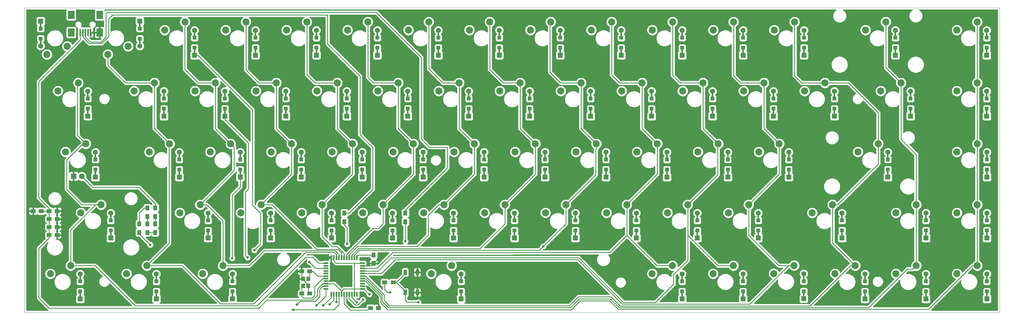
<source format=gbr>
G04 #@! TF.GenerationSoftware,KiCad,Pcbnew,(5.1.4)-1*
G04 #@! TF.CreationDate,2020-02-24T20:41:39-03:00*
G04 #@! TF.ProjectId,TKL2019,544b4c32-3031-4392-9e6b-696361645f70,rev?*
G04 #@! TF.SameCoordinates,Original*
G04 #@! TF.FileFunction,Copper,L2,Bot*
G04 #@! TF.FilePolarity,Positive*
%FSLAX46Y46*%
G04 Gerber Fmt 4.6, Leading zero omitted, Abs format (unit mm)*
G04 Created by KiCad (PCBNEW (5.1.4)-1) date 2020-02-24 20:41:39*
%MOMM*%
%LPD*%
G04 APERTURE LIST*
%ADD10C,0.050000*%
%ADD11R,1.300000X1.500000*%
%ADD12C,1.800000*%
%ADD13R,1.800000X1.800000*%
%ADD14C,2.200000*%
%ADD15R,1.500000X0.550000*%
%ADD16R,0.550000X1.500000*%
%ADD17R,1.500000X1.250000*%
%ADD18R,0.500000X2.300000*%
%ADD19R,2.000000X2.500000*%
%ADD20R,1.500000X1.300000*%
%ADD21R,0.500000X2.500000*%
%ADD22C,1.600000*%
%ADD23R,1.600000X1.600000*%
%ADD24R,1.200000X1.200000*%
%ADD25R,1.000000X1.700000*%
%ADD26R,1.200000X1.400000*%
%ADD27C,0.800000*%
%ADD28C,0.250000*%
%ADD29C,0.254000*%
G04 APERTURE END LIST*
D10*
X17550000Y-122700000D02*
X322300000Y-122700000D01*
X17550000Y-27450000D02*
X17550000Y-122700000D01*
X322300000Y-27450000D02*
X17550000Y-27450000D01*
X322300000Y-122700000D02*
X322300000Y-27450000D01*
D11*
X58430000Y-92750000D03*
X58430000Y-90050000D03*
X58430000Y-97750000D03*
X58430000Y-95050000D03*
X55930000Y-97750000D03*
X55930000Y-95050000D03*
X55930000Y-92750000D03*
X55930000Y-90050000D03*
X53430000Y-95050000D03*
X53430000Y-97750000D03*
D12*
X35460000Y-80160000D03*
D13*
X32920000Y-80160000D03*
D14*
X151029000Y-108100000D03*
X144679000Y-110640000D03*
D15*
X123150000Y-115350000D03*
X123150000Y-114550000D03*
X123150000Y-113750000D03*
X123150000Y-112950000D03*
X123150000Y-112150000D03*
X123150000Y-111350000D03*
X123150000Y-110550000D03*
X123150000Y-109750000D03*
X123150000Y-108950000D03*
X123150000Y-108150000D03*
X123150000Y-107350000D03*
D16*
X121450000Y-105650000D03*
X120650000Y-105650000D03*
X119850000Y-105650000D03*
X119050000Y-105650000D03*
X118250000Y-105650000D03*
X117450000Y-105650000D03*
X116650000Y-105650000D03*
X115850000Y-105650000D03*
X115050000Y-105650000D03*
X114250000Y-105650000D03*
X113450000Y-105650000D03*
D15*
X111750000Y-107350000D03*
X111750000Y-108150000D03*
X111750000Y-108950000D03*
X111750000Y-109750000D03*
X111750000Y-110550000D03*
X111750000Y-111350000D03*
X111750000Y-112150000D03*
X111750000Y-112950000D03*
X111750000Y-113750000D03*
X111750000Y-114550000D03*
X111750000Y-115350000D03*
D16*
X113450000Y-117050000D03*
X114250000Y-117050000D03*
X115050000Y-117050000D03*
X115850000Y-117050000D03*
X116650000Y-117050000D03*
X117450000Y-117050000D03*
X118250000Y-117050000D03*
X119050000Y-117050000D03*
X119850000Y-117050000D03*
X120650000Y-117050000D03*
X121450000Y-117050000D03*
D17*
X22744000Y-91050000D03*
X20244000Y-91050000D03*
D18*
X35000000Y-35200000D03*
X35800000Y-35200000D03*
X36600000Y-35200000D03*
X37400000Y-35200000D03*
X38200000Y-35200000D03*
D19*
X41050000Y-35200000D03*
X41050000Y-29700000D03*
X32150000Y-29700000D03*
X32150000Y-35200000D03*
D14*
X286750000Y-31900000D03*
X280400000Y-34440000D03*
X41494000Y-89050000D03*
X35144000Y-91590000D03*
X284380000Y-70000000D03*
X278030000Y-72540000D03*
D11*
X136594000Y-91700000D03*
X136594000Y-94400000D03*
X117544000Y-94400000D03*
X117544000Y-91700000D03*
X126700000Y-104750000D03*
X126700000Y-107450000D03*
D20*
X130100000Y-113350000D03*
X132800000Y-113350000D03*
D17*
X128200000Y-121350000D03*
X125700000Y-121350000D03*
X25244000Y-93550000D03*
X27744000Y-93550000D03*
X27744000Y-91050000D03*
X25244000Y-91050000D03*
X25244000Y-98550000D03*
X27744000Y-98550000D03*
X25244000Y-96050000D03*
X27744000Y-96050000D03*
X106700000Y-109850000D03*
X104200000Y-109850000D03*
X106700000Y-116850000D03*
X104200000Y-116850000D03*
D14*
X62930000Y-70000000D03*
X56580000Y-72540000D03*
X73239000Y-110640000D03*
X79589000Y-108100000D03*
X220084000Y-108100000D03*
X213734000Y-110640000D03*
X253430000Y-70000000D03*
X247080000Y-72540000D03*
X148644000Y-89050000D03*
X142294000Y-91590000D03*
X285150000Y-53490000D03*
X291500000Y-50950000D03*
X104194000Y-91590000D03*
X110544000Y-89050000D03*
X30380000Y-72540000D03*
X36730000Y-70000000D03*
X205794000Y-89050000D03*
X199444000Y-91590000D03*
X25619000Y-110640000D03*
X31969000Y-108100000D03*
D21*
X22600000Y-38250000D03*
X22600000Y-32850000D03*
D22*
X22600000Y-39450000D03*
D23*
X22600000Y-31650000D03*
D24*
X22600000Y-33975000D03*
X22600000Y-37125000D03*
X53600000Y-37125000D03*
X53600000Y-33975000D03*
D23*
X53600000Y-31650000D03*
D22*
X53600000Y-39450000D03*
D21*
X53600000Y-32850000D03*
X53600000Y-38250000D03*
X70700000Y-35700000D03*
X70700000Y-41100000D03*
D22*
X70700000Y-34500000D03*
D23*
X70700000Y-42300000D03*
D24*
X70700000Y-39975000D03*
X70700000Y-36825000D03*
X89750000Y-36825000D03*
X89750000Y-39975000D03*
D23*
X89750000Y-42300000D03*
D22*
X89750000Y-34500000D03*
D21*
X89750000Y-41100000D03*
X89750000Y-35700000D03*
D24*
X108800000Y-36825000D03*
X108800000Y-39975000D03*
D23*
X108800000Y-42300000D03*
D22*
X108800000Y-34500000D03*
D21*
X108800000Y-41100000D03*
X108800000Y-35700000D03*
X127850000Y-35700000D03*
X127850000Y-41100000D03*
D22*
X127850000Y-34500000D03*
D23*
X127850000Y-42300000D03*
D24*
X127850000Y-39975000D03*
X127850000Y-36825000D03*
D21*
X146900000Y-35700000D03*
X146900000Y-41100000D03*
D22*
X146900000Y-34500000D03*
D23*
X146900000Y-42300000D03*
D24*
X146900000Y-39975000D03*
X146900000Y-36825000D03*
D21*
X165950000Y-35700000D03*
X165950000Y-41100000D03*
D22*
X165950000Y-34500000D03*
D23*
X165950000Y-42300000D03*
D24*
X165950000Y-39975000D03*
X165950000Y-36825000D03*
D21*
X185000000Y-35700000D03*
X185000000Y-41100000D03*
D22*
X185000000Y-34500000D03*
D23*
X185000000Y-42300000D03*
D24*
X185000000Y-39975000D03*
X185000000Y-36825000D03*
D21*
X204050000Y-35700000D03*
X204050000Y-41100000D03*
D22*
X204050000Y-34500000D03*
D23*
X204050000Y-42300000D03*
D24*
X204050000Y-39975000D03*
X204050000Y-36825000D03*
D21*
X223100000Y-35700000D03*
X223100000Y-41100000D03*
D22*
X223100000Y-34500000D03*
D23*
X223100000Y-42300000D03*
D24*
X223100000Y-39975000D03*
X223100000Y-36825000D03*
X242150000Y-36825000D03*
X242150000Y-39975000D03*
D23*
X242150000Y-42300000D03*
D22*
X242150000Y-34500000D03*
D21*
X242150000Y-41100000D03*
X242150000Y-35700000D03*
X261200000Y-35700000D03*
X261200000Y-41100000D03*
D22*
X261200000Y-34500000D03*
D23*
X261200000Y-42300000D03*
D24*
X261200000Y-39975000D03*
X261200000Y-36825000D03*
X289750000Y-36825000D03*
X289750000Y-39975000D03*
D23*
X289750000Y-42300000D03*
D22*
X289750000Y-34500000D03*
D21*
X289750000Y-41100000D03*
X289750000Y-35700000D03*
D24*
X318300000Y-36825000D03*
X318300000Y-39975000D03*
D23*
X318300000Y-42300000D03*
D22*
X318300000Y-34500000D03*
D21*
X318300000Y-41100000D03*
X318300000Y-35700000D03*
D24*
X37350000Y-55875000D03*
X37350000Y-59025000D03*
D23*
X37350000Y-61350000D03*
D22*
X37350000Y-53550000D03*
D21*
X37350000Y-60150000D03*
X37350000Y-54750000D03*
D24*
X61150000Y-55875000D03*
X61150000Y-59025000D03*
D23*
X61150000Y-61350000D03*
D22*
X61150000Y-53550000D03*
D21*
X61150000Y-60150000D03*
X61150000Y-54750000D03*
X80200000Y-54750000D03*
X80200000Y-60150000D03*
D22*
X80200000Y-53550000D03*
D23*
X80200000Y-61350000D03*
D24*
X80200000Y-59025000D03*
X80200000Y-55875000D03*
D21*
X99250000Y-54750000D03*
X99250000Y-60150000D03*
D22*
X99250000Y-53550000D03*
D23*
X99250000Y-61350000D03*
D24*
X99250000Y-59025000D03*
X99250000Y-55875000D03*
D21*
X118300000Y-54750000D03*
X118300000Y-60150000D03*
D22*
X118300000Y-53550000D03*
D23*
X118300000Y-61350000D03*
D24*
X118300000Y-59025000D03*
X118300000Y-55875000D03*
D21*
X137350000Y-54750000D03*
X137350000Y-60150000D03*
D22*
X137350000Y-53550000D03*
D23*
X137350000Y-61350000D03*
D24*
X137350000Y-59025000D03*
X137350000Y-55875000D03*
D21*
X156400000Y-54750000D03*
X156400000Y-60150000D03*
D22*
X156400000Y-53550000D03*
D23*
X156400000Y-61350000D03*
D24*
X156400000Y-59025000D03*
X156400000Y-55875000D03*
X175450000Y-55875000D03*
X175450000Y-59025000D03*
D23*
X175450000Y-61350000D03*
D22*
X175450000Y-53550000D03*
D21*
X175450000Y-60150000D03*
X175450000Y-54750000D03*
D24*
X194500000Y-55875000D03*
X194500000Y-59025000D03*
D23*
X194500000Y-61350000D03*
D22*
X194500000Y-53550000D03*
D21*
X194500000Y-60150000D03*
X194500000Y-54750000D03*
D24*
X213550000Y-55875000D03*
X213550000Y-59025000D03*
D23*
X213550000Y-61350000D03*
D22*
X213550000Y-53550000D03*
D21*
X213550000Y-60150000D03*
X213550000Y-54750000D03*
D24*
X232600000Y-55875000D03*
X232600000Y-59025000D03*
D23*
X232600000Y-61350000D03*
D22*
X232600000Y-53550000D03*
D21*
X232600000Y-60150000D03*
X232600000Y-54750000D03*
X251650000Y-54750000D03*
X251650000Y-60150000D03*
D22*
X251650000Y-53550000D03*
D23*
X251650000Y-61350000D03*
D24*
X251650000Y-59025000D03*
X251650000Y-55875000D03*
X270700000Y-55875000D03*
X270700000Y-59025000D03*
D23*
X270700000Y-61350000D03*
D22*
X270700000Y-53550000D03*
D21*
X270700000Y-60150000D03*
X270700000Y-54750000D03*
D24*
X294500000Y-55875000D03*
X294500000Y-59025000D03*
D23*
X294500000Y-61350000D03*
D22*
X294500000Y-53550000D03*
D21*
X294500000Y-60150000D03*
X294500000Y-54750000D03*
D24*
X318300000Y-55875000D03*
X318300000Y-59025000D03*
D23*
X318300000Y-61350000D03*
D22*
X318300000Y-53550000D03*
D21*
X318300000Y-60150000D03*
X318300000Y-54750000D03*
D14*
X94680000Y-72540000D03*
X101030000Y-70000000D03*
D24*
X39730000Y-74925000D03*
X39730000Y-78075000D03*
D23*
X39730000Y-80400000D03*
D22*
X39730000Y-72600000D03*
D21*
X39730000Y-79200000D03*
X39730000Y-73800000D03*
D24*
X65930000Y-74925000D03*
X65930000Y-78075000D03*
D23*
X65930000Y-80400000D03*
D22*
X65930000Y-72600000D03*
D21*
X65930000Y-79200000D03*
X65930000Y-73800000D03*
X84980000Y-73800000D03*
X84980000Y-79200000D03*
D22*
X84980000Y-72600000D03*
D23*
X84980000Y-80400000D03*
D24*
X84980000Y-78075000D03*
X84980000Y-74925000D03*
D21*
X104030000Y-73800000D03*
X104030000Y-79200000D03*
D22*
X104030000Y-72600000D03*
D23*
X104030000Y-80400000D03*
D24*
X104030000Y-78075000D03*
X104030000Y-74925000D03*
D21*
X123080000Y-73800000D03*
X123080000Y-79200000D03*
D22*
X123080000Y-72600000D03*
D23*
X123080000Y-80400000D03*
D24*
X123080000Y-78075000D03*
X123080000Y-74925000D03*
D21*
X142130000Y-73800000D03*
X142130000Y-79200000D03*
D22*
X142130000Y-72600000D03*
D23*
X142130000Y-80400000D03*
D24*
X142130000Y-78075000D03*
X142130000Y-74925000D03*
D21*
X161180000Y-73800000D03*
X161180000Y-79200000D03*
D22*
X161180000Y-72600000D03*
D23*
X161180000Y-80400000D03*
D24*
X161180000Y-78075000D03*
X161180000Y-74925000D03*
D21*
X180230000Y-73800000D03*
X180230000Y-79200000D03*
D22*
X180230000Y-72600000D03*
D23*
X180230000Y-80400000D03*
D24*
X180230000Y-78075000D03*
X180230000Y-74925000D03*
D21*
X199280000Y-73800000D03*
X199280000Y-79200000D03*
D22*
X199280000Y-72600000D03*
D23*
X199280000Y-80400000D03*
D24*
X199280000Y-78075000D03*
X199280000Y-74925000D03*
D21*
X218330000Y-73800000D03*
X218330000Y-79200000D03*
D22*
X218330000Y-72600000D03*
D23*
X218330000Y-80400000D03*
D24*
X218330000Y-78075000D03*
X218330000Y-74925000D03*
X237380000Y-74925000D03*
X237380000Y-78075000D03*
D23*
X237380000Y-80400000D03*
D22*
X237380000Y-72600000D03*
D21*
X237380000Y-79200000D03*
X237380000Y-73800000D03*
D24*
X256430000Y-74925000D03*
X256430000Y-78075000D03*
D23*
X256430000Y-80400000D03*
D22*
X256430000Y-72600000D03*
D21*
X256430000Y-79200000D03*
X256430000Y-73800000D03*
D24*
X287380000Y-74925000D03*
X287380000Y-78075000D03*
D23*
X287380000Y-80400000D03*
D22*
X287380000Y-72600000D03*
D21*
X287380000Y-79200000D03*
X287380000Y-73800000D03*
D24*
X318330000Y-74925000D03*
X318330000Y-78075000D03*
D23*
X318330000Y-80400000D03*
D22*
X318330000Y-72600000D03*
D21*
X318330000Y-79200000D03*
X318330000Y-73800000D03*
D24*
X44494000Y-93975000D03*
X44494000Y-97125000D03*
D23*
X44494000Y-99450000D03*
D22*
X44494000Y-91650000D03*
D21*
X44494000Y-98250000D03*
X44494000Y-92850000D03*
D24*
X74944000Y-93975000D03*
X74944000Y-97125000D03*
D23*
X74944000Y-99450000D03*
D22*
X74944000Y-91650000D03*
D21*
X74944000Y-98250000D03*
X74944000Y-92850000D03*
X94494000Y-92850000D03*
X94494000Y-98250000D03*
D22*
X94494000Y-91650000D03*
D23*
X94494000Y-99450000D03*
D24*
X94494000Y-97125000D03*
X94494000Y-93975000D03*
D21*
X113544000Y-92850000D03*
X113544000Y-98250000D03*
D22*
X113544000Y-91650000D03*
D23*
X113544000Y-99450000D03*
D24*
X113544000Y-97125000D03*
X113544000Y-93975000D03*
D21*
X132594000Y-92850000D03*
X132594000Y-98250000D03*
D22*
X132594000Y-91650000D03*
D23*
X132594000Y-99450000D03*
D24*
X132594000Y-97125000D03*
X132594000Y-93975000D03*
D21*
X151644000Y-92850000D03*
X151644000Y-98250000D03*
D22*
X151644000Y-91650000D03*
D23*
X151644000Y-99450000D03*
D24*
X151644000Y-97125000D03*
X151644000Y-93975000D03*
D21*
X170694000Y-92850000D03*
X170694000Y-98250000D03*
D22*
X170694000Y-91650000D03*
D23*
X170694000Y-99450000D03*
D24*
X170694000Y-97125000D03*
X170694000Y-93975000D03*
D21*
X189744000Y-92850000D03*
X189744000Y-98250000D03*
D22*
X189744000Y-91650000D03*
D23*
X189744000Y-99450000D03*
D24*
X189744000Y-97125000D03*
X189744000Y-93975000D03*
X208794000Y-93975000D03*
X208794000Y-97125000D03*
D23*
X208794000Y-99450000D03*
D22*
X208794000Y-91650000D03*
D21*
X208794000Y-98250000D03*
X208794000Y-92850000D03*
D24*
X227844000Y-93975000D03*
X227844000Y-97125000D03*
D23*
X227844000Y-99450000D03*
D22*
X227844000Y-91650000D03*
D21*
X227844000Y-98250000D03*
X227844000Y-92850000D03*
D24*
X246894000Y-93975000D03*
X246894000Y-97125000D03*
D23*
X246894000Y-99450000D03*
D22*
X246894000Y-91650000D03*
D21*
X246894000Y-98250000D03*
X246894000Y-92850000D03*
D24*
X273086500Y-93975000D03*
X273086500Y-97125000D03*
D23*
X273086500Y-99450000D03*
D22*
X273086500Y-91650000D03*
D21*
X273086500Y-98250000D03*
X273086500Y-92850000D03*
D24*
X299286500Y-93975000D03*
X299286500Y-97125000D03*
D23*
X299286500Y-99450000D03*
D22*
X299286500Y-91650000D03*
D21*
X299286500Y-98250000D03*
X299286500Y-92850000D03*
D24*
X318336500Y-93975000D03*
X318336500Y-97125000D03*
D23*
X318336500Y-99450000D03*
D22*
X318336500Y-91650000D03*
D21*
X318336500Y-98250000D03*
X318336500Y-92850000D03*
X34969000Y-111900000D03*
X34969000Y-117300000D03*
D22*
X34969000Y-110700000D03*
D23*
X34969000Y-118500000D03*
D24*
X34969000Y-116175000D03*
X34969000Y-113025000D03*
D21*
X58779000Y-111900000D03*
X58779000Y-117300000D03*
D22*
X58779000Y-110700000D03*
D23*
X58779000Y-118500000D03*
D24*
X58779000Y-116175000D03*
X58779000Y-113025000D03*
D21*
X82589000Y-111900000D03*
X82589000Y-117300000D03*
D22*
X82589000Y-110700000D03*
D23*
X82589000Y-118500000D03*
D24*
X82589000Y-116175000D03*
X82589000Y-113025000D03*
D21*
X154029000Y-111900000D03*
X154029000Y-117300000D03*
D22*
X154029000Y-110700000D03*
D23*
X154029000Y-118500000D03*
D24*
X154029000Y-116175000D03*
X154029000Y-113025000D03*
D21*
X223084000Y-111900000D03*
X223084000Y-117300000D03*
D22*
X223084000Y-110700000D03*
D23*
X223084000Y-118500000D03*
D24*
X223084000Y-116175000D03*
X223084000Y-113025000D03*
X242134000Y-113025000D03*
X242134000Y-116175000D03*
D23*
X242134000Y-118500000D03*
D22*
X242134000Y-110700000D03*
D21*
X242134000Y-117300000D03*
X242134000Y-111900000D03*
X261100000Y-111850000D03*
X261100000Y-117250000D03*
D22*
X261100000Y-110650000D03*
D23*
X261100000Y-118450000D03*
D24*
X261100000Y-116125000D03*
X261100000Y-112975000D03*
X280234000Y-113025000D03*
X280234000Y-116175000D03*
D23*
X280234000Y-118500000D03*
D22*
X280234000Y-110700000D03*
D21*
X280234000Y-117300000D03*
X280234000Y-111900000D03*
X299284000Y-111900000D03*
X299284000Y-117300000D03*
D22*
X299284000Y-110700000D03*
D23*
X299284000Y-118500000D03*
D24*
X299284000Y-116175000D03*
X299284000Y-113025000D03*
X318334000Y-113025000D03*
X318334000Y-116175000D03*
D23*
X318334000Y-118500000D03*
D22*
X318334000Y-110700000D03*
D21*
X318334000Y-117300000D03*
X318334000Y-111900000D03*
D14*
X315300000Y-50950000D03*
X308950000Y-53490000D03*
X296284000Y-108100000D03*
X289934000Y-110640000D03*
X96250000Y-50950000D03*
X89900000Y-53490000D03*
X30900000Y-39510000D03*
X24550000Y-42050000D03*
X113730000Y-72540000D03*
X120080000Y-70000000D03*
X232784000Y-110640000D03*
X239134000Y-108100000D03*
X139130000Y-70000000D03*
X132780000Y-72540000D03*
X158180000Y-70000000D03*
X151830000Y-72540000D03*
X185150000Y-53490000D03*
X191500000Y-50950000D03*
X170880000Y-72540000D03*
X177230000Y-70000000D03*
X196280000Y-70000000D03*
X189930000Y-72540000D03*
X215330000Y-70000000D03*
X208980000Y-72540000D03*
X270884000Y-110640000D03*
X277234000Y-108100000D03*
X242300000Y-53490000D03*
X248650000Y-50950000D03*
X180394000Y-91590000D03*
X186744000Y-89050000D03*
X239150000Y-31900000D03*
X232800000Y-34440000D03*
X161344000Y-91590000D03*
X167694000Y-89050000D03*
X213750000Y-34440000D03*
X220100000Y-31900000D03*
X43600000Y-42050000D03*
X49950000Y-39510000D03*
X67700000Y-31900000D03*
X61350000Y-34440000D03*
X80400000Y-34440000D03*
X86750000Y-31900000D03*
X105800000Y-31900000D03*
X99450000Y-34440000D03*
X118500000Y-34440000D03*
X124850000Y-31900000D03*
X137550000Y-34440000D03*
X143900000Y-31900000D03*
X156600000Y-34440000D03*
X162950000Y-31900000D03*
X182000000Y-31900000D03*
X175650000Y-34440000D03*
X201050000Y-31900000D03*
X194700000Y-34440000D03*
X204200000Y-53490000D03*
X210550000Y-50950000D03*
X223250000Y-53490000D03*
X229600000Y-50950000D03*
X315336500Y-89050000D03*
X308986500Y-91590000D03*
X315330000Y-70000000D03*
X308980000Y-72540000D03*
X258200000Y-31900000D03*
X251850000Y-34440000D03*
X218494000Y-91590000D03*
X224844000Y-89050000D03*
X234380000Y-70000000D03*
X228030000Y-72540000D03*
X51800000Y-53490000D03*
X58150000Y-50950000D03*
X108950000Y-53490000D03*
X115300000Y-50950000D03*
X258100000Y-108050000D03*
X251750000Y-110590000D03*
X308984000Y-110640000D03*
X315334000Y-108100000D03*
X261350000Y-53490000D03*
X267700000Y-50950000D03*
X270086500Y-89050000D03*
X263736500Y-91590000D03*
X81980000Y-70000000D03*
X75630000Y-72540000D03*
X237544000Y-91590000D03*
X243894000Y-89050000D03*
X49429000Y-110640000D03*
X55779000Y-108100000D03*
D25*
X140350000Y-116500000D03*
X140350000Y-110200000D03*
X136550000Y-116500000D03*
X136550000Y-110200000D03*
D14*
X128000000Y-53490000D03*
X134350000Y-50950000D03*
X34350000Y-50950000D03*
X28000000Y-53490000D03*
X308950000Y-34440000D03*
X315300000Y-31900000D03*
X166100000Y-53490000D03*
X172450000Y-50950000D03*
X296286500Y-89050000D03*
X289936500Y-91590000D03*
X129594000Y-89050000D03*
X123244000Y-91590000D03*
X77200000Y-50950000D03*
X70850000Y-53490000D03*
D26*
X106250000Y-112250000D03*
X106250000Y-114450000D03*
X104650000Y-112250000D03*
X104650000Y-114450000D03*
D14*
X85144000Y-91590000D03*
X91494000Y-89050000D03*
X153400000Y-50950000D03*
X147050000Y-53490000D03*
X66094000Y-91590000D03*
X72444000Y-89050000D03*
D27*
X129750000Y-104475000D03*
X133650000Y-110850000D03*
X119175000Y-120200000D03*
X109300000Y-105275000D03*
X138450000Y-118300000D03*
X20400000Y-96700000D03*
X267600000Y-73900000D03*
X108000000Y-65550000D03*
X129450000Y-65550000D03*
X131850000Y-46450000D03*
X92900000Y-65550000D03*
X101650000Y-101350000D03*
X208000000Y-103650000D03*
X100500000Y-115600000D03*
X53804999Y-104695001D03*
X131850000Y-116500000D03*
X125350000Y-117075000D03*
X89400000Y-103275000D03*
X112915685Y-120200000D03*
X110950000Y-120550000D03*
X87250000Y-105575000D03*
X108775000Y-120575000D03*
X82475000Y-105775000D03*
X115050000Y-119450000D03*
X101500000Y-121900000D03*
X179675002Y-102100000D03*
X102700000Y-120300000D03*
X140650000Y-119550000D03*
X121400000Y-119600000D03*
X118400000Y-101350000D03*
X136594000Y-100494000D03*
X123323002Y-118750000D03*
X106575000Y-106950000D03*
X56850000Y-101575000D03*
D28*
X58150000Y-65220000D02*
X62930000Y-70000000D01*
X58150000Y-50950000D02*
X58150000Y-65220000D01*
X56878999Y-107000001D02*
X55779000Y-108100000D01*
X62715001Y-101163999D02*
X56878999Y-107000001D01*
X62715001Y-70214999D02*
X62715001Y-101163999D01*
X62930000Y-70000000D02*
X62715001Y-70214999D01*
X115050000Y-104650000D02*
X115050000Y-105650000D01*
X66900000Y-108100000D02*
X78850000Y-120050000D01*
X55779000Y-108100000D02*
X66900000Y-108100000D01*
X78850000Y-120050000D02*
X89250000Y-120050000D01*
X89250000Y-120050000D02*
X105400000Y-103900000D01*
X105400000Y-103900000D02*
X114300000Y-103900000D01*
X114300000Y-103900000D02*
X115050000Y-104650000D01*
X49150000Y-50950000D02*
X58150000Y-50950000D01*
X43600000Y-42050000D02*
X43600000Y-45400000D01*
X43600000Y-45400000D02*
X49150000Y-50950000D01*
X77200000Y-65220000D02*
X81980000Y-70000000D01*
X77200000Y-50950000D02*
X77200000Y-65220000D01*
X71900000Y-50950000D02*
X77200000Y-50950000D01*
X67650000Y-46700000D02*
X71900000Y-50950000D01*
X67650000Y-33505634D02*
X67650000Y-46700000D01*
X67700000Y-31900000D02*
X67700000Y-33455634D01*
X67700000Y-33455634D02*
X67650000Y-33505634D01*
X73543999Y-87950001D02*
X72444000Y-89050000D01*
X83079999Y-78414001D02*
X73543999Y-87950001D01*
X83079999Y-71099999D02*
X83079999Y-78414001D01*
X81980000Y-70000000D02*
X83079999Y-71099999D01*
X79589000Y-106544366D02*
X79589000Y-108100000D01*
X79589000Y-94129998D02*
X79589000Y-106544366D01*
X74509002Y-89050000D02*
X79589000Y-94129998D01*
X72444000Y-89050000D02*
X74509002Y-89050000D01*
X81144634Y-108100000D02*
X79589000Y-108100000D01*
X87824410Y-108100000D02*
X81144634Y-108100000D01*
X92474420Y-103449990D02*
X87824410Y-108100000D01*
X114649990Y-103449990D02*
X92474420Y-103449990D01*
X115850000Y-104650000D02*
X114649990Y-103449990D01*
X115850000Y-105650000D02*
X115850000Y-104650000D01*
X210550000Y-65220000D02*
X215330000Y-70000000D01*
X210550000Y-50950000D02*
X210550000Y-65220000D01*
X201050000Y-31900000D02*
X201050000Y-48450000D01*
X203550000Y-50950000D02*
X210550000Y-50950000D01*
X201050000Y-48450000D02*
X203550000Y-50950000D01*
X215330000Y-79514000D02*
X205794000Y-89050000D01*
X215330000Y-70000000D02*
X215330000Y-79514000D01*
X218528366Y-108100000D02*
X220084000Y-108100000D01*
X215258998Y-108100000D02*
X218528366Y-108100000D01*
X205794000Y-98635002D02*
X215258998Y-108100000D01*
X205794000Y-89050000D02*
X205794000Y-98635002D01*
X205794000Y-98635002D02*
X200479002Y-103950000D01*
X127700000Y-108950000D02*
X132600000Y-104050000D01*
X123150000Y-108950000D02*
X127700000Y-108950000D01*
X169950000Y-103950000D02*
X200479002Y-103950000D01*
X169850000Y-104050000D02*
X169950000Y-103950000D01*
X132600000Y-104050000D02*
X169850000Y-104050000D01*
X239150000Y-31900000D02*
X239150000Y-48700000D01*
X241400000Y-50950000D02*
X248650000Y-50950000D01*
X239150000Y-48700000D02*
X241400000Y-50950000D01*
X248650000Y-65220000D02*
X253430000Y-70000000D01*
X248650000Y-50950000D02*
X248650000Y-65220000D01*
X253430000Y-79514000D02*
X243894000Y-89050000D01*
X253430000Y-70000000D02*
X253430000Y-79514000D01*
X256544366Y-108050000D02*
X258100000Y-108050000D01*
X253308998Y-108050000D02*
X256544366Y-108050000D01*
X243894000Y-98635002D02*
X253308998Y-108050000D01*
X243894000Y-89050000D02*
X243894000Y-98635002D01*
X256399002Y-108050000D02*
X244299002Y-120150000D01*
X244299002Y-120150000D02*
X204400000Y-120150000D01*
X204400000Y-120150000D02*
X190500000Y-106250000D01*
X190500000Y-106250000D02*
X133450000Y-106250000D01*
X258100000Y-108050000D02*
X256399002Y-108050000D01*
X129150000Y-110550000D02*
X133450000Y-106250000D01*
X123150000Y-110550000D02*
X129150000Y-110550000D01*
X153400000Y-65220000D02*
X158180000Y-70000000D01*
X153400000Y-50950000D02*
X153400000Y-65220000D01*
X158180000Y-79514000D02*
X148644000Y-89050000D01*
X158180000Y-70000000D02*
X158180000Y-79514000D01*
X143900000Y-31900000D02*
X143900000Y-46550000D01*
X148300000Y-50950000D02*
X153400000Y-50950000D01*
X143900000Y-46550000D02*
X148300000Y-50950000D01*
X119050000Y-105650000D02*
X119050000Y-104839998D01*
X147088366Y-89050000D02*
X148644000Y-89050000D01*
X119050000Y-104650000D02*
X121650000Y-102050000D01*
X119050000Y-105650000D02*
X119050000Y-104650000D01*
X121650000Y-102050000D02*
X140250000Y-102050000D01*
X140250000Y-102050000D02*
X143778999Y-98521001D01*
X143778999Y-98521001D02*
X143778999Y-92359367D01*
X143778999Y-92359367D02*
X147088366Y-89050000D01*
X286750000Y-46200000D02*
X291500000Y-50950000D01*
X286750000Y-31900000D02*
X286750000Y-46200000D01*
X296286500Y-87494366D02*
X296286500Y-89050000D01*
X296286500Y-73364502D02*
X296286500Y-87494366D01*
X291500000Y-68578002D02*
X296286500Y-73364502D01*
X291500000Y-50950000D02*
X291500000Y-68578002D01*
X296286500Y-108097500D02*
X296284000Y-108100000D01*
X296286500Y-89050000D02*
X296286500Y-108097500D01*
X188250000Y-121250000D02*
X131250000Y-121250000D01*
X191000000Y-118500000D02*
X188250000Y-121250000D01*
X296284000Y-108100000D02*
X295184001Y-109199999D01*
X293483003Y-109199999D02*
X281433002Y-121250000D01*
X295184001Y-109199999D02*
X293483003Y-109199999D01*
X281433002Y-121250000D02*
X203450000Y-121250000D01*
X203450000Y-121250000D02*
X200700000Y-118500000D01*
X200700000Y-118500000D02*
X191000000Y-118500000D01*
X124150000Y-112150000D02*
X123150000Y-112150000D01*
X129300008Y-117300008D02*
X124150000Y-112150000D01*
X129300010Y-119300010D02*
X129300008Y-117300008D01*
X131250000Y-121250000D02*
X129300010Y-119300010D01*
X129750000Y-104475000D02*
X129750000Y-104475000D01*
X104200000Y-111800000D02*
X104650000Y-112250000D01*
X104200000Y-109850000D02*
X104200000Y-111800000D01*
X106250000Y-116400000D02*
X106700000Y-116850000D01*
X106250000Y-114450000D02*
X106250000Y-116400000D01*
X118250000Y-117050000D02*
X118250000Y-119275000D01*
X118250000Y-119275000D02*
X119175000Y-120200000D01*
X119175000Y-120200000D02*
X119175000Y-120200000D01*
X113075000Y-105275000D02*
X113450000Y-105650000D01*
X109300000Y-105275000D02*
X113075000Y-105275000D01*
X123150000Y-114550000D02*
X124950000Y-114550000D01*
X128200000Y-117800000D02*
X128200000Y-121350000D01*
X124950000Y-114550000D02*
X128200000Y-117800000D01*
X113450000Y-106650000D02*
X113450000Y-105650000D01*
X113450000Y-112250000D02*
X113450000Y-106650000D01*
X112750000Y-112950000D02*
X113450000Y-112250000D01*
X111750000Y-112950000D02*
X112750000Y-112950000D01*
X138450000Y-118300000D02*
X140150000Y-118300000D01*
X140350000Y-118100000D02*
X140350000Y-116500000D01*
X140150000Y-118300000D02*
X140350000Y-118100000D01*
X106250000Y-114135002D02*
X106250000Y-114450000D01*
X104650000Y-112535002D02*
X106250000Y-114135002D01*
X104650000Y-112250000D02*
X104650000Y-112535002D01*
X126000000Y-108150000D02*
X126700000Y-107450000D01*
X123150000Y-108150000D02*
X126000000Y-108150000D01*
X126775000Y-107450000D02*
X126700000Y-107450000D01*
X129750000Y-104475000D02*
X126775000Y-107450000D01*
X103200000Y-109850000D02*
X100500000Y-112550000D01*
X104200000Y-109850000D02*
X103200000Y-109850000D01*
X100500000Y-112550000D02*
X100500000Y-115600000D01*
X100500000Y-115600000D02*
X100500000Y-115600000D01*
X104650000Y-116400000D02*
X104200000Y-116850000D01*
X104200000Y-114900000D02*
X104650000Y-114450000D01*
X104200000Y-116850000D02*
X104200000Y-114900000D01*
X110750000Y-112150000D02*
X111750000Y-112150000D01*
X107450000Y-118225000D02*
X108187500Y-117487500D01*
X104700000Y-118225000D02*
X107450000Y-118225000D01*
X104200000Y-117725000D02*
X104700000Y-118225000D01*
X104200000Y-116850000D02*
X104200000Y-117725000D01*
X108187500Y-117487500D02*
X108187500Y-114712500D01*
X108187500Y-114712500D02*
X110750000Y-112150000D01*
X106250000Y-110300000D02*
X106700000Y-109850000D01*
X106700000Y-111800000D02*
X106250000Y-112250000D01*
X106700000Y-109850000D02*
X106700000Y-111800000D01*
X110750000Y-111350000D02*
X111750000Y-111350000D01*
X109200000Y-111350000D02*
X110750000Y-111350000D01*
X107700000Y-109850000D02*
X109200000Y-111350000D01*
X106700000Y-109850000D02*
X107700000Y-109850000D01*
X35000000Y-37519002D02*
X22000000Y-50519002D01*
X35000000Y-35200000D02*
X35000000Y-37519002D01*
X25244000Y-91925000D02*
X25244000Y-93550000D01*
X25244000Y-91050000D02*
X25244000Y-91925000D01*
X25244000Y-94425000D02*
X25244000Y-96050000D01*
X25244000Y-93550000D02*
X25244000Y-94425000D01*
X25244000Y-96050000D02*
X25244000Y-98550000D01*
X22000000Y-86931000D02*
X22000000Y-50519002D01*
X25244000Y-90175000D02*
X22000000Y-86931000D01*
X25244000Y-91050000D02*
X25244000Y-90175000D01*
X23744000Y-91050000D02*
X25244000Y-91050000D01*
X22744000Y-91050000D02*
X23744000Y-91050000D01*
X122150000Y-115350000D02*
X123150000Y-115350000D01*
X120650000Y-116050000D02*
X120650000Y-115350000D01*
X120650000Y-117050000D02*
X120650000Y-116050000D01*
X120650000Y-115350000D02*
X122150000Y-115350000D01*
X122150000Y-107350000D02*
X123150000Y-107350000D01*
X111750000Y-113750000D02*
X112750000Y-113750000D01*
X114950000Y-107350000D02*
X120650000Y-107350000D01*
X120650000Y-107350000D02*
X122150000Y-107350000D01*
X130200000Y-113350000D02*
X130100000Y-113350000D01*
X131850000Y-116500000D02*
X130950000Y-116500000D01*
X130100000Y-115650000D02*
X130100000Y-113350000D01*
X130950000Y-116500000D02*
X130100000Y-115650000D01*
X120650000Y-115350000D02*
X120650000Y-107350000D01*
X117350000Y-115350000D02*
X120650000Y-115350000D01*
X116650000Y-116050000D02*
X117350000Y-115350000D01*
X114250000Y-106650000D02*
X114950000Y-107350000D01*
X114250000Y-105650000D02*
X114250000Y-106650000D01*
X116650000Y-116050000D02*
X116650000Y-117050000D01*
X114350000Y-113750000D02*
X116650000Y-116050000D01*
X111750000Y-113750000D02*
X114350000Y-113750000D01*
X109100000Y-115400000D02*
X110750000Y-113750000D01*
X107650000Y-118850000D02*
X109100000Y-117400000D01*
X93325000Y-118850000D02*
X107650000Y-118850000D01*
X25244000Y-99425000D02*
X22000000Y-102669000D01*
X110750000Y-113750000D02*
X111750000Y-113750000D01*
X109100000Y-117400000D02*
X109100000Y-115400000D01*
X25244000Y-98550000D02*
X25244000Y-99425000D01*
X22000000Y-102669000D02*
X22000000Y-118150000D01*
X22000000Y-118150000D02*
X25200000Y-121350000D01*
X25200000Y-121350000D02*
X90825000Y-121350000D01*
X90825000Y-121350000D02*
X93325000Y-118850000D01*
X123625000Y-115350000D02*
X125350000Y-117075000D01*
X123150000Y-115350000D02*
X123625000Y-115350000D01*
X125350000Y-117075000D02*
X125350000Y-117075000D01*
X117450000Y-120050000D02*
X117450000Y-117050000D01*
X119350000Y-121950000D02*
X117450000Y-120050000D01*
X124750000Y-121950000D02*
X119350000Y-121950000D01*
X125700000Y-121350000D02*
X125350000Y-121350000D01*
X125350000Y-121350000D02*
X124750000Y-121950000D01*
X115300000Y-65220000D02*
X120080000Y-70000000D01*
X115300000Y-50950000D02*
X115300000Y-65220000D01*
X120080000Y-79514000D02*
X110544000Y-89050000D01*
X120080000Y-70000000D02*
X120080000Y-79514000D01*
X108350000Y-50950000D02*
X115300000Y-50950000D01*
X105800000Y-31900000D02*
X105800000Y-48400000D01*
X105800000Y-48400000D02*
X108350000Y-50950000D01*
X110544000Y-89050000D02*
X110544000Y-98944000D01*
X117450000Y-104263590D02*
X115336410Y-102150000D01*
X117450000Y-105650000D02*
X117450000Y-104263590D01*
X113750000Y-102150000D02*
X110544000Y-98944000D01*
X115336410Y-102150000D02*
X113750000Y-102150000D01*
X35630001Y-68900001D02*
X36730000Y-70000000D01*
X34135001Y-67405001D02*
X35630001Y-68900001D01*
X34135001Y-51164999D02*
X34135001Y-67405001D01*
X34350000Y-50950000D02*
X34135001Y-51164999D01*
X41494000Y-89050000D02*
X39938366Y-89050000D01*
X39623002Y-108100000D02*
X31969000Y-108100000D01*
X109475000Y-107350000D02*
X107625000Y-105500000D01*
X111750000Y-107350000D02*
X109475000Y-107350000D01*
X107625000Y-105500000D02*
X105400000Y-105500000D01*
X105400000Y-105500000D02*
X90250000Y-120650000D01*
X90250000Y-120650000D02*
X52173002Y-120650000D01*
X52173002Y-120650000D02*
X39623002Y-108100000D01*
X35828998Y-70000000D02*
X30725000Y-75103998D01*
X36730000Y-70000000D02*
X35828998Y-70000000D01*
X30725000Y-75103998D02*
X30725000Y-84275000D01*
X35500000Y-89050000D02*
X41494000Y-89050000D01*
X30725000Y-84275000D02*
X35500000Y-89050000D01*
X31969000Y-106544366D02*
X31969000Y-108100000D01*
X31969000Y-96874002D02*
X31969000Y-106544366D01*
X39793002Y-89050000D02*
X31969000Y-96874002D01*
X41494000Y-89050000D02*
X39793002Y-89050000D01*
X91350000Y-101325000D02*
X89400000Y-103275000D01*
X91350000Y-91750000D02*
X91350000Y-101325000D01*
X88850000Y-89250000D02*
X91350000Y-91750000D01*
X88850000Y-59400000D02*
X88850000Y-89250000D01*
X70700000Y-42300000D02*
X71750000Y-42300000D01*
X71750000Y-42300000D02*
X88850000Y-59400000D01*
X114250000Y-118050000D02*
X114250000Y-117050000D01*
X114250000Y-118865685D02*
X114250000Y-118050000D01*
X112915685Y-120200000D02*
X112915685Y-120200000D01*
X112915685Y-120200000D02*
X114250000Y-118865685D01*
X113450000Y-118050000D02*
X110950000Y-120550000D01*
X113450000Y-117050000D02*
X113450000Y-118050000D01*
X110950000Y-120550000D02*
X110950000Y-120550000D01*
X86628999Y-104953999D02*
X86628999Y-84996001D01*
X87250000Y-105575000D02*
X86628999Y-104953999D01*
X86628999Y-84996001D02*
X87525000Y-84100000D01*
X80200000Y-62400000D02*
X80200000Y-61350000D01*
X87525000Y-69725000D02*
X80200000Y-62400000D01*
X87525000Y-84100000D02*
X87525000Y-69725000D01*
X96250000Y-65220000D02*
X101030000Y-70000000D01*
X96250000Y-50950000D02*
X96250000Y-65220000D01*
X101030000Y-79514000D02*
X91494000Y-89050000D01*
X101030000Y-70000000D02*
X101030000Y-79514000D01*
X90800000Y-50950000D02*
X96250000Y-50950000D01*
X86750000Y-31900000D02*
X86750000Y-46900000D01*
X86750000Y-46900000D02*
X90800000Y-50950000D01*
X116650000Y-104650000D02*
X116650000Y-105650000D01*
X116650000Y-104100000D02*
X116650000Y-104650000D01*
X115549980Y-102999980D02*
X116650000Y-104100000D01*
X108849980Y-102999980D02*
X115549980Y-102999980D01*
X94900000Y-89050000D02*
X108849980Y-102999980D01*
X91494000Y-89050000D02*
X94900000Y-89050000D01*
X111750000Y-115350000D02*
X111750000Y-117600000D01*
X111750000Y-117600000D02*
X108775000Y-120575000D01*
X108775000Y-120575000D02*
X108775000Y-120575000D01*
X82475000Y-105775000D02*
X82475000Y-86000000D01*
X84980000Y-83495000D02*
X84980000Y-80400000D01*
X82475000Y-86000000D02*
X84980000Y-83495000D01*
X115050000Y-117050000D02*
X115050000Y-118550000D01*
X115050000Y-118550000D02*
X115050000Y-118550000D01*
X115050000Y-118550000D02*
X115050000Y-119450000D01*
X115050000Y-119450000D02*
X115050000Y-119450000D01*
X115850000Y-117050000D02*
X115850000Y-120300000D01*
X115850000Y-120300000D02*
X115850000Y-120300000D01*
X114250000Y-121900000D02*
X101500000Y-121900000D01*
X115850000Y-120300000D02*
X114250000Y-121900000D01*
X315300000Y-31900000D02*
X315300000Y-50950000D01*
X315300000Y-69970000D02*
X315330000Y-70000000D01*
X315300000Y-50950000D02*
X315300000Y-69970000D01*
X315330000Y-89043500D02*
X315336500Y-89050000D01*
X315330000Y-70000000D02*
X315330000Y-89043500D01*
X315336500Y-108097500D02*
X315334000Y-108100000D01*
X315336500Y-89050000D02*
X315336500Y-108097500D01*
X313778366Y-108100000D02*
X315334000Y-108100000D01*
X300128366Y-121750000D02*
X313778366Y-108100000D01*
X203100000Y-121750000D02*
X300128366Y-121750000D01*
X131050000Y-121850000D02*
X188500000Y-121850000D01*
X188500000Y-121850000D02*
X191255001Y-119094999D01*
X191255001Y-119094999D02*
X200444999Y-119094999D01*
X200444999Y-119094999D02*
X203100000Y-121750000D01*
X131050000Y-121850000D02*
X128850000Y-119650000D01*
X124150000Y-112950000D02*
X123150000Y-112950000D01*
X128850000Y-117650000D02*
X124150000Y-112950000D01*
X128850000Y-119650000D02*
X128850000Y-117650000D01*
X258200000Y-31900000D02*
X258200000Y-48700000D01*
X260450000Y-50950000D02*
X267700000Y-50950000D01*
X258200000Y-48700000D02*
X260450000Y-50950000D01*
X284380000Y-68444366D02*
X284380000Y-70000000D01*
X284380000Y-60266998D02*
X284380000Y-68444366D01*
X275063002Y-50950000D02*
X284380000Y-60266998D01*
X267700000Y-50950000D02*
X275063002Y-50950000D01*
X271642134Y-89050000D02*
X270086500Y-89050000D01*
X284380000Y-76312134D02*
X271642134Y-89050000D01*
X284380000Y-70000000D02*
X284380000Y-76312134D01*
X270086500Y-100952500D02*
X277234000Y-108100000D01*
X270086500Y-89050000D02*
X270086500Y-100952500D01*
X130000000Y-117200000D02*
X124150000Y-111350000D01*
X131600000Y-120650000D02*
X130000000Y-119050000D01*
X124150000Y-111350000D02*
X123150000Y-111350000D01*
X187900000Y-120650000D02*
X131600000Y-120650000D01*
X275678366Y-108100000D02*
X263078366Y-120700000D01*
X277234000Y-108100000D02*
X275678366Y-108100000D01*
X263078366Y-120700000D02*
X203700000Y-120700000D01*
X203700000Y-120700000D02*
X200850000Y-117850000D01*
X130000000Y-119050000D02*
X130000000Y-117200000D01*
X200850000Y-117850000D02*
X190700000Y-117850000D01*
X190700000Y-117850000D02*
X187900000Y-120650000D01*
X229600000Y-65220000D02*
X234380000Y-70000000D01*
X229600000Y-50950000D02*
X229600000Y-65220000D01*
X220100000Y-31900000D02*
X220100000Y-48600000D01*
X222450000Y-50950000D02*
X229600000Y-50950000D01*
X220100000Y-48600000D02*
X222450000Y-50950000D01*
X225943999Y-87950001D02*
X224844000Y-89050000D01*
X234165001Y-79728999D02*
X225943999Y-87950001D01*
X234165001Y-70214999D02*
X234165001Y-79728999D01*
X234380000Y-70000000D02*
X234165001Y-70214999D01*
X237578366Y-108100000D02*
X239134000Y-108100000D01*
X234308998Y-108100000D02*
X237578366Y-108100000D01*
X224844000Y-98635002D02*
X234308998Y-108100000D01*
X224844000Y-89050000D02*
X224844000Y-98635002D01*
X124150000Y-109750000D02*
X123150000Y-109750000D01*
X132200000Y-105650000D02*
X128100000Y-109750000D01*
X190800000Y-105650000D02*
X132200000Y-105650000D01*
X214750000Y-119600000D02*
X204750000Y-119600000D01*
X224844000Y-89050000D02*
X224844000Y-105449002D01*
X224844000Y-105449002D02*
X224850000Y-105455002D01*
X204750000Y-119600000D02*
X190800000Y-105650000D01*
X224850000Y-105455002D02*
X224850000Y-106450000D01*
X128100000Y-109750000D02*
X124150000Y-109750000D01*
X224850000Y-106450000D02*
X220400000Y-110900000D01*
X220400000Y-110900000D02*
X220400000Y-113950000D01*
X220400000Y-113950000D02*
X214750000Y-119600000D01*
X134350000Y-65220000D02*
X139130000Y-70000000D01*
X134350000Y-50950000D02*
X134350000Y-65220000D01*
X139130000Y-79514000D02*
X129594000Y-89050000D01*
X139130000Y-70000000D02*
X139130000Y-79514000D01*
X124850000Y-31900000D02*
X124850000Y-49200000D01*
X126600000Y-50950000D02*
X134350000Y-50950000D01*
X124850000Y-49200000D02*
X126600000Y-50950000D01*
X129594000Y-90605634D02*
X129594000Y-89050000D01*
X129594000Y-95031002D02*
X129594000Y-90605634D01*
X128170001Y-96455001D02*
X129594000Y-95031002D01*
X126444999Y-96455001D02*
X128170001Y-96455001D01*
X118250000Y-104650000D02*
X126444999Y-96455001D01*
X118250000Y-105650000D02*
X118250000Y-104650000D01*
X191500000Y-65220000D02*
X196280000Y-70000000D01*
X191500000Y-50950000D02*
X191500000Y-65220000D01*
X181785001Y-32114999D02*
X181785001Y-47614999D01*
X182000000Y-31900000D02*
X181785001Y-32114999D01*
X185120002Y-50950000D02*
X191500000Y-50950000D01*
X181785001Y-47614999D02*
X185120002Y-50950000D01*
X187843999Y-87950001D02*
X186744000Y-89050000D01*
X196065001Y-79728999D02*
X187843999Y-87950001D01*
X196065001Y-71770633D02*
X196065001Y-79728999D01*
X196280000Y-71555634D02*
X196065001Y-71770633D01*
X196280000Y-70000000D02*
X196280000Y-71555634D01*
X186744000Y-95031002D02*
X179675002Y-102100000D01*
X186744000Y-89050000D02*
X186744000Y-95031002D01*
X179675002Y-102100000D02*
X179675002Y-102100000D01*
X120650000Y-104839998D02*
X122189998Y-103300000D01*
X120650000Y-105650000D02*
X120650000Y-104839998D01*
X178475002Y-103300000D02*
X179675002Y-102100000D01*
X122189998Y-103300000D02*
X178475002Y-103300000D01*
X118950000Y-91700000D02*
X117544000Y-91700000D01*
X126400000Y-84250000D02*
X118950000Y-91700000D01*
X126400000Y-71150000D02*
X126400000Y-84250000D01*
X122400000Y-67150000D02*
X126400000Y-71150000D01*
X122400000Y-48850000D02*
X122400000Y-67150000D01*
X112300000Y-38750000D02*
X122400000Y-48850000D01*
X45150000Y-29650000D02*
X112300000Y-29650000D01*
X112300000Y-29650000D02*
X112300000Y-38750000D01*
X35800000Y-36600000D02*
X37800009Y-38600009D01*
X35800000Y-35200000D02*
X35800000Y-36600000D01*
X37800009Y-38600009D02*
X41705399Y-38600009D01*
X41705399Y-38600009D02*
X43814999Y-36490409D01*
X43814999Y-36490409D02*
X43814999Y-30985001D01*
X43814999Y-30985001D02*
X45150000Y-29650000D01*
X149700000Y-71050000D02*
X149700000Y-77594000D01*
X144103002Y-71050000D02*
X149700000Y-71050000D01*
X141550000Y-42950000D02*
X141550000Y-68496998D01*
X127500000Y-28900000D02*
X141550000Y-42950000D01*
X149700000Y-77594000D02*
X136594000Y-90700000D01*
X36600000Y-36600000D02*
X38150000Y-38150000D01*
X136594000Y-90700000D02*
X136594000Y-91700000D01*
X36600000Y-35200000D02*
X36600000Y-36600000D01*
X38150000Y-38150000D02*
X41518998Y-38150000D01*
X41518998Y-38150000D02*
X43000000Y-36668998D01*
X43250000Y-28900000D02*
X127500000Y-28900000D01*
X43000000Y-36668998D02*
X43000000Y-29150000D01*
X141550000Y-68496998D02*
X144103002Y-71050000D01*
X43000000Y-29150000D02*
X43250000Y-28900000D01*
X172450000Y-65220000D02*
X177230000Y-70000000D01*
X172450000Y-50950000D02*
X172450000Y-65220000D01*
X162950000Y-33455634D02*
X162900000Y-33505634D01*
X162950000Y-31900000D02*
X162950000Y-33455634D01*
X162950000Y-31900000D02*
X162950000Y-46750000D01*
X167150000Y-50950000D02*
X172450000Y-50950000D01*
X162950000Y-46750000D02*
X167150000Y-50950000D01*
X177230000Y-79514000D02*
X167694000Y-89050000D01*
X177230000Y-70000000D02*
X177230000Y-79514000D01*
X119850000Y-104839998D02*
X121939998Y-102750000D01*
X119850000Y-105650000D02*
X119850000Y-104839998D01*
X167694000Y-90605634D02*
X167694000Y-89050000D01*
X167694000Y-95031002D02*
X167694000Y-90605634D01*
X159975002Y-102750000D02*
X167694000Y-95031002D01*
X121939998Y-102750000D02*
X159975002Y-102750000D01*
X136550000Y-110550000D02*
X133750000Y-113350000D01*
X136550000Y-110200000D02*
X136550000Y-110550000D01*
X133750000Y-113350000D02*
X132800000Y-113350000D01*
X136550000Y-116150000D02*
X133750000Y-113350000D01*
X136550000Y-116500000D02*
X136550000Y-116150000D01*
X110750000Y-114550000D02*
X111750000Y-114550000D01*
X109850000Y-115450000D02*
X110750000Y-114550000D01*
X109850000Y-117800000D02*
X109850000Y-115450000D01*
X108349990Y-119300010D02*
X109850000Y-117800000D01*
X103699990Y-119300010D02*
X108349990Y-119300010D01*
X102700000Y-120300000D02*
X103699990Y-119300010D01*
X136550000Y-116850000D02*
X136550000Y-116500000D01*
X140650000Y-119550000D02*
X137150000Y-119550000D01*
X136550000Y-118950000D02*
X136550000Y-116500000D01*
X137150000Y-119550000D02*
X136550000Y-118950000D01*
X121550000Y-105550000D02*
X121450000Y-105650000D01*
X125800000Y-104750000D02*
X126700000Y-104750000D01*
X121875000Y-104750000D02*
X125800000Y-104750000D01*
X121450000Y-105175000D02*
X121875000Y-104750000D01*
X121450000Y-105650000D02*
X121450000Y-105175000D01*
X119850000Y-118050000D02*
X121400000Y-119600000D01*
X119850000Y-117050000D02*
X119850000Y-118050000D01*
X121400000Y-119600000D02*
X121400000Y-119600000D01*
X117544000Y-95400000D02*
X118400000Y-96256000D01*
X117544000Y-94400000D02*
X117544000Y-95400000D01*
X118400000Y-96256000D02*
X118400000Y-101350000D01*
X118400000Y-101350000D02*
X118400000Y-101350000D01*
X136594000Y-94400000D02*
X136594000Y-100494000D01*
X136594000Y-100494000D02*
X136594000Y-100494000D01*
X136594000Y-100494000D02*
X136594000Y-100494000D01*
X119050000Y-117050000D02*
X119050000Y-118500000D01*
X119050000Y-118500000D02*
X120875001Y-120325001D01*
X121748001Y-120325001D02*
X123323002Y-118750000D01*
X120875001Y-120325001D02*
X121748001Y-120325001D01*
X123323002Y-118750000D02*
X123323002Y-118750000D01*
X38925000Y-83625000D02*
X53325000Y-83625000D01*
X35460000Y-80160000D02*
X38925000Y-83625000D01*
X58430000Y-88730000D02*
X58430000Y-90050000D01*
X53325000Y-83625000D02*
X58430000Y-88730000D01*
X55030000Y-90050000D02*
X55930000Y-90050000D01*
X53430000Y-91650000D02*
X55030000Y-90050000D01*
X53430000Y-95050000D02*
X53430000Y-91650000D01*
X111750000Y-108950000D02*
X108575000Y-108950000D01*
X108575000Y-108950000D02*
X106575000Y-106950000D01*
X106575000Y-106950000D02*
X106575000Y-106950000D01*
X53430000Y-98155000D02*
X53430000Y-97750000D01*
X56850000Y-101575000D02*
X53430000Y-98155000D01*
X55930000Y-92750000D02*
X55930000Y-95050000D01*
X56830000Y-97750000D02*
X58430000Y-97750000D01*
X55930000Y-97750000D02*
X56830000Y-97750000D01*
X58430000Y-95050000D02*
X58430000Y-92750000D01*
D29*
G36*
X270933080Y-28302219D02*
G01*
X270632219Y-28603080D01*
X270395833Y-28956856D01*
X270233008Y-29349951D01*
X270150000Y-29767259D01*
X270150000Y-30192741D01*
X270233008Y-30610049D01*
X270395833Y-31003144D01*
X270632219Y-31356920D01*
X270933080Y-31657781D01*
X271286856Y-31894167D01*
X271679951Y-32056992D01*
X272097259Y-32140000D01*
X272522741Y-32140000D01*
X272940049Y-32056992D01*
X273333144Y-31894167D01*
X273686920Y-31657781D01*
X273987781Y-31356920D01*
X274224167Y-31003144D01*
X274386992Y-30610049D01*
X274470000Y-30192741D01*
X274470000Y-29767259D01*
X274386992Y-29349951D01*
X274224167Y-28956856D01*
X273987781Y-28603080D01*
X273686920Y-28302219D01*
X273399244Y-28110000D01*
X295020756Y-28110000D01*
X294733080Y-28302219D01*
X294432219Y-28603080D01*
X294195833Y-28956856D01*
X294033008Y-29349951D01*
X293950000Y-29767259D01*
X293950000Y-30192741D01*
X294033008Y-30610049D01*
X294195833Y-31003144D01*
X294432219Y-31356920D01*
X294733080Y-31657781D01*
X295086856Y-31894167D01*
X295479951Y-32056992D01*
X295897259Y-32140000D01*
X296322741Y-32140000D01*
X296740049Y-32056992D01*
X297133144Y-31894167D01*
X297486920Y-31657781D01*
X297787781Y-31356920D01*
X298024167Y-31003144D01*
X298186992Y-30610049D01*
X298270000Y-30192741D01*
X298270000Y-29767259D01*
X298186992Y-29349951D01*
X298024167Y-28956856D01*
X297787781Y-28603080D01*
X297486920Y-28302219D01*
X297199244Y-28110000D01*
X321640001Y-28110000D01*
X321640000Y-122040000D01*
X300913167Y-122040000D01*
X305253167Y-117700000D01*
X316895928Y-117700000D01*
X316895928Y-119300000D01*
X316908188Y-119424482D01*
X316944498Y-119544180D01*
X317003463Y-119654494D01*
X317082815Y-119751185D01*
X317179506Y-119830537D01*
X317289820Y-119889502D01*
X317409518Y-119925812D01*
X317534000Y-119938072D01*
X319134000Y-119938072D01*
X319258482Y-119925812D01*
X319378180Y-119889502D01*
X319488494Y-119830537D01*
X319585185Y-119751185D01*
X319664537Y-119654494D01*
X319723502Y-119544180D01*
X319759812Y-119424482D01*
X319772072Y-119300000D01*
X319772072Y-117700000D01*
X319759812Y-117575518D01*
X319723502Y-117455820D01*
X319664537Y-117345506D01*
X319585185Y-117248815D01*
X319488494Y-117169463D01*
X319449042Y-117148375D01*
X319464537Y-117129494D01*
X319523502Y-117019180D01*
X319559812Y-116899482D01*
X319572072Y-116775000D01*
X319572072Y-115575000D01*
X319559812Y-115450518D01*
X319523502Y-115330820D01*
X319464537Y-115220506D01*
X319385185Y-115123815D01*
X319288494Y-115044463D01*
X319178180Y-114985498D01*
X319058482Y-114949188D01*
X318934000Y-114936928D01*
X317734000Y-114936928D01*
X317609518Y-114949188D01*
X317489820Y-114985498D01*
X317379506Y-115044463D01*
X317282815Y-115123815D01*
X317203463Y-115220506D01*
X317144498Y-115330820D01*
X317108188Y-115450518D01*
X317095928Y-115575000D01*
X317095928Y-116775000D01*
X317108188Y-116899482D01*
X317144498Y-117019180D01*
X317203463Y-117129494D01*
X317218958Y-117148375D01*
X317179506Y-117169463D01*
X317082815Y-117248815D01*
X317003463Y-117345506D01*
X316944498Y-117455820D01*
X316908188Y-117575518D01*
X316895928Y-117700000D01*
X305253167Y-117700000D01*
X310190362Y-112762805D01*
X310159000Y-112920475D01*
X310159000Y-113439525D01*
X310260261Y-113948601D01*
X310458893Y-114428141D01*
X310747262Y-114859715D01*
X311114285Y-115226738D01*
X311545859Y-115515107D01*
X312025399Y-115713739D01*
X312534475Y-115815000D01*
X313053525Y-115815000D01*
X313562601Y-115713739D01*
X314042141Y-115515107D01*
X314473715Y-115226738D01*
X314840738Y-114859715D01*
X315129107Y-114428141D01*
X315327739Y-113948601D01*
X315429000Y-113439525D01*
X315429000Y-112920475D01*
X315327739Y-112411399D01*
X315129107Y-111931859D01*
X314840738Y-111500285D01*
X314473715Y-111133262D01*
X314042141Y-110844893D01*
X313562601Y-110646261D01*
X313122224Y-110558665D01*
X316899000Y-110558665D01*
X316899000Y-110841335D01*
X316954147Y-111118574D01*
X317062320Y-111379727D01*
X317219363Y-111614759D01*
X317419241Y-111814637D01*
X317445928Y-111832469D01*
X317445928Y-111858959D01*
X317379506Y-111894463D01*
X317282815Y-111973815D01*
X317203463Y-112070506D01*
X317144498Y-112180820D01*
X317108188Y-112300518D01*
X317095928Y-112425000D01*
X317095928Y-113625000D01*
X317108188Y-113749482D01*
X317144498Y-113869180D01*
X317203463Y-113979494D01*
X317282815Y-114076185D01*
X317379506Y-114155537D01*
X317489820Y-114214502D01*
X317609518Y-114250812D01*
X317734000Y-114263072D01*
X318934000Y-114263072D01*
X319058482Y-114250812D01*
X319178180Y-114214502D01*
X319288494Y-114155537D01*
X319385185Y-114076185D01*
X319464537Y-113979494D01*
X319523502Y-113869180D01*
X319559812Y-113749482D01*
X319572072Y-113625000D01*
X319572072Y-112425000D01*
X319559812Y-112300518D01*
X319523502Y-112180820D01*
X319464537Y-112070506D01*
X319385185Y-111973815D01*
X319288494Y-111894463D01*
X319222072Y-111858959D01*
X319222072Y-111832469D01*
X319248759Y-111814637D01*
X319448637Y-111614759D01*
X319605680Y-111379727D01*
X319713853Y-111118574D01*
X319769000Y-110841335D01*
X319769000Y-110558665D01*
X319713853Y-110281426D01*
X319605680Y-110020273D01*
X319448637Y-109785241D01*
X319248759Y-109585363D01*
X319013727Y-109428320D01*
X318752574Y-109320147D01*
X318475335Y-109265000D01*
X318192665Y-109265000D01*
X317915426Y-109320147D01*
X317654273Y-109428320D01*
X317419241Y-109585363D01*
X317219363Y-109785241D01*
X317062320Y-110020273D01*
X316954147Y-110281426D01*
X316899000Y-110558665D01*
X313122224Y-110558665D01*
X313053525Y-110545000D01*
X312534475Y-110545000D01*
X312376806Y-110576362D01*
X313890540Y-109062628D01*
X313986337Y-109205998D01*
X314228002Y-109447663D01*
X314512169Y-109637537D01*
X314827919Y-109768325D01*
X315163117Y-109835000D01*
X315504883Y-109835000D01*
X315840081Y-109768325D01*
X316155831Y-109637537D01*
X316439998Y-109447663D01*
X316681663Y-109205998D01*
X316871537Y-108921831D01*
X317002325Y-108606081D01*
X317069000Y-108270883D01*
X317069000Y-107929117D01*
X317002325Y-107593919D01*
X316871537Y-107278169D01*
X316681663Y-106994002D01*
X316439998Y-106752337D01*
X316155831Y-106562463D01*
X316096500Y-106537887D01*
X316096500Y-98650000D01*
X316898428Y-98650000D01*
X316898428Y-100250000D01*
X316910688Y-100374482D01*
X316946998Y-100494180D01*
X317005963Y-100604494D01*
X317085315Y-100701185D01*
X317182006Y-100780537D01*
X317292320Y-100839502D01*
X317412018Y-100875812D01*
X317536500Y-100888072D01*
X319136500Y-100888072D01*
X319260982Y-100875812D01*
X319380680Y-100839502D01*
X319490994Y-100780537D01*
X319587685Y-100701185D01*
X319667037Y-100604494D01*
X319726002Y-100494180D01*
X319762312Y-100374482D01*
X319774572Y-100250000D01*
X319774572Y-98650000D01*
X319762312Y-98525518D01*
X319726002Y-98405820D01*
X319667037Y-98295506D01*
X319587685Y-98198815D01*
X319490994Y-98119463D01*
X319451542Y-98098375D01*
X319467037Y-98079494D01*
X319526002Y-97969180D01*
X319562312Y-97849482D01*
X319574572Y-97725000D01*
X319574572Y-96525000D01*
X319562312Y-96400518D01*
X319526002Y-96280820D01*
X319467037Y-96170506D01*
X319387685Y-96073815D01*
X319290994Y-95994463D01*
X319180680Y-95935498D01*
X319060982Y-95899188D01*
X318936500Y-95886928D01*
X317736500Y-95886928D01*
X317612018Y-95899188D01*
X317492320Y-95935498D01*
X317382006Y-95994463D01*
X317285315Y-96073815D01*
X317205963Y-96170506D01*
X317146998Y-96280820D01*
X317110688Y-96400518D01*
X317098428Y-96525000D01*
X317098428Y-97725000D01*
X317110688Y-97849482D01*
X317146998Y-97969180D01*
X317205963Y-98079494D01*
X317221458Y-98098375D01*
X317182006Y-98119463D01*
X317085315Y-98198815D01*
X317005963Y-98295506D01*
X316946998Y-98405820D01*
X316910688Y-98525518D01*
X316898428Y-98650000D01*
X316096500Y-98650000D01*
X316096500Y-91508665D01*
X316901500Y-91508665D01*
X316901500Y-91791335D01*
X316956647Y-92068574D01*
X317064820Y-92329727D01*
X317221863Y-92564759D01*
X317421741Y-92764637D01*
X317448428Y-92782469D01*
X317448428Y-92808959D01*
X317382006Y-92844463D01*
X317285315Y-92923815D01*
X317205963Y-93020506D01*
X317146998Y-93130820D01*
X317110688Y-93250518D01*
X317098428Y-93375000D01*
X317098428Y-94575000D01*
X317110688Y-94699482D01*
X317146998Y-94819180D01*
X317205963Y-94929494D01*
X317285315Y-95026185D01*
X317382006Y-95105537D01*
X317492320Y-95164502D01*
X317612018Y-95200812D01*
X317736500Y-95213072D01*
X318936500Y-95213072D01*
X319060982Y-95200812D01*
X319180680Y-95164502D01*
X319290994Y-95105537D01*
X319387685Y-95026185D01*
X319467037Y-94929494D01*
X319526002Y-94819180D01*
X319562312Y-94699482D01*
X319574572Y-94575000D01*
X319574572Y-93375000D01*
X319562312Y-93250518D01*
X319526002Y-93130820D01*
X319467037Y-93020506D01*
X319387685Y-92923815D01*
X319290994Y-92844463D01*
X319224572Y-92808959D01*
X319224572Y-92782469D01*
X319251259Y-92764637D01*
X319451137Y-92564759D01*
X319608180Y-92329727D01*
X319716353Y-92068574D01*
X319771500Y-91791335D01*
X319771500Y-91508665D01*
X319716353Y-91231426D01*
X319608180Y-90970273D01*
X319451137Y-90735241D01*
X319251259Y-90535363D01*
X319016227Y-90378320D01*
X318755074Y-90270147D01*
X318477835Y-90215000D01*
X318195165Y-90215000D01*
X317917926Y-90270147D01*
X317656773Y-90378320D01*
X317421741Y-90535363D01*
X317221863Y-90735241D01*
X317064820Y-90970273D01*
X316956647Y-91231426D01*
X316901500Y-91508665D01*
X316096500Y-91508665D01*
X316096500Y-90613148D01*
X316158331Y-90587537D01*
X316442498Y-90397663D01*
X316684163Y-90155998D01*
X316874037Y-89871831D01*
X317004825Y-89556081D01*
X317071500Y-89220883D01*
X317071500Y-88879117D01*
X317004825Y-88543919D01*
X316874037Y-88228169D01*
X316684163Y-87944002D01*
X316442498Y-87702337D01*
X316158331Y-87512463D01*
X316090000Y-87484159D01*
X316090000Y-79600000D01*
X316891928Y-79600000D01*
X316891928Y-81200000D01*
X316904188Y-81324482D01*
X316940498Y-81444180D01*
X316999463Y-81554494D01*
X317078815Y-81651185D01*
X317175506Y-81730537D01*
X317285820Y-81789502D01*
X317405518Y-81825812D01*
X317530000Y-81838072D01*
X319130000Y-81838072D01*
X319254482Y-81825812D01*
X319374180Y-81789502D01*
X319484494Y-81730537D01*
X319581185Y-81651185D01*
X319660537Y-81554494D01*
X319719502Y-81444180D01*
X319755812Y-81324482D01*
X319768072Y-81200000D01*
X319768072Y-79600000D01*
X319755812Y-79475518D01*
X319719502Y-79355820D01*
X319660537Y-79245506D01*
X319581185Y-79148815D01*
X319484494Y-79069463D01*
X319445042Y-79048375D01*
X319460537Y-79029494D01*
X319519502Y-78919180D01*
X319555812Y-78799482D01*
X319568072Y-78675000D01*
X319568072Y-77475000D01*
X319555812Y-77350518D01*
X319519502Y-77230820D01*
X319460537Y-77120506D01*
X319381185Y-77023815D01*
X319284494Y-76944463D01*
X319174180Y-76885498D01*
X319054482Y-76849188D01*
X318930000Y-76836928D01*
X317730000Y-76836928D01*
X317605518Y-76849188D01*
X317485820Y-76885498D01*
X317375506Y-76944463D01*
X317278815Y-77023815D01*
X317199463Y-77120506D01*
X317140498Y-77230820D01*
X317104188Y-77350518D01*
X317091928Y-77475000D01*
X317091928Y-78675000D01*
X317104188Y-78799482D01*
X317140498Y-78919180D01*
X317199463Y-79029494D01*
X317214958Y-79048375D01*
X317175506Y-79069463D01*
X317078815Y-79148815D01*
X316999463Y-79245506D01*
X316940498Y-79355820D01*
X316904188Y-79475518D01*
X316891928Y-79600000D01*
X316090000Y-79600000D01*
X316090000Y-72458665D01*
X316895000Y-72458665D01*
X316895000Y-72741335D01*
X316950147Y-73018574D01*
X317058320Y-73279727D01*
X317215363Y-73514759D01*
X317415241Y-73714637D01*
X317441928Y-73732469D01*
X317441928Y-73758959D01*
X317375506Y-73794463D01*
X317278815Y-73873815D01*
X317199463Y-73970506D01*
X317140498Y-74080820D01*
X317104188Y-74200518D01*
X317091928Y-74325000D01*
X317091928Y-75525000D01*
X317104188Y-75649482D01*
X317140498Y-75769180D01*
X317199463Y-75879494D01*
X317278815Y-75976185D01*
X317375506Y-76055537D01*
X317485820Y-76114502D01*
X317605518Y-76150812D01*
X317730000Y-76163072D01*
X318930000Y-76163072D01*
X319054482Y-76150812D01*
X319174180Y-76114502D01*
X319284494Y-76055537D01*
X319381185Y-75976185D01*
X319460537Y-75879494D01*
X319519502Y-75769180D01*
X319555812Y-75649482D01*
X319568072Y-75525000D01*
X319568072Y-74325000D01*
X319555812Y-74200518D01*
X319519502Y-74080820D01*
X319460537Y-73970506D01*
X319381185Y-73873815D01*
X319284494Y-73794463D01*
X319218072Y-73758959D01*
X319218072Y-73732469D01*
X319244759Y-73714637D01*
X319444637Y-73514759D01*
X319601680Y-73279727D01*
X319709853Y-73018574D01*
X319765000Y-72741335D01*
X319765000Y-72458665D01*
X319709853Y-72181426D01*
X319601680Y-71920273D01*
X319444637Y-71685241D01*
X319244759Y-71485363D01*
X319009727Y-71328320D01*
X318748574Y-71220147D01*
X318471335Y-71165000D01*
X318188665Y-71165000D01*
X317911426Y-71220147D01*
X317650273Y-71328320D01*
X317415241Y-71485363D01*
X317215363Y-71685241D01*
X317058320Y-71920273D01*
X316950147Y-72181426D01*
X316895000Y-72458665D01*
X316090000Y-72458665D01*
X316090000Y-71563148D01*
X316151831Y-71537537D01*
X316435998Y-71347663D01*
X316677663Y-71105998D01*
X316867537Y-70821831D01*
X316998325Y-70506081D01*
X317065000Y-70170883D01*
X317065000Y-69829117D01*
X316998325Y-69493919D01*
X316867537Y-69178169D01*
X316677663Y-68894002D01*
X316435998Y-68652337D01*
X316151831Y-68462463D01*
X316060000Y-68424425D01*
X316060000Y-60550000D01*
X316861928Y-60550000D01*
X316861928Y-62150000D01*
X316874188Y-62274482D01*
X316910498Y-62394180D01*
X316969463Y-62504494D01*
X317048815Y-62601185D01*
X317145506Y-62680537D01*
X317255820Y-62739502D01*
X317375518Y-62775812D01*
X317500000Y-62788072D01*
X319100000Y-62788072D01*
X319224482Y-62775812D01*
X319344180Y-62739502D01*
X319454494Y-62680537D01*
X319551185Y-62601185D01*
X319630537Y-62504494D01*
X319689502Y-62394180D01*
X319725812Y-62274482D01*
X319738072Y-62150000D01*
X319738072Y-60550000D01*
X319725812Y-60425518D01*
X319689502Y-60305820D01*
X319630537Y-60195506D01*
X319551185Y-60098815D01*
X319454494Y-60019463D01*
X319415042Y-59998375D01*
X319430537Y-59979494D01*
X319489502Y-59869180D01*
X319525812Y-59749482D01*
X319538072Y-59625000D01*
X319538072Y-58425000D01*
X319525812Y-58300518D01*
X319489502Y-58180820D01*
X319430537Y-58070506D01*
X319351185Y-57973815D01*
X319254494Y-57894463D01*
X319144180Y-57835498D01*
X319024482Y-57799188D01*
X318900000Y-57786928D01*
X317700000Y-57786928D01*
X317575518Y-57799188D01*
X317455820Y-57835498D01*
X317345506Y-57894463D01*
X317248815Y-57973815D01*
X317169463Y-58070506D01*
X317110498Y-58180820D01*
X317074188Y-58300518D01*
X317061928Y-58425000D01*
X317061928Y-59625000D01*
X317074188Y-59749482D01*
X317110498Y-59869180D01*
X317169463Y-59979494D01*
X317184958Y-59998375D01*
X317145506Y-60019463D01*
X317048815Y-60098815D01*
X316969463Y-60195506D01*
X316910498Y-60305820D01*
X316874188Y-60425518D01*
X316861928Y-60550000D01*
X316060000Y-60550000D01*
X316060000Y-53408665D01*
X316865000Y-53408665D01*
X316865000Y-53691335D01*
X316920147Y-53968574D01*
X317028320Y-54229727D01*
X317185363Y-54464759D01*
X317385241Y-54664637D01*
X317411928Y-54682469D01*
X317411928Y-54708959D01*
X317345506Y-54744463D01*
X317248815Y-54823815D01*
X317169463Y-54920506D01*
X317110498Y-55030820D01*
X317074188Y-55150518D01*
X317061928Y-55275000D01*
X317061928Y-56475000D01*
X317074188Y-56599482D01*
X317110498Y-56719180D01*
X317169463Y-56829494D01*
X317248815Y-56926185D01*
X317345506Y-57005537D01*
X317455820Y-57064502D01*
X317575518Y-57100812D01*
X317700000Y-57113072D01*
X318900000Y-57113072D01*
X319024482Y-57100812D01*
X319144180Y-57064502D01*
X319254494Y-57005537D01*
X319351185Y-56926185D01*
X319430537Y-56829494D01*
X319489502Y-56719180D01*
X319525812Y-56599482D01*
X319538072Y-56475000D01*
X319538072Y-55275000D01*
X319525812Y-55150518D01*
X319489502Y-55030820D01*
X319430537Y-54920506D01*
X319351185Y-54823815D01*
X319254494Y-54744463D01*
X319188072Y-54708959D01*
X319188072Y-54682469D01*
X319214759Y-54664637D01*
X319414637Y-54464759D01*
X319571680Y-54229727D01*
X319679853Y-53968574D01*
X319735000Y-53691335D01*
X319735000Y-53408665D01*
X319679853Y-53131426D01*
X319571680Y-52870273D01*
X319414637Y-52635241D01*
X319214759Y-52435363D01*
X318979727Y-52278320D01*
X318718574Y-52170147D01*
X318441335Y-52115000D01*
X318158665Y-52115000D01*
X317881426Y-52170147D01*
X317620273Y-52278320D01*
X317385241Y-52435363D01*
X317185363Y-52635241D01*
X317028320Y-52870273D01*
X316920147Y-53131426D01*
X316865000Y-53408665D01*
X316060000Y-53408665D01*
X316060000Y-52513148D01*
X316121831Y-52487537D01*
X316405998Y-52297663D01*
X316647663Y-52055998D01*
X316837537Y-51771831D01*
X316968325Y-51456081D01*
X317035000Y-51120883D01*
X317035000Y-50779117D01*
X316968325Y-50443919D01*
X316837537Y-50128169D01*
X316647663Y-49844002D01*
X316405998Y-49602337D01*
X316121831Y-49412463D01*
X316060000Y-49386852D01*
X316060000Y-41500000D01*
X316861928Y-41500000D01*
X316861928Y-43100000D01*
X316874188Y-43224482D01*
X316910498Y-43344180D01*
X316969463Y-43454494D01*
X317048815Y-43551185D01*
X317145506Y-43630537D01*
X317255820Y-43689502D01*
X317375518Y-43725812D01*
X317500000Y-43738072D01*
X319100000Y-43738072D01*
X319224482Y-43725812D01*
X319344180Y-43689502D01*
X319454494Y-43630537D01*
X319551185Y-43551185D01*
X319630537Y-43454494D01*
X319689502Y-43344180D01*
X319725812Y-43224482D01*
X319738072Y-43100000D01*
X319738072Y-41500000D01*
X319725812Y-41375518D01*
X319689502Y-41255820D01*
X319630537Y-41145506D01*
X319551185Y-41048815D01*
X319454494Y-40969463D01*
X319415042Y-40948375D01*
X319430537Y-40929494D01*
X319489502Y-40819180D01*
X319525812Y-40699482D01*
X319538072Y-40575000D01*
X319538072Y-39375000D01*
X319525812Y-39250518D01*
X319489502Y-39130820D01*
X319430537Y-39020506D01*
X319351185Y-38923815D01*
X319254494Y-38844463D01*
X319144180Y-38785498D01*
X319024482Y-38749188D01*
X318900000Y-38736928D01*
X317700000Y-38736928D01*
X317575518Y-38749188D01*
X317455820Y-38785498D01*
X317345506Y-38844463D01*
X317248815Y-38923815D01*
X317169463Y-39020506D01*
X317110498Y-39130820D01*
X317074188Y-39250518D01*
X317061928Y-39375000D01*
X317061928Y-40575000D01*
X317074188Y-40699482D01*
X317110498Y-40819180D01*
X317169463Y-40929494D01*
X317184958Y-40948375D01*
X317145506Y-40969463D01*
X317048815Y-41048815D01*
X316969463Y-41145506D01*
X316910498Y-41255820D01*
X316874188Y-41375518D01*
X316861928Y-41500000D01*
X316060000Y-41500000D01*
X316060000Y-34358665D01*
X316865000Y-34358665D01*
X316865000Y-34641335D01*
X316920147Y-34918574D01*
X317028320Y-35179727D01*
X317185363Y-35414759D01*
X317385241Y-35614637D01*
X317411928Y-35632469D01*
X317411928Y-35658959D01*
X317345506Y-35694463D01*
X317248815Y-35773815D01*
X317169463Y-35870506D01*
X317110498Y-35980820D01*
X317074188Y-36100518D01*
X317061928Y-36225000D01*
X317061928Y-37425000D01*
X317074188Y-37549482D01*
X317110498Y-37669180D01*
X317169463Y-37779494D01*
X317248815Y-37876185D01*
X317345506Y-37955537D01*
X317455820Y-38014502D01*
X317575518Y-38050812D01*
X317700000Y-38063072D01*
X318900000Y-38063072D01*
X319024482Y-38050812D01*
X319144180Y-38014502D01*
X319254494Y-37955537D01*
X319351185Y-37876185D01*
X319430537Y-37779494D01*
X319489502Y-37669180D01*
X319525812Y-37549482D01*
X319538072Y-37425000D01*
X319538072Y-36225000D01*
X319525812Y-36100518D01*
X319489502Y-35980820D01*
X319430537Y-35870506D01*
X319351185Y-35773815D01*
X319254494Y-35694463D01*
X319188072Y-35658959D01*
X319188072Y-35632469D01*
X319214759Y-35614637D01*
X319414637Y-35414759D01*
X319571680Y-35179727D01*
X319679853Y-34918574D01*
X319735000Y-34641335D01*
X319735000Y-34358665D01*
X319679853Y-34081426D01*
X319571680Y-33820273D01*
X319414637Y-33585241D01*
X319214759Y-33385363D01*
X318979727Y-33228320D01*
X318718574Y-33120147D01*
X318441335Y-33065000D01*
X318158665Y-33065000D01*
X317881426Y-33120147D01*
X317620273Y-33228320D01*
X317385241Y-33385363D01*
X317185363Y-33585241D01*
X317028320Y-33820273D01*
X316920147Y-34081426D01*
X316865000Y-34358665D01*
X316060000Y-34358665D01*
X316060000Y-33463148D01*
X316121831Y-33437537D01*
X316405998Y-33247663D01*
X316647663Y-33005998D01*
X316837537Y-32721831D01*
X316968325Y-32406081D01*
X317035000Y-32070883D01*
X317035000Y-31729117D01*
X316968325Y-31393919D01*
X316837537Y-31078169D01*
X316647663Y-30794002D01*
X316405998Y-30552337D01*
X316121831Y-30362463D01*
X315806081Y-30231675D01*
X315470883Y-30165000D01*
X315129117Y-30165000D01*
X314793919Y-30231675D01*
X314478169Y-30362463D01*
X314194002Y-30552337D01*
X313952337Y-30794002D01*
X313762463Y-31078169D01*
X313631675Y-31393919D01*
X313565000Y-31729117D01*
X313565000Y-32070883D01*
X313631675Y-32406081D01*
X313762463Y-32721831D01*
X313952337Y-33005998D01*
X314194002Y-33247663D01*
X314478169Y-33437537D01*
X314540000Y-33463148D01*
X314540000Y-35033547D01*
X314439715Y-34933262D01*
X314008141Y-34644893D01*
X313528601Y-34446261D01*
X313019525Y-34345000D01*
X312500475Y-34345000D01*
X311991399Y-34446261D01*
X311511859Y-34644893D01*
X311080285Y-34933262D01*
X310713262Y-35300285D01*
X310424893Y-35731859D01*
X310226261Y-36211399D01*
X310125000Y-36720475D01*
X310125000Y-37239525D01*
X310226261Y-37748601D01*
X310424893Y-38228141D01*
X310713262Y-38659715D01*
X311080285Y-39026738D01*
X311511859Y-39315107D01*
X311991399Y-39513739D01*
X312500475Y-39615000D01*
X313019525Y-39615000D01*
X313528601Y-39513739D01*
X314008141Y-39315107D01*
X314439715Y-39026738D01*
X314540000Y-38926453D01*
X314540001Y-49386851D01*
X314478169Y-49412463D01*
X314194002Y-49602337D01*
X313952337Y-49844002D01*
X313762463Y-50128169D01*
X313631675Y-50443919D01*
X313565000Y-50779117D01*
X313565000Y-51120883D01*
X313631675Y-51456081D01*
X313762463Y-51771831D01*
X313952337Y-52055998D01*
X314194002Y-52297663D01*
X314478169Y-52487537D01*
X314540000Y-52513148D01*
X314540000Y-54083547D01*
X314439715Y-53983262D01*
X314008141Y-53694893D01*
X313528601Y-53496261D01*
X313019525Y-53395000D01*
X312500475Y-53395000D01*
X311991399Y-53496261D01*
X311511859Y-53694893D01*
X311080285Y-53983262D01*
X310713262Y-54350285D01*
X310424893Y-54781859D01*
X310226261Y-55261399D01*
X310125000Y-55770475D01*
X310125000Y-56289525D01*
X310226261Y-56798601D01*
X310424893Y-57278141D01*
X310713262Y-57709715D01*
X311080285Y-58076738D01*
X311511859Y-58365107D01*
X311991399Y-58563739D01*
X312500475Y-58665000D01*
X313019525Y-58665000D01*
X313528601Y-58563739D01*
X314008141Y-58365107D01*
X314439715Y-58076738D01*
X314540000Y-57976453D01*
X314540001Y-68449278D01*
X314508169Y-68462463D01*
X314224002Y-68652337D01*
X313982337Y-68894002D01*
X313792463Y-69178169D01*
X313661675Y-69493919D01*
X313595000Y-69829117D01*
X313595000Y-70170883D01*
X313661675Y-70506081D01*
X313792463Y-70821831D01*
X313982337Y-71105998D01*
X314224002Y-71347663D01*
X314508169Y-71537537D01*
X314570000Y-71563148D01*
X314570000Y-73133547D01*
X314469715Y-73033262D01*
X314038141Y-72744893D01*
X313558601Y-72546261D01*
X313049525Y-72445000D01*
X312530475Y-72445000D01*
X312021399Y-72546261D01*
X311541859Y-72744893D01*
X311110285Y-73033262D01*
X310743262Y-73400285D01*
X310454893Y-73831859D01*
X310256261Y-74311399D01*
X310155000Y-74820475D01*
X310155000Y-75339525D01*
X310256261Y-75848601D01*
X310454893Y-76328141D01*
X310743262Y-76759715D01*
X311110285Y-77126738D01*
X311541859Y-77415107D01*
X312021399Y-77613739D01*
X312530475Y-77715000D01*
X313049525Y-77715000D01*
X313558601Y-77613739D01*
X314038141Y-77415107D01*
X314469715Y-77126738D01*
X314570000Y-77026453D01*
X314570001Y-87489544D01*
X314514669Y-87512463D01*
X314230502Y-87702337D01*
X313988837Y-87944002D01*
X313798963Y-88228169D01*
X313668175Y-88543919D01*
X313601500Y-88879117D01*
X313601500Y-89220883D01*
X313668175Y-89556081D01*
X313798963Y-89871831D01*
X313988837Y-90155998D01*
X314230502Y-90397663D01*
X314514669Y-90587537D01*
X314576500Y-90613148D01*
X314576500Y-92183547D01*
X314476215Y-92083262D01*
X314044641Y-91794893D01*
X313565101Y-91596261D01*
X313056025Y-91495000D01*
X312536975Y-91495000D01*
X312027899Y-91596261D01*
X311548359Y-91794893D01*
X311116785Y-92083262D01*
X310749762Y-92450285D01*
X310461393Y-92881859D01*
X310262761Y-93361399D01*
X310161500Y-93870475D01*
X310161500Y-94389525D01*
X310262761Y-94898601D01*
X310461393Y-95378141D01*
X310749762Y-95809715D01*
X311116785Y-96176738D01*
X311548359Y-96465107D01*
X312027899Y-96663739D01*
X312536975Y-96765000D01*
X313056025Y-96765000D01*
X313565101Y-96663739D01*
X314044641Y-96465107D01*
X314476215Y-96176738D01*
X314576500Y-96076453D01*
X314576501Y-106535816D01*
X314512169Y-106562463D01*
X314228002Y-106752337D01*
X313986337Y-106994002D01*
X313796463Y-107278169D01*
X313772120Y-107336939D01*
X313741042Y-107340000D01*
X313741033Y-107340000D01*
X313629380Y-107350997D01*
X313494361Y-107391954D01*
X313486119Y-107394454D01*
X313354089Y-107465026D01*
X313289737Y-107517839D01*
X313238365Y-107559999D01*
X313214568Y-107588996D01*
X310655199Y-110148366D01*
X310652325Y-110133919D01*
X310521537Y-109818169D01*
X310331663Y-109534002D01*
X310089998Y-109292337D01*
X309805831Y-109102463D01*
X309490081Y-108971675D01*
X309154883Y-108905000D01*
X308813117Y-108905000D01*
X308477919Y-108971675D01*
X308162169Y-109102463D01*
X307878002Y-109292337D01*
X307636337Y-109534002D01*
X307446463Y-109818169D01*
X307315675Y-110133919D01*
X307249000Y-110469117D01*
X307249000Y-110810883D01*
X307315675Y-111146081D01*
X307446463Y-111461831D01*
X307636337Y-111745998D01*
X307878002Y-111987663D01*
X308162169Y-112177537D01*
X308477919Y-112308325D01*
X308492366Y-112311199D01*
X299813565Y-120990000D01*
X282767803Y-120990000D01*
X286057803Y-117700000D01*
X297845928Y-117700000D01*
X297845928Y-119300000D01*
X297858188Y-119424482D01*
X297894498Y-119544180D01*
X297953463Y-119654494D01*
X298032815Y-119751185D01*
X298129506Y-119830537D01*
X298239820Y-119889502D01*
X298359518Y-119925812D01*
X298484000Y-119938072D01*
X300084000Y-119938072D01*
X300208482Y-119925812D01*
X300328180Y-119889502D01*
X300438494Y-119830537D01*
X300535185Y-119751185D01*
X300614537Y-119654494D01*
X300673502Y-119544180D01*
X300709812Y-119424482D01*
X300722072Y-119300000D01*
X300722072Y-117700000D01*
X300709812Y-117575518D01*
X300673502Y-117455820D01*
X300614537Y-117345506D01*
X300535185Y-117248815D01*
X300438494Y-117169463D01*
X300399042Y-117148375D01*
X300414537Y-117129494D01*
X300473502Y-117019180D01*
X300509812Y-116899482D01*
X300522072Y-116775000D01*
X300522072Y-115575000D01*
X300509812Y-115450518D01*
X300473502Y-115330820D01*
X300414537Y-115220506D01*
X300335185Y-115123815D01*
X300238494Y-115044463D01*
X300128180Y-114985498D01*
X300008482Y-114949188D01*
X299884000Y-114936928D01*
X298684000Y-114936928D01*
X298559518Y-114949188D01*
X298439820Y-114985498D01*
X298329506Y-115044463D01*
X298232815Y-115123815D01*
X298153463Y-115220506D01*
X298094498Y-115330820D01*
X298058188Y-115450518D01*
X298045928Y-115575000D01*
X298045928Y-116775000D01*
X298058188Y-116899482D01*
X298094498Y-117019180D01*
X298153463Y-117129494D01*
X298168958Y-117148375D01*
X298129506Y-117169463D01*
X298032815Y-117248815D01*
X297953463Y-117345506D01*
X297894498Y-117455820D01*
X297858188Y-117575518D01*
X297845928Y-117700000D01*
X286057803Y-117700000D01*
X291176456Y-112581347D01*
X291109000Y-112920475D01*
X291109000Y-113439525D01*
X291210261Y-113948601D01*
X291408893Y-114428141D01*
X291697262Y-114859715D01*
X292064285Y-115226738D01*
X292495859Y-115515107D01*
X292975399Y-115713739D01*
X293484475Y-115815000D01*
X294003525Y-115815000D01*
X294512601Y-115713739D01*
X294992141Y-115515107D01*
X295423715Y-115226738D01*
X295790738Y-114859715D01*
X296079107Y-114428141D01*
X296277739Y-113948601D01*
X296379000Y-113439525D01*
X296379000Y-112920475D01*
X296277739Y-112411399D01*
X296079107Y-111931859D01*
X295790738Y-111500285D01*
X295423715Y-111133262D01*
X294992141Y-110844893D01*
X294512601Y-110646261D01*
X294072224Y-110558665D01*
X297849000Y-110558665D01*
X297849000Y-110841335D01*
X297904147Y-111118574D01*
X298012320Y-111379727D01*
X298169363Y-111614759D01*
X298369241Y-111814637D01*
X298395928Y-111832469D01*
X298395928Y-111858959D01*
X298329506Y-111894463D01*
X298232815Y-111973815D01*
X298153463Y-112070506D01*
X298094498Y-112180820D01*
X298058188Y-112300518D01*
X298045928Y-112425000D01*
X298045928Y-113625000D01*
X298058188Y-113749482D01*
X298094498Y-113869180D01*
X298153463Y-113979494D01*
X298232815Y-114076185D01*
X298329506Y-114155537D01*
X298439820Y-114214502D01*
X298559518Y-114250812D01*
X298684000Y-114263072D01*
X299884000Y-114263072D01*
X300008482Y-114250812D01*
X300128180Y-114214502D01*
X300238494Y-114155537D01*
X300335185Y-114076185D01*
X300414537Y-113979494D01*
X300473502Y-113869180D01*
X300509812Y-113749482D01*
X300522072Y-113625000D01*
X300522072Y-112425000D01*
X300509812Y-112300518D01*
X300473502Y-112180820D01*
X300414537Y-112070506D01*
X300335185Y-111973815D01*
X300238494Y-111894463D01*
X300172072Y-111858959D01*
X300172072Y-111832469D01*
X300198759Y-111814637D01*
X300398637Y-111614759D01*
X300555680Y-111379727D01*
X300663853Y-111118574D01*
X300719000Y-110841335D01*
X300719000Y-110558665D01*
X300663853Y-110281426D01*
X300555680Y-110020273D01*
X300398637Y-109785241D01*
X300198759Y-109585363D01*
X299963727Y-109428320D01*
X299702574Y-109320147D01*
X299425335Y-109265000D01*
X299142665Y-109265000D01*
X298865426Y-109320147D01*
X298604273Y-109428320D01*
X298369241Y-109585363D01*
X298169363Y-109785241D01*
X298012320Y-110020273D01*
X297904147Y-110281426D01*
X297849000Y-110558665D01*
X294072224Y-110558665D01*
X294003525Y-110545000D01*
X293484475Y-110545000D01*
X293145348Y-110612456D01*
X293797805Y-109959999D01*
X295146679Y-109959999D01*
X295184001Y-109963675D01*
X295221323Y-109959999D01*
X295221334Y-109959999D01*
X295332987Y-109949002D01*
X295476248Y-109905545D01*
X295608277Y-109834973D01*
X295719150Y-109743982D01*
X295777919Y-109768325D01*
X296113117Y-109835000D01*
X296454883Y-109835000D01*
X296790081Y-109768325D01*
X297105831Y-109637537D01*
X297389998Y-109447663D01*
X297631663Y-109205998D01*
X297821537Y-108921831D01*
X297952325Y-108606081D01*
X298019000Y-108270883D01*
X298019000Y-107929117D01*
X297952325Y-107593919D01*
X297821537Y-107278169D01*
X297631663Y-106994002D01*
X297389998Y-106752337D01*
X297105831Y-106562463D01*
X297046500Y-106537887D01*
X297046500Y-98650000D01*
X297848428Y-98650000D01*
X297848428Y-100250000D01*
X297860688Y-100374482D01*
X297896998Y-100494180D01*
X297955963Y-100604494D01*
X298035315Y-100701185D01*
X298132006Y-100780537D01*
X298242320Y-100839502D01*
X298362018Y-100875812D01*
X298486500Y-100888072D01*
X300086500Y-100888072D01*
X300210982Y-100875812D01*
X300330680Y-100839502D01*
X300440994Y-100780537D01*
X300537685Y-100701185D01*
X300617037Y-100604494D01*
X300676002Y-100494180D01*
X300712312Y-100374482D01*
X300724572Y-100250000D01*
X300724572Y-98650000D01*
X300712312Y-98525518D01*
X300676002Y-98405820D01*
X300617037Y-98295506D01*
X300537685Y-98198815D01*
X300440994Y-98119463D01*
X300401542Y-98098375D01*
X300417037Y-98079494D01*
X300476002Y-97969180D01*
X300512312Y-97849482D01*
X300524572Y-97725000D01*
X300524572Y-96525000D01*
X300512312Y-96400518D01*
X300476002Y-96280820D01*
X300417037Y-96170506D01*
X300337685Y-96073815D01*
X300240994Y-95994463D01*
X300130680Y-95935498D01*
X300010982Y-95899188D01*
X299886500Y-95886928D01*
X298686500Y-95886928D01*
X298562018Y-95899188D01*
X298442320Y-95935498D01*
X298332006Y-95994463D01*
X298235315Y-96073815D01*
X298155963Y-96170506D01*
X298096998Y-96280820D01*
X298060688Y-96400518D01*
X298048428Y-96525000D01*
X298048428Y-97725000D01*
X298060688Y-97849482D01*
X298096998Y-97969180D01*
X298155963Y-98079494D01*
X298171458Y-98098375D01*
X298132006Y-98119463D01*
X298035315Y-98198815D01*
X297955963Y-98295506D01*
X297896998Y-98405820D01*
X297860688Y-98525518D01*
X297848428Y-98650000D01*
X297046500Y-98650000D01*
X297046500Y-91508665D01*
X297851500Y-91508665D01*
X297851500Y-91791335D01*
X297906647Y-92068574D01*
X298014820Y-92329727D01*
X298171863Y-92564759D01*
X298371741Y-92764637D01*
X298398428Y-92782469D01*
X298398428Y-92808959D01*
X298332006Y-92844463D01*
X298235315Y-92923815D01*
X298155963Y-93020506D01*
X298096998Y-93130820D01*
X298060688Y-93250518D01*
X298048428Y-93375000D01*
X298048428Y-94575000D01*
X298060688Y-94699482D01*
X298096998Y-94819180D01*
X298155963Y-94929494D01*
X298235315Y-95026185D01*
X298332006Y-95105537D01*
X298442320Y-95164502D01*
X298562018Y-95200812D01*
X298686500Y-95213072D01*
X299886500Y-95213072D01*
X300010982Y-95200812D01*
X300130680Y-95164502D01*
X300240994Y-95105537D01*
X300337685Y-95026185D01*
X300417037Y-94929494D01*
X300476002Y-94819180D01*
X300512312Y-94699482D01*
X300524572Y-94575000D01*
X300524572Y-93375000D01*
X300512312Y-93250518D01*
X300476002Y-93130820D01*
X300417037Y-93020506D01*
X300337685Y-92923815D01*
X300240994Y-92844463D01*
X300174572Y-92808959D01*
X300174572Y-92782469D01*
X300201259Y-92764637D01*
X300401137Y-92564759D01*
X300558180Y-92329727D01*
X300666353Y-92068574D01*
X300721500Y-91791335D01*
X300721500Y-91508665D01*
X300703688Y-91419117D01*
X307251500Y-91419117D01*
X307251500Y-91760883D01*
X307318175Y-92096081D01*
X307448963Y-92411831D01*
X307638837Y-92695998D01*
X307880502Y-92937663D01*
X308164669Y-93127537D01*
X308480419Y-93258325D01*
X308815617Y-93325000D01*
X309157383Y-93325000D01*
X309492581Y-93258325D01*
X309808331Y-93127537D01*
X310092498Y-92937663D01*
X310334163Y-92695998D01*
X310524037Y-92411831D01*
X310654825Y-92096081D01*
X310721500Y-91760883D01*
X310721500Y-91419117D01*
X310654825Y-91083919D01*
X310524037Y-90768169D01*
X310334163Y-90484002D01*
X310092498Y-90242337D01*
X309808331Y-90052463D01*
X309492581Y-89921675D01*
X309157383Y-89855000D01*
X308815617Y-89855000D01*
X308480419Y-89921675D01*
X308164669Y-90052463D01*
X307880502Y-90242337D01*
X307638837Y-90484002D01*
X307448963Y-90768169D01*
X307318175Y-91083919D01*
X307251500Y-91419117D01*
X300703688Y-91419117D01*
X300666353Y-91231426D01*
X300558180Y-90970273D01*
X300401137Y-90735241D01*
X300201259Y-90535363D01*
X299966227Y-90378320D01*
X299705074Y-90270147D01*
X299427835Y-90215000D01*
X299145165Y-90215000D01*
X298867926Y-90270147D01*
X298606773Y-90378320D01*
X298371741Y-90535363D01*
X298171863Y-90735241D01*
X298014820Y-90970273D01*
X297906647Y-91231426D01*
X297851500Y-91508665D01*
X297046500Y-91508665D01*
X297046500Y-90613148D01*
X297108331Y-90587537D01*
X297392498Y-90397663D01*
X297634163Y-90155998D01*
X297824037Y-89871831D01*
X297954825Y-89556081D01*
X298021500Y-89220883D01*
X298021500Y-88879117D01*
X297954825Y-88543919D01*
X297824037Y-88228169D01*
X297634163Y-87944002D01*
X297392498Y-87702337D01*
X297108331Y-87512463D01*
X297046500Y-87486852D01*
X297046500Y-73401824D01*
X297050176Y-73364501D01*
X297046500Y-73327178D01*
X297046500Y-73327169D01*
X297035503Y-73215516D01*
X296992046Y-73072255D01*
X296921474Y-72940226D01*
X296826501Y-72824501D01*
X296797504Y-72800704D01*
X296365917Y-72369117D01*
X307245000Y-72369117D01*
X307245000Y-72710883D01*
X307311675Y-73046081D01*
X307442463Y-73361831D01*
X307632337Y-73645998D01*
X307874002Y-73887663D01*
X308158169Y-74077537D01*
X308473919Y-74208325D01*
X308809117Y-74275000D01*
X309150883Y-74275000D01*
X309486081Y-74208325D01*
X309801831Y-74077537D01*
X310085998Y-73887663D01*
X310327663Y-73645998D01*
X310517537Y-73361831D01*
X310648325Y-73046081D01*
X310715000Y-72710883D01*
X310715000Y-72369117D01*
X310648325Y-72033919D01*
X310517537Y-71718169D01*
X310327663Y-71434002D01*
X310085998Y-71192337D01*
X309801831Y-71002463D01*
X309486081Y-70871675D01*
X309150883Y-70805000D01*
X308809117Y-70805000D01*
X308473919Y-70871675D01*
X308158169Y-71002463D01*
X307874002Y-71192337D01*
X307632337Y-71434002D01*
X307442463Y-71718169D01*
X307311675Y-72033919D01*
X307245000Y-72369117D01*
X296365917Y-72369117D01*
X294189671Y-70192872D01*
X294370049Y-70156992D01*
X294763144Y-69994167D01*
X295116920Y-69757781D01*
X295417781Y-69456920D01*
X295654167Y-69103144D01*
X295816992Y-68710049D01*
X295900000Y-68292741D01*
X295900000Y-67867259D01*
X295816992Y-67449951D01*
X295654167Y-67056856D01*
X295417781Y-66703080D01*
X295116920Y-66402219D01*
X294763144Y-66165833D01*
X294370049Y-66003008D01*
X293952741Y-65920000D01*
X293527259Y-65920000D01*
X293109951Y-66003008D01*
X292716856Y-66165833D01*
X292363080Y-66402219D01*
X292260000Y-66505299D01*
X292260000Y-60550000D01*
X293061928Y-60550000D01*
X293061928Y-62150000D01*
X293074188Y-62274482D01*
X293110498Y-62394180D01*
X293169463Y-62504494D01*
X293248815Y-62601185D01*
X293345506Y-62680537D01*
X293455820Y-62739502D01*
X293575518Y-62775812D01*
X293700000Y-62788072D01*
X295300000Y-62788072D01*
X295424482Y-62775812D01*
X295544180Y-62739502D01*
X295654494Y-62680537D01*
X295751185Y-62601185D01*
X295830537Y-62504494D01*
X295889502Y-62394180D01*
X295925812Y-62274482D01*
X295938072Y-62150000D01*
X295938072Y-60550000D01*
X295925812Y-60425518D01*
X295889502Y-60305820D01*
X295830537Y-60195506D01*
X295751185Y-60098815D01*
X295654494Y-60019463D01*
X295615042Y-59998375D01*
X295630537Y-59979494D01*
X295689502Y-59869180D01*
X295725812Y-59749482D01*
X295738072Y-59625000D01*
X295738072Y-58425000D01*
X295725812Y-58300518D01*
X295689502Y-58180820D01*
X295630537Y-58070506D01*
X295551185Y-57973815D01*
X295454494Y-57894463D01*
X295344180Y-57835498D01*
X295224482Y-57799188D01*
X295100000Y-57786928D01*
X293900000Y-57786928D01*
X293775518Y-57799188D01*
X293655820Y-57835498D01*
X293545506Y-57894463D01*
X293448815Y-57973815D01*
X293369463Y-58070506D01*
X293310498Y-58180820D01*
X293274188Y-58300518D01*
X293261928Y-58425000D01*
X293261928Y-59625000D01*
X293274188Y-59749482D01*
X293310498Y-59869180D01*
X293369463Y-59979494D01*
X293384958Y-59998375D01*
X293345506Y-60019463D01*
X293248815Y-60098815D01*
X293169463Y-60195506D01*
X293110498Y-60305820D01*
X293074188Y-60425518D01*
X293061928Y-60550000D01*
X292260000Y-60550000D01*
X292260000Y-53408665D01*
X293065000Y-53408665D01*
X293065000Y-53691335D01*
X293120147Y-53968574D01*
X293228320Y-54229727D01*
X293385363Y-54464759D01*
X293585241Y-54664637D01*
X293611928Y-54682469D01*
X293611928Y-54708959D01*
X293545506Y-54744463D01*
X293448815Y-54823815D01*
X293369463Y-54920506D01*
X293310498Y-55030820D01*
X293274188Y-55150518D01*
X293261928Y-55275000D01*
X293261928Y-56475000D01*
X293274188Y-56599482D01*
X293310498Y-56719180D01*
X293369463Y-56829494D01*
X293448815Y-56926185D01*
X293545506Y-57005537D01*
X293655820Y-57064502D01*
X293775518Y-57100812D01*
X293900000Y-57113072D01*
X295100000Y-57113072D01*
X295224482Y-57100812D01*
X295344180Y-57064502D01*
X295454494Y-57005537D01*
X295551185Y-56926185D01*
X295630537Y-56829494D01*
X295689502Y-56719180D01*
X295725812Y-56599482D01*
X295738072Y-56475000D01*
X295738072Y-55275000D01*
X295725812Y-55150518D01*
X295689502Y-55030820D01*
X295630537Y-54920506D01*
X295551185Y-54823815D01*
X295454494Y-54744463D01*
X295388072Y-54708959D01*
X295388072Y-54682469D01*
X295414759Y-54664637D01*
X295614637Y-54464759D01*
X295771680Y-54229727D01*
X295879853Y-53968574D01*
X295935000Y-53691335D01*
X295935000Y-53408665D01*
X295917188Y-53319117D01*
X307215000Y-53319117D01*
X307215000Y-53660883D01*
X307281675Y-53996081D01*
X307412463Y-54311831D01*
X307602337Y-54595998D01*
X307844002Y-54837663D01*
X308128169Y-55027537D01*
X308443919Y-55158325D01*
X308779117Y-55225000D01*
X309120883Y-55225000D01*
X309456081Y-55158325D01*
X309771831Y-55027537D01*
X310055998Y-54837663D01*
X310297663Y-54595998D01*
X310487537Y-54311831D01*
X310618325Y-53996081D01*
X310685000Y-53660883D01*
X310685000Y-53319117D01*
X310618325Y-52983919D01*
X310487537Y-52668169D01*
X310297663Y-52384002D01*
X310055998Y-52142337D01*
X309771831Y-51952463D01*
X309456081Y-51821675D01*
X309120883Y-51755000D01*
X308779117Y-51755000D01*
X308443919Y-51821675D01*
X308128169Y-51952463D01*
X307844002Y-52142337D01*
X307602337Y-52384002D01*
X307412463Y-52668169D01*
X307281675Y-52983919D01*
X307215000Y-53319117D01*
X295917188Y-53319117D01*
X295879853Y-53131426D01*
X295771680Y-52870273D01*
X295614637Y-52635241D01*
X295414759Y-52435363D01*
X295179727Y-52278320D01*
X294918574Y-52170147D01*
X294641335Y-52115000D01*
X294358665Y-52115000D01*
X294081426Y-52170147D01*
X293820273Y-52278320D01*
X293585241Y-52435363D01*
X293385363Y-52635241D01*
X293228320Y-52870273D01*
X293120147Y-53131426D01*
X293065000Y-53408665D01*
X292260000Y-53408665D01*
X292260000Y-52513148D01*
X292321831Y-52487537D01*
X292605998Y-52297663D01*
X292847663Y-52055998D01*
X293037537Y-51771831D01*
X293168325Y-51456081D01*
X293235000Y-51120883D01*
X293235000Y-50779117D01*
X293168325Y-50443919D01*
X293037537Y-50128169D01*
X292847663Y-49844002D01*
X292605998Y-49602337D01*
X292321831Y-49412463D01*
X292006081Y-49281675D01*
X291670883Y-49215000D01*
X291329117Y-49215000D01*
X290993919Y-49281675D01*
X290932089Y-49307286D01*
X287510000Y-45885199D01*
X287510000Y-44960475D01*
X293475000Y-44960475D01*
X293475000Y-45479525D01*
X293576261Y-45988601D01*
X293774893Y-46468141D01*
X294063262Y-46899715D01*
X294430285Y-47266738D01*
X294861859Y-47555107D01*
X295341399Y-47753739D01*
X295850475Y-47855000D01*
X296369525Y-47855000D01*
X296878601Y-47753739D01*
X297358141Y-47555107D01*
X297789715Y-47266738D01*
X298156738Y-46899715D01*
X298445107Y-46468141D01*
X298643739Y-45988601D01*
X298745000Y-45479525D01*
X298745000Y-44960475D01*
X298643739Y-44451399D01*
X298445107Y-43971859D01*
X298156738Y-43540285D01*
X297789715Y-43173262D01*
X297358141Y-42884893D01*
X296878601Y-42686261D01*
X296369525Y-42585000D01*
X295850475Y-42585000D01*
X295341399Y-42686261D01*
X294861859Y-42884893D01*
X294430285Y-43173262D01*
X294063262Y-43540285D01*
X293774893Y-43971859D01*
X293576261Y-44451399D01*
X293475000Y-44960475D01*
X287510000Y-44960475D01*
X287510000Y-41500000D01*
X288311928Y-41500000D01*
X288311928Y-43100000D01*
X288324188Y-43224482D01*
X288360498Y-43344180D01*
X288419463Y-43454494D01*
X288498815Y-43551185D01*
X288595506Y-43630537D01*
X288705820Y-43689502D01*
X288825518Y-43725812D01*
X288950000Y-43738072D01*
X290550000Y-43738072D01*
X290674482Y-43725812D01*
X290794180Y-43689502D01*
X290904494Y-43630537D01*
X291001185Y-43551185D01*
X291080537Y-43454494D01*
X291139502Y-43344180D01*
X291175812Y-43224482D01*
X291188072Y-43100000D01*
X291188072Y-41500000D01*
X291175812Y-41375518D01*
X291139502Y-41255820D01*
X291080537Y-41145506D01*
X291001185Y-41048815D01*
X290904494Y-40969463D01*
X290865042Y-40948375D01*
X290880537Y-40929494D01*
X290939502Y-40819180D01*
X290975812Y-40699482D01*
X290988072Y-40575000D01*
X290988072Y-39375000D01*
X290975812Y-39250518D01*
X290939502Y-39130820D01*
X290880537Y-39020506D01*
X290801185Y-38923815D01*
X290704494Y-38844463D01*
X290594180Y-38785498D01*
X290474482Y-38749188D01*
X290350000Y-38736928D01*
X289150000Y-38736928D01*
X289025518Y-38749188D01*
X288905820Y-38785498D01*
X288795506Y-38844463D01*
X288698815Y-38923815D01*
X288619463Y-39020506D01*
X288560498Y-39130820D01*
X288524188Y-39250518D01*
X288511928Y-39375000D01*
X288511928Y-40575000D01*
X288524188Y-40699482D01*
X288560498Y-40819180D01*
X288619463Y-40929494D01*
X288634958Y-40948375D01*
X288595506Y-40969463D01*
X288498815Y-41048815D01*
X288419463Y-41145506D01*
X288360498Y-41255820D01*
X288324188Y-41375518D01*
X288311928Y-41500000D01*
X287510000Y-41500000D01*
X287510000Y-34358665D01*
X288315000Y-34358665D01*
X288315000Y-34641335D01*
X288370147Y-34918574D01*
X288478320Y-35179727D01*
X288635363Y-35414759D01*
X288835241Y-35614637D01*
X288861928Y-35632469D01*
X288861928Y-35658959D01*
X288795506Y-35694463D01*
X288698815Y-35773815D01*
X288619463Y-35870506D01*
X288560498Y-35980820D01*
X288524188Y-36100518D01*
X288511928Y-36225000D01*
X288511928Y-37425000D01*
X288524188Y-37549482D01*
X288560498Y-37669180D01*
X288619463Y-37779494D01*
X288698815Y-37876185D01*
X288795506Y-37955537D01*
X288905820Y-38014502D01*
X289025518Y-38050812D01*
X289150000Y-38063072D01*
X290350000Y-38063072D01*
X290474482Y-38050812D01*
X290594180Y-38014502D01*
X290704494Y-37955537D01*
X290801185Y-37876185D01*
X290880537Y-37779494D01*
X290939502Y-37669180D01*
X290975812Y-37549482D01*
X290988072Y-37425000D01*
X290988072Y-36225000D01*
X290975812Y-36100518D01*
X290939502Y-35980820D01*
X290880537Y-35870506D01*
X290801185Y-35773815D01*
X290704494Y-35694463D01*
X290638072Y-35658959D01*
X290638072Y-35632469D01*
X290664759Y-35614637D01*
X290864637Y-35414759D01*
X291021680Y-35179727D01*
X291129853Y-34918574D01*
X291185000Y-34641335D01*
X291185000Y-34358665D01*
X291167188Y-34269117D01*
X307215000Y-34269117D01*
X307215000Y-34610883D01*
X307281675Y-34946081D01*
X307412463Y-35261831D01*
X307602337Y-35545998D01*
X307844002Y-35787663D01*
X308128169Y-35977537D01*
X308443919Y-36108325D01*
X308779117Y-36175000D01*
X309120883Y-36175000D01*
X309456081Y-36108325D01*
X309771831Y-35977537D01*
X310055998Y-35787663D01*
X310297663Y-35545998D01*
X310487537Y-35261831D01*
X310618325Y-34946081D01*
X310685000Y-34610883D01*
X310685000Y-34269117D01*
X310618325Y-33933919D01*
X310487537Y-33618169D01*
X310297663Y-33334002D01*
X310055998Y-33092337D01*
X309771831Y-32902463D01*
X309456081Y-32771675D01*
X309120883Y-32705000D01*
X308779117Y-32705000D01*
X308443919Y-32771675D01*
X308128169Y-32902463D01*
X307844002Y-33092337D01*
X307602337Y-33334002D01*
X307412463Y-33618169D01*
X307281675Y-33933919D01*
X307215000Y-34269117D01*
X291167188Y-34269117D01*
X291129853Y-34081426D01*
X291021680Y-33820273D01*
X290864637Y-33585241D01*
X290664759Y-33385363D01*
X290429727Y-33228320D01*
X290168574Y-33120147D01*
X289891335Y-33065000D01*
X289608665Y-33065000D01*
X289331426Y-33120147D01*
X289070273Y-33228320D01*
X288835241Y-33385363D01*
X288635363Y-33585241D01*
X288478320Y-33820273D01*
X288370147Y-34081426D01*
X288315000Y-34358665D01*
X287510000Y-34358665D01*
X287510000Y-33463148D01*
X287571831Y-33437537D01*
X287855998Y-33247663D01*
X288097663Y-33005998D01*
X288287537Y-32721831D01*
X288418325Y-32406081D01*
X288485000Y-32070883D01*
X288485000Y-31729117D01*
X288418325Y-31393919D01*
X288287537Y-31078169D01*
X288097663Y-30794002D01*
X287855998Y-30552337D01*
X287571831Y-30362463D01*
X287256081Y-30231675D01*
X286920883Y-30165000D01*
X286579117Y-30165000D01*
X286243919Y-30231675D01*
X285928169Y-30362463D01*
X285644002Y-30552337D01*
X285402337Y-30794002D01*
X285212463Y-31078169D01*
X285081675Y-31393919D01*
X285015000Y-31729117D01*
X285015000Y-32070883D01*
X285081675Y-32406081D01*
X285212463Y-32721831D01*
X285402337Y-33005998D01*
X285644002Y-33247663D01*
X285928169Y-33437537D01*
X285990000Y-33463148D01*
X285990000Y-35033547D01*
X285889715Y-34933262D01*
X285458141Y-34644893D01*
X284978601Y-34446261D01*
X284469525Y-34345000D01*
X283950475Y-34345000D01*
X283441399Y-34446261D01*
X282961859Y-34644893D01*
X282530285Y-34933262D01*
X282163262Y-35300285D01*
X281874893Y-35731859D01*
X281676261Y-36211399D01*
X281575000Y-36720475D01*
X281575000Y-37239525D01*
X281676261Y-37748601D01*
X281874893Y-38228141D01*
X282163262Y-38659715D01*
X282530285Y-39026738D01*
X282961859Y-39315107D01*
X283441399Y-39513739D01*
X283950475Y-39615000D01*
X284469525Y-39615000D01*
X284978601Y-39513739D01*
X285458141Y-39315107D01*
X285889715Y-39026738D01*
X285990000Y-38926453D01*
X285990001Y-46162668D01*
X285986324Y-46200000D01*
X286000998Y-46348985D01*
X286044454Y-46492246D01*
X286115026Y-46624276D01*
X286176339Y-46698985D01*
X286210000Y-46740001D01*
X286238998Y-46763799D01*
X289857286Y-50382089D01*
X289831675Y-50443919D01*
X289765000Y-50779117D01*
X289765000Y-51120883D01*
X289831675Y-51456081D01*
X289962463Y-51771831D01*
X290152337Y-52055998D01*
X290394002Y-52297663D01*
X290678169Y-52487537D01*
X290740000Y-52513148D01*
X290740000Y-54083547D01*
X290639715Y-53983262D01*
X290208141Y-53694893D01*
X289728601Y-53496261D01*
X289219525Y-53395000D01*
X288700475Y-53395000D01*
X288191399Y-53496261D01*
X287711859Y-53694893D01*
X287280285Y-53983262D01*
X286913262Y-54350285D01*
X286624893Y-54781859D01*
X286426261Y-55261399D01*
X286325000Y-55770475D01*
X286325000Y-56289525D01*
X286426261Y-56798601D01*
X286624893Y-57278141D01*
X286913262Y-57709715D01*
X287280285Y-58076738D01*
X287711859Y-58365107D01*
X288191399Y-58563739D01*
X288700475Y-58665000D01*
X289219525Y-58665000D01*
X289728601Y-58563739D01*
X290208141Y-58365107D01*
X290639715Y-58076738D01*
X290740000Y-57976453D01*
X290740001Y-68540669D01*
X290736324Y-68578002D01*
X290750998Y-68726987D01*
X290794454Y-68870248D01*
X290865026Y-69002278D01*
X290903359Y-69048986D01*
X290960000Y-69118003D01*
X290988998Y-69141801D01*
X295526500Y-73679304D01*
X295526501Y-81380048D01*
X295419715Y-81273262D01*
X294988141Y-80984893D01*
X294508601Y-80786261D01*
X293999525Y-80685000D01*
X293480475Y-80685000D01*
X292971399Y-80786261D01*
X292491859Y-80984893D01*
X292060285Y-81273262D01*
X291693262Y-81640285D01*
X291404893Y-82071859D01*
X291206261Y-82551399D01*
X291105000Y-83060475D01*
X291105000Y-83579525D01*
X291206261Y-84088601D01*
X291404893Y-84568141D01*
X291693262Y-84999715D01*
X292060285Y-85366738D01*
X292491859Y-85655107D01*
X292971399Y-85853739D01*
X293480475Y-85955000D01*
X293999525Y-85955000D01*
X294508601Y-85853739D01*
X294988141Y-85655107D01*
X295419715Y-85366738D01*
X295526501Y-85259952D01*
X295526501Y-87457024D01*
X295526500Y-87457034D01*
X295526500Y-87486852D01*
X295464669Y-87512463D01*
X295180502Y-87702337D01*
X294938837Y-87944002D01*
X294748963Y-88228169D01*
X294618175Y-88543919D01*
X294551500Y-88879117D01*
X294551500Y-89220883D01*
X294618175Y-89556081D01*
X294748963Y-89871831D01*
X294938837Y-90155998D01*
X295180502Y-90397663D01*
X295464669Y-90587537D01*
X295526500Y-90613148D01*
X295526500Y-92183547D01*
X295426215Y-92083262D01*
X294994641Y-91794893D01*
X294515101Y-91596261D01*
X294006025Y-91495000D01*
X293486975Y-91495000D01*
X292977899Y-91596261D01*
X292498359Y-91794893D01*
X292066785Y-92083262D01*
X291699762Y-92450285D01*
X291411393Y-92881859D01*
X291212761Y-93361399D01*
X291111500Y-93870475D01*
X291111500Y-94389525D01*
X291212761Y-94898601D01*
X291411393Y-95378141D01*
X291699762Y-95809715D01*
X292066785Y-96176738D01*
X292498359Y-96465107D01*
X292977899Y-96663739D01*
X293486975Y-96765000D01*
X294006025Y-96765000D01*
X294515101Y-96663739D01*
X294994641Y-96465107D01*
X295426215Y-96176738D01*
X295526500Y-96076453D01*
X295526501Y-106535816D01*
X295462169Y-106562463D01*
X295178002Y-106752337D01*
X294936337Y-106994002D01*
X294746463Y-107278169D01*
X294615675Y-107593919D01*
X294549000Y-107929117D01*
X294549000Y-108270883D01*
X294582639Y-108439999D01*
X293520326Y-108439999D01*
X293483003Y-108436323D01*
X293445680Y-108439999D01*
X293445670Y-108439999D01*
X293334017Y-108450996D01*
X293190756Y-108494453D01*
X293058727Y-108565025D01*
X292943002Y-108659998D01*
X292919204Y-108688996D01*
X291564822Y-110043378D01*
X291471537Y-109818169D01*
X291281663Y-109534002D01*
X291039998Y-109292337D01*
X290755831Y-109102463D01*
X290440081Y-108971675D01*
X290104883Y-108905000D01*
X289763117Y-108905000D01*
X289427919Y-108971675D01*
X289112169Y-109102463D01*
X288828002Y-109292337D01*
X288586337Y-109534002D01*
X288396463Y-109818169D01*
X288265675Y-110133919D01*
X288199000Y-110469117D01*
X288199000Y-110810883D01*
X288265675Y-111146081D01*
X288396463Y-111461831D01*
X288586337Y-111745998D01*
X288828002Y-111987663D01*
X289112169Y-112177537D01*
X289337378Y-112270822D01*
X281118201Y-120490000D01*
X264363167Y-120490000D01*
X267153167Y-117700000D01*
X278795928Y-117700000D01*
X278795928Y-119300000D01*
X278808188Y-119424482D01*
X278844498Y-119544180D01*
X278903463Y-119654494D01*
X278982815Y-119751185D01*
X279079506Y-119830537D01*
X279189820Y-119889502D01*
X279309518Y-119925812D01*
X279434000Y-119938072D01*
X281034000Y-119938072D01*
X281158482Y-119925812D01*
X281278180Y-119889502D01*
X281388494Y-119830537D01*
X281485185Y-119751185D01*
X281564537Y-119654494D01*
X281623502Y-119544180D01*
X281659812Y-119424482D01*
X281672072Y-119300000D01*
X281672072Y-117700000D01*
X281659812Y-117575518D01*
X281623502Y-117455820D01*
X281564537Y-117345506D01*
X281485185Y-117248815D01*
X281388494Y-117169463D01*
X281349042Y-117148375D01*
X281364537Y-117129494D01*
X281423502Y-117019180D01*
X281459812Y-116899482D01*
X281472072Y-116775000D01*
X281472072Y-115575000D01*
X281459812Y-115450518D01*
X281423502Y-115330820D01*
X281364537Y-115220506D01*
X281285185Y-115123815D01*
X281188494Y-115044463D01*
X281078180Y-114985498D01*
X280958482Y-114949188D01*
X280834000Y-114936928D01*
X279634000Y-114936928D01*
X279509518Y-114949188D01*
X279389820Y-114985498D01*
X279279506Y-115044463D01*
X279182815Y-115123815D01*
X279103463Y-115220506D01*
X279044498Y-115330820D01*
X279008188Y-115450518D01*
X278995928Y-115575000D01*
X278995928Y-116775000D01*
X279008188Y-116899482D01*
X279044498Y-117019180D01*
X279103463Y-117129494D01*
X279118958Y-117148375D01*
X279079506Y-117169463D01*
X278982815Y-117248815D01*
X278903463Y-117345506D01*
X278844498Y-117455820D01*
X278808188Y-117575518D01*
X278795928Y-117700000D01*
X267153167Y-117700000D01*
X272090362Y-112762805D01*
X272059000Y-112920475D01*
X272059000Y-113439525D01*
X272160261Y-113948601D01*
X272358893Y-114428141D01*
X272647262Y-114859715D01*
X273014285Y-115226738D01*
X273445859Y-115515107D01*
X273925399Y-115713739D01*
X274434475Y-115815000D01*
X274953525Y-115815000D01*
X275462601Y-115713739D01*
X275942141Y-115515107D01*
X276373715Y-115226738D01*
X276740738Y-114859715D01*
X277029107Y-114428141D01*
X277227739Y-113948601D01*
X277329000Y-113439525D01*
X277329000Y-112920475D01*
X277227739Y-112411399D01*
X277029107Y-111931859D01*
X276740738Y-111500285D01*
X276373715Y-111133262D01*
X275942141Y-110844893D01*
X275462601Y-110646261D01*
X275022224Y-110558665D01*
X278799000Y-110558665D01*
X278799000Y-110841335D01*
X278854147Y-111118574D01*
X278962320Y-111379727D01*
X279119363Y-111614759D01*
X279319241Y-111814637D01*
X279345928Y-111832469D01*
X279345928Y-111858959D01*
X279279506Y-111894463D01*
X279182815Y-111973815D01*
X279103463Y-112070506D01*
X279044498Y-112180820D01*
X279008188Y-112300518D01*
X278995928Y-112425000D01*
X278995928Y-113625000D01*
X279008188Y-113749482D01*
X279044498Y-113869180D01*
X279103463Y-113979494D01*
X279182815Y-114076185D01*
X279279506Y-114155537D01*
X279389820Y-114214502D01*
X279509518Y-114250812D01*
X279634000Y-114263072D01*
X280834000Y-114263072D01*
X280958482Y-114250812D01*
X281078180Y-114214502D01*
X281188494Y-114155537D01*
X281285185Y-114076185D01*
X281364537Y-113979494D01*
X281423502Y-113869180D01*
X281459812Y-113749482D01*
X281472072Y-113625000D01*
X281472072Y-112929117D01*
X282499000Y-112929117D01*
X282499000Y-113270883D01*
X282565675Y-113606081D01*
X282696463Y-113921831D01*
X282886337Y-114205998D01*
X283128002Y-114447663D01*
X283412169Y-114637537D01*
X283727919Y-114768325D01*
X284063117Y-114835000D01*
X284404883Y-114835000D01*
X284740081Y-114768325D01*
X285055831Y-114637537D01*
X285339998Y-114447663D01*
X285581663Y-114205998D01*
X285771537Y-113921831D01*
X285902325Y-113606081D01*
X285969000Y-113270883D01*
X285969000Y-112929117D01*
X285902325Y-112593919D01*
X285771537Y-112278169D01*
X285581663Y-111994002D01*
X285339998Y-111752337D01*
X285055831Y-111562463D01*
X284740081Y-111431675D01*
X284404883Y-111365000D01*
X284063117Y-111365000D01*
X283727919Y-111431675D01*
X283412169Y-111562463D01*
X283128002Y-111752337D01*
X282886337Y-111994002D01*
X282696463Y-112278169D01*
X282565675Y-112593919D01*
X282499000Y-112929117D01*
X281472072Y-112929117D01*
X281472072Y-112425000D01*
X281459812Y-112300518D01*
X281423502Y-112180820D01*
X281364537Y-112070506D01*
X281285185Y-111973815D01*
X281188494Y-111894463D01*
X281122072Y-111858959D01*
X281122072Y-111832469D01*
X281148759Y-111814637D01*
X281348637Y-111614759D01*
X281505680Y-111379727D01*
X281613853Y-111118574D01*
X281669000Y-110841335D01*
X281669000Y-110558665D01*
X281613853Y-110281426D01*
X281505680Y-110020273D01*
X281348637Y-109785241D01*
X281148759Y-109585363D01*
X280913727Y-109428320D01*
X280652574Y-109320147D01*
X280375335Y-109265000D01*
X280092665Y-109265000D01*
X279815426Y-109320147D01*
X279554273Y-109428320D01*
X279319241Y-109585363D01*
X279119363Y-109785241D01*
X278962320Y-110020273D01*
X278854147Y-110281426D01*
X278799000Y-110558665D01*
X275022224Y-110558665D01*
X274953525Y-110545000D01*
X274434475Y-110545000D01*
X274276806Y-110576362D01*
X275790540Y-109062628D01*
X275886337Y-109205998D01*
X276128002Y-109447663D01*
X276412169Y-109637537D01*
X276727919Y-109768325D01*
X277063117Y-109835000D01*
X277404883Y-109835000D01*
X277740081Y-109768325D01*
X278055831Y-109637537D01*
X278339998Y-109447663D01*
X278581663Y-109205998D01*
X278771537Y-108921831D01*
X278902325Y-108606081D01*
X278969000Y-108270883D01*
X278969000Y-107929117D01*
X278902325Y-107593919D01*
X278771537Y-107278169D01*
X278581663Y-106994002D01*
X278339998Y-106752337D01*
X278055831Y-106562463D01*
X277740081Y-106431675D01*
X277404883Y-106365000D01*
X277063117Y-106365000D01*
X276727919Y-106431675D01*
X276666089Y-106457286D01*
X270846500Y-100637699D01*
X270846500Y-98650000D01*
X271648428Y-98650000D01*
X271648428Y-100250000D01*
X271660688Y-100374482D01*
X271696998Y-100494180D01*
X271755963Y-100604494D01*
X271835315Y-100701185D01*
X271932006Y-100780537D01*
X272042320Y-100839502D01*
X272162018Y-100875812D01*
X272286500Y-100888072D01*
X273886500Y-100888072D01*
X274010982Y-100875812D01*
X274130680Y-100839502D01*
X274240994Y-100780537D01*
X274337685Y-100701185D01*
X274417037Y-100604494D01*
X274476002Y-100494180D01*
X274512312Y-100374482D01*
X274524572Y-100250000D01*
X274524572Y-98650000D01*
X274512312Y-98525518D01*
X274476002Y-98405820D01*
X274417037Y-98295506D01*
X274337685Y-98198815D01*
X274240994Y-98119463D01*
X274201542Y-98098375D01*
X274217037Y-98079494D01*
X274276002Y-97969180D01*
X274312312Y-97849482D01*
X274324572Y-97725000D01*
X274324572Y-96525000D01*
X274312312Y-96400518D01*
X274276002Y-96280820D01*
X274217037Y-96170506D01*
X274137685Y-96073815D01*
X274040994Y-95994463D01*
X273930680Y-95935498D01*
X273810982Y-95899188D01*
X273686500Y-95886928D01*
X272486500Y-95886928D01*
X272362018Y-95899188D01*
X272242320Y-95935498D01*
X272132006Y-95994463D01*
X272035315Y-96073815D01*
X271955963Y-96170506D01*
X271896998Y-96280820D01*
X271860688Y-96400518D01*
X271848428Y-96525000D01*
X271848428Y-97725000D01*
X271860688Y-97849482D01*
X271896998Y-97969180D01*
X271955963Y-98079494D01*
X271971458Y-98098375D01*
X271932006Y-98119463D01*
X271835315Y-98198815D01*
X271755963Y-98295506D01*
X271696998Y-98405820D01*
X271660688Y-98525518D01*
X271648428Y-98650000D01*
X270846500Y-98650000D01*
X270846500Y-91508665D01*
X271651500Y-91508665D01*
X271651500Y-91791335D01*
X271706647Y-92068574D01*
X271814820Y-92329727D01*
X271971863Y-92564759D01*
X272171741Y-92764637D01*
X272198428Y-92782469D01*
X272198428Y-92808959D01*
X272132006Y-92844463D01*
X272035315Y-92923815D01*
X271955963Y-93020506D01*
X271896998Y-93130820D01*
X271860688Y-93250518D01*
X271848428Y-93375000D01*
X271848428Y-94575000D01*
X271860688Y-94699482D01*
X271896998Y-94819180D01*
X271955963Y-94929494D01*
X272035315Y-95026185D01*
X272132006Y-95105537D01*
X272242320Y-95164502D01*
X272362018Y-95200812D01*
X272486500Y-95213072D01*
X273686500Y-95213072D01*
X273810982Y-95200812D01*
X273930680Y-95164502D01*
X274040994Y-95105537D01*
X274137685Y-95026185D01*
X274217037Y-94929494D01*
X274276002Y-94819180D01*
X274312312Y-94699482D01*
X274324572Y-94575000D01*
X274324572Y-93375000D01*
X274312312Y-93250518D01*
X274276002Y-93130820D01*
X274217037Y-93020506D01*
X274137685Y-92923815D01*
X274040994Y-92844463D01*
X273974572Y-92808959D01*
X273974572Y-92782469D01*
X274001259Y-92764637D01*
X274201137Y-92564759D01*
X274358180Y-92329727D01*
X274466353Y-92068574D01*
X274521500Y-91791335D01*
X274521500Y-91508665D01*
X274503688Y-91419117D01*
X288201500Y-91419117D01*
X288201500Y-91760883D01*
X288268175Y-92096081D01*
X288398963Y-92411831D01*
X288588837Y-92695998D01*
X288830502Y-92937663D01*
X289114669Y-93127537D01*
X289430419Y-93258325D01*
X289765617Y-93325000D01*
X290107383Y-93325000D01*
X290442581Y-93258325D01*
X290758331Y-93127537D01*
X291042498Y-92937663D01*
X291284163Y-92695998D01*
X291474037Y-92411831D01*
X291604825Y-92096081D01*
X291671500Y-91760883D01*
X291671500Y-91419117D01*
X291604825Y-91083919D01*
X291474037Y-90768169D01*
X291284163Y-90484002D01*
X291042498Y-90242337D01*
X290758331Y-90052463D01*
X290442581Y-89921675D01*
X290107383Y-89855000D01*
X289765617Y-89855000D01*
X289430419Y-89921675D01*
X289114669Y-90052463D01*
X288830502Y-90242337D01*
X288588837Y-90484002D01*
X288398963Y-90768169D01*
X288268175Y-91083919D01*
X288201500Y-91419117D01*
X274503688Y-91419117D01*
X274466353Y-91231426D01*
X274358180Y-90970273D01*
X274201137Y-90735241D01*
X274001259Y-90535363D01*
X273766227Y-90378320D01*
X273505074Y-90270147D01*
X273227835Y-90215000D01*
X272945165Y-90215000D01*
X272667926Y-90270147D01*
X272406773Y-90378320D01*
X272171741Y-90535363D01*
X271971863Y-90735241D01*
X271814820Y-90970273D01*
X271706647Y-91231426D01*
X271651500Y-91508665D01*
X270846500Y-91508665D01*
X270846500Y-90613148D01*
X270908331Y-90587537D01*
X271192498Y-90397663D01*
X271434163Y-90155998D01*
X271624037Y-89871831D01*
X271648380Y-89813061D01*
X271679456Y-89810000D01*
X271679467Y-89810000D01*
X271791120Y-89799003D01*
X271934381Y-89755546D01*
X272066410Y-89684974D01*
X272182135Y-89590001D01*
X272205938Y-89560997D01*
X282166935Y-79600000D01*
X285941928Y-79600000D01*
X285941928Y-81200000D01*
X285954188Y-81324482D01*
X285990498Y-81444180D01*
X286049463Y-81554494D01*
X286128815Y-81651185D01*
X286225506Y-81730537D01*
X286335820Y-81789502D01*
X286455518Y-81825812D01*
X286580000Y-81838072D01*
X288180000Y-81838072D01*
X288304482Y-81825812D01*
X288424180Y-81789502D01*
X288534494Y-81730537D01*
X288631185Y-81651185D01*
X288710537Y-81554494D01*
X288769502Y-81444180D01*
X288805812Y-81324482D01*
X288818072Y-81200000D01*
X288818072Y-79600000D01*
X288805812Y-79475518D01*
X288769502Y-79355820D01*
X288710537Y-79245506D01*
X288631185Y-79148815D01*
X288534494Y-79069463D01*
X288495042Y-79048375D01*
X288510537Y-79029494D01*
X288569502Y-78919180D01*
X288605812Y-78799482D01*
X288618072Y-78675000D01*
X288618072Y-77475000D01*
X288605812Y-77350518D01*
X288569502Y-77230820D01*
X288510537Y-77120506D01*
X288431185Y-77023815D01*
X288334494Y-76944463D01*
X288224180Y-76885498D01*
X288104482Y-76849188D01*
X287980000Y-76836928D01*
X286780000Y-76836928D01*
X286655518Y-76849188D01*
X286535820Y-76885498D01*
X286425506Y-76944463D01*
X286328815Y-77023815D01*
X286249463Y-77120506D01*
X286190498Y-77230820D01*
X286154188Y-77350518D01*
X286141928Y-77475000D01*
X286141928Y-78675000D01*
X286154188Y-78799482D01*
X286190498Y-78919180D01*
X286249463Y-79029494D01*
X286264958Y-79048375D01*
X286225506Y-79069463D01*
X286128815Y-79148815D01*
X286049463Y-79245506D01*
X285990498Y-79355820D01*
X285954188Y-79475518D01*
X285941928Y-79600000D01*
X282166935Y-79600000D01*
X284891003Y-76875933D01*
X284920001Y-76852135D01*
X285014974Y-76736410D01*
X285085546Y-76604381D01*
X285129003Y-76461120D01*
X285140000Y-76349467D01*
X285140000Y-76349457D01*
X285143676Y-76312134D01*
X285140000Y-76274811D01*
X285140000Y-72458665D01*
X285945000Y-72458665D01*
X285945000Y-72741335D01*
X286000147Y-73018574D01*
X286108320Y-73279727D01*
X286265363Y-73514759D01*
X286465241Y-73714637D01*
X286491928Y-73732469D01*
X286491928Y-73758959D01*
X286425506Y-73794463D01*
X286328815Y-73873815D01*
X286249463Y-73970506D01*
X286190498Y-74080820D01*
X286154188Y-74200518D01*
X286141928Y-74325000D01*
X286141928Y-75525000D01*
X286154188Y-75649482D01*
X286190498Y-75769180D01*
X286249463Y-75879494D01*
X286328815Y-75976185D01*
X286425506Y-76055537D01*
X286535820Y-76114502D01*
X286655518Y-76150812D01*
X286780000Y-76163072D01*
X287980000Y-76163072D01*
X288104482Y-76150812D01*
X288224180Y-76114502D01*
X288334494Y-76055537D01*
X288431185Y-75976185D01*
X288510537Y-75879494D01*
X288569502Y-75769180D01*
X288605812Y-75649482D01*
X288618072Y-75525000D01*
X288618072Y-74325000D01*
X288605812Y-74200518D01*
X288569502Y-74080820D01*
X288510537Y-73970506D01*
X288431185Y-73873815D01*
X288334494Y-73794463D01*
X288268072Y-73758959D01*
X288268072Y-73732469D01*
X288294759Y-73714637D01*
X288494637Y-73514759D01*
X288651680Y-73279727D01*
X288759853Y-73018574D01*
X288815000Y-72741335D01*
X288815000Y-72458665D01*
X288759853Y-72181426D01*
X288651680Y-71920273D01*
X288494637Y-71685241D01*
X288294759Y-71485363D01*
X288059727Y-71328320D01*
X287798574Y-71220147D01*
X287521335Y-71165000D01*
X287238665Y-71165000D01*
X286961426Y-71220147D01*
X286700273Y-71328320D01*
X286465241Y-71485363D01*
X286265363Y-71685241D01*
X286108320Y-71920273D01*
X286000147Y-72181426D01*
X285945000Y-72458665D01*
X285140000Y-72458665D01*
X285140000Y-71563148D01*
X285201831Y-71537537D01*
X285485998Y-71347663D01*
X285727663Y-71105998D01*
X285917537Y-70821831D01*
X286048325Y-70506081D01*
X286115000Y-70170883D01*
X286115000Y-69829117D01*
X286048325Y-69493919D01*
X285917537Y-69178169D01*
X285727663Y-68894002D01*
X285485998Y-68652337D01*
X285201831Y-68462463D01*
X285140000Y-68436852D01*
X285140000Y-60304321D01*
X285143676Y-60266998D01*
X285140000Y-60229675D01*
X285140000Y-60229665D01*
X285129003Y-60118012D01*
X285085546Y-59974751D01*
X285077928Y-59960498D01*
X285014974Y-59842721D01*
X284943799Y-59755995D01*
X284920001Y-59726997D01*
X284891004Y-59703200D01*
X278506921Y-53319117D01*
X283415000Y-53319117D01*
X283415000Y-53660883D01*
X283481675Y-53996081D01*
X283612463Y-54311831D01*
X283802337Y-54595998D01*
X284044002Y-54837663D01*
X284328169Y-55027537D01*
X284643919Y-55158325D01*
X284979117Y-55225000D01*
X285320883Y-55225000D01*
X285656081Y-55158325D01*
X285971831Y-55027537D01*
X286255998Y-54837663D01*
X286497663Y-54595998D01*
X286687537Y-54311831D01*
X286818325Y-53996081D01*
X286885000Y-53660883D01*
X286885000Y-53319117D01*
X286818325Y-52983919D01*
X286687537Y-52668169D01*
X286497663Y-52384002D01*
X286255998Y-52142337D01*
X285971831Y-51952463D01*
X285656081Y-51821675D01*
X285320883Y-51755000D01*
X284979117Y-51755000D01*
X284643919Y-51821675D01*
X284328169Y-51952463D01*
X284044002Y-52142337D01*
X283802337Y-52384002D01*
X283612463Y-52668169D01*
X283481675Y-52983919D01*
X283415000Y-53319117D01*
X278506921Y-53319117D01*
X275626806Y-50439003D01*
X275603003Y-50409999D01*
X275487278Y-50315026D01*
X275355249Y-50244454D01*
X275211988Y-50200997D01*
X275100335Y-50190000D01*
X275100324Y-50190000D01*
X275063002Y-50186324D01*
X275025680Y-50190000D01*
X269263148Y-50190000D01*
X269237537Y-50128169D01*
X269047663Y-49844002D01*
X268805998Y-49602337D01*
X268521831Y-49412463D01*
X268206081Y-49281675D01*
X267870883Y-49215000D01*
X267529117Y-49215000D01*
X267193919Y-49281675D01*
X266878169Y-49412463D01*
X266594002Y-49602337D01*
X266352337Y-49844002D01*
X266162463Y-50128169D01*
X266136852Y-50190000D01*
X260764802Y-50190000D01*
X258960000Y-48385199D01*
X258960000Y-44960475D01*
X269675000Y-44960475D01*
X269675000Y-45479525D01*
X269776261Y-45988601D01*
X269974893Y-46468141D01*
X270263262Y-46899715D01*
X270630285Y-47266738D01*
X271061859Y-47555107D01*
X271541399Y-47753739D01*
X272050475Y-47855000D01*
X272569525Y-47855000D01*
X273078601Y-47753739D01*
X273558141Y-47555107D01*
X273989715Y-47266738D01*
X274356738Y-46899715D01*
X274645107Y-46468141D01*
X274843739Y-45988601D01*
X274945000Y-45479525D01*
X274945000Y-44960475D01*
X274843739Y-44451399D01*
X274645107Y-43971859D01*
X274356738Y-43540285D01*
X273989715Y-43173262D01*
X273558141Y-42884893D01*
X273078601Y-42686261D01*
X272569525Y-42585000D01*
X272050475Y-42585000D01*
X271541399Y-42686261D01*
X271061859Y-42884893D01*
X270630285Y-43173262D01*
X270263262Y-43540285D01*
X269974893Y-43971859D01*
X269776261Y-44451399D01*
X269675000Y-44960475D01*
X258960000Y-44960475D01*
X258960000Y-41500000D01*
X259761928Y-41500000D01*
X259761928Y-43100000D01*
X259774188Y-43224482D01*
X259810498Y-43344180D01*
X259869463Y-43454494D01*
X259948815Y-43551185D01*
X260045506Y-43630537D01*
X260155820Y-43689502D01*
X260275518Y-43725812D01*
X260400000Y-43738072D01*
X262000000Y-43738072D01*
X262124482Y-43725812D01*
X262244180Y-43689502D01*
X262354494Y-43630537D01*
X262451185Y-43551185D01*
X262530537Y-43454494D01*
X262589502Y-43344180D01*
X262625812Y-43224482D01*
X262638072Y-43100000D01*
X262638072Y-41500000D01*
X262625812Y-41375518D01*
X262589502Y-41255820D01*
X262530537Y-41145506D01*
X262451185Y-41048815D01*
X262354494Y-40969463D01*
X262315042Y-40948375D01*
X262330537Y-40929494D01*
X262389502Y-40819180D01*
X262425812Y-40699482D01*
X262438072Y-40575000D01*
X262438072Y-39375000D01*
X262425812Y-39250518D01*
X262389502Y-39130820D01*
X262330537Y-39020506D01*
X262251185Y-38923815D01*
X262154494Y-38844463D01*
X262044180Y-38785498D01*
X261924482Y-38749188D01*
X261800000Y-38736928D01*
X260600000Y-38736928D01*
X260475518Y-38749188D01*
X260355820Y-38785498D01*
X260245506Y-38844463D01*
X260148815Y-38923815D01*
X260069463Y-39020506D01*
X260010498Y-39130820D01*
X259974188Y-39250518D01*
X259961928Y-39375000D01*
X259961928Y-40575000D01*
X259974188Y-40699482D01*
X260010498Y-40819180D01*
X260069463Y-40929494D01*
X260084958Y-40948375D01*
X260045506Y-40969463D01*
X259948815Y-41048815D01*
X259869463Y-41145506D01*
X259810498Y-41255820D01*
X259774188Y-41375518D01*
X259761928Y-41500000D01*
X258960000Y-41500000D01*
X258960000Y-34358665D01*
X259765000Y-34358665D01*
X259765000Y-34641335D01*
X259820147Y-34918574D01*
X259928320Y-35179727D01*
X260085363Y-35414759D01*
X260285241Y-35614637D01*
X260311928Y-35632469D01*
X260311928Y-35658959D01*
X260245506Y-35694463D01*
X260148815Y-35773815D01*
X260069463Y-35870506D01*
X260010498Y-35980820D01*
X259974188Y-36100518D01*
X259961928Y-36225000D01*
X259961928Y-37425000D01*
X259974188Y-37549482D01*
X260010498Y-37669180D01*
X260069463Y-37779494D01*
X260148815Y-37876185D01*
X260245506Y-37955537D01*
X260355820Y-38014502D01*
X260475518Y-38050812D01*
X260600000Y-38063072D01*
X261800000Y-38063072D01*
X261924482Y-38050812D01*
X262044180Y-38014502D01*
X262154494Y-37955537D01*
X262251185Y-37876185D01*
X262330537Y-37779494D01*
X262389502Y-37669180D01*
X262425812Y-37549482D01*
X262438072Y-37425000D01*
X262438072Y-36225000D01*
X262425812Y-36100518D01*
X262389502Y-35980820D01*
X262330537Y-35870506D01*
X262251185Y-35773815D01*
X262154494Y-35694463D01*
X262088072Y-35658959D01*
X262088072Y-35632469D01*
X262114759Y-35614637D01*
X262314637Y-35414759D01*
X262471680Y-35179727D01*
X262579853Y-34918574D01*
X262635000Y-34641335D01*
X262635000Y-34358665D01*
X262617188Y-34269117D01*
X278665000Y-34269117D01*
X278665000Y-34610883D01*
X278731675Y-34946081D01*
X278862463Y-35261831D01*
X279052337Y-35545998D01*
X279294002Y-35787663D01*
X279578169Y-35977537D01*
X279893919Y-36108325D01*
X280229117Y-36175000D01*
X280570883Y-36175000D01*
X280906081Y-36108325D01*
X281221831Y-35977537D01*
X281505998Y-35787663D01*
X281747663Y-35545998D01*
X281937537Y-35261831D01*
X282068325Y-34946081D01*
X282135000Y-34610883D01*
X282135000Y-34269117D01*
X282068325Y-33933919D01*
X281937537Y-33618169D01*
X281747663Y-33334002D01*
X281505998Y-33092337D01*
X281221831Y-32902463D01*
X280906081Y-32771675D01*
X280570883Y-32705000D01*
X280229117Y-32705000D01*
X279893919Y-32771675D01*
X279578169Y-32902463D01*
X279294002Y-33092337D01*
X279052337Y-33334002D01*
X278862463Y-33618169D01*
X278731675Y-33933919D01*
X278665000Y-34269117D01*
X262617188Y-34269117D01*
X262579853Y-34081426D01*
X262471680Y-33820273D01*
X262314637Y-33585241D01*
X262114759Y-33385363D01*
X261879727Y-33228320D01*
X261618574Y-33120147D01*
X261341335Y-33065000D01*
X261058665Y-33065000D01*
X260781426Y-33120147D01*
X260520273Y-33228320D01*
X260285241Y-33385363D01*
X260085363Y-33585241D01*
X259928320Y-33820273D01*
X259820147Y-34081426D01*
X259765000Y-34358665D01*
X258960000Y-34358665D01*
X258960000Y-33463148D01*
X259021831Y-33437537D01*
X259305998Y-33247663D01*
X259547663Y-33005998D01*
X259737537Y-32721831D01*
X259868325Y-32406081D01*
X259935000Y-32070883D01*
X259935000Y-31729117D01*
X259868325Y-31393919D01*
X259737537Y-31078169D01*
X259547663Y-30794002D01*
X259305998Y-30552337D01*
X259021831Y-30362463D01*
X258706081Y-30231675D01*
X258370883Y-30165000D01*
X258029117Y-30165000D01*
X257693919Y-30231675D01*
X257378169Y-30362463D01*
X257094002Y-30552337D01*
X256852337Y-30794002D01*
X256662463Y-31078169D01*
X256531675Y-31393919D01*
X256465000Y-31729117D01*
X256465000Y-32070883D01*
X256531675Y-32406081D01*
X256662463Y-32721831D01*
X256852337Y-33005998D01*
X257094002Y-33247663D01*
X257378169Y-33437537D01*
X257440000Y-33463148D01*
X257440000Y-35033547D01*
X257339715Y-34933262D01*
X256908141Y-34644893D01*
X256428601Y-34446261D01*
X255919525Y-34345000D01*
X255400475Y-34345000D01*
X254891399Y-34446261D01*
X254411859Y-34644893D01*
X253980285Y-34933262D01*
X253613262Y-35300285D01*
X253324893Y-35731859D01*
X253126261Y-36211399D01*
X253025000Y-36720475D01*
X253025000Y-37239525D01*
X253126261Y-37748601D01*
X253324893Y-38228141D01*
X253613262Y-38659715D01*
X253980285Y-39026738D01*
X254411859Y-39315107D01*
X254891399Y-39513739D01*
X255400475Y-39615000D01*
X255919525Y-39615000D01*
X256428601Y-39513739D01*
X256908141Y-39315107D01*
X257339715Y-39026738D01*
X257440000Y-38926453D01*
X257440001Y-48662667D01*
X257436324Y-48700000D01*
X257450998Y-48848985D01*
X257494454Y-48992246D01*
X257565026Y-49124276D01*
X257626354Y-49199003D01*
X257660000Y-49240001D01*
X257688998Y-49263799D01*
X259886200Y-51461002D01*
X259909999Y-51490001D01*
X259938997Y-51513799D01*
X260025724Y-51584974D01*
X260157753Y-51655546D01*
X260301014Y-51699003D01*
X260450000Y-51713677D01*
X260487333Y-51710000D01*
X266136852Y-51710000D01*
X266162463Y-51771831D01*
X266352337Y-52055998D01*
X266594002Y-52297663D01*
X266878169Y-52487537D01*
X267193919Y-52618325D01*
X267529117Y-52685000D01*
X267870883Y-52685000D01*
X268206081Y-52618325D01*
X268521831Y-52487537D01*
X268805998Y-52297663D01*
X269047663Y-52055998D01*
X269237537Y-51771831D01*
X269263148Y-51710000D01*
X274748201Y-51710000D01*
X277367379Y-54329178D01*
X277142169Y-54422463D01*
X276858002Y-54612337D01*
X276616337Y-54854002D01*
X276426463Y-55138169D01*
X276295675Y-55453919D01*
X276229000Y-55789117D01*
X276229000Y-56130883D01*
X276295675Y-56466081D01*
X276426463Y-56781831D01*
X276616337Y-57065998D01*
X276858002Y-57307663D01*
X277142169Y-57497537D01*
X277457919Y-57628325D01*
X277793117Y-57695000D01*
X278134883Y-57695000D01*
X278470081Y-57628325D01*
X278785831Y-57497537D01*
X279069998Y-57307663D01*
X279311663Y-57065998D01*
X279501537Y-56781831D01*
X279594822Y-56556621D01*
X283620000Y-60581800D01*
X283620001Y-68407024D01*
X283620000Y-68407034D01*
X283620000Y-68436852D01*
X283558169Y-68462463D01*
X283274002Y-68652337D01*
X283032337Y-68894002D01*
X282842463Y-69178169D01*
X282711675Y-69493919D01*
X282645000Y-69829117D01*
X282645000Y-70170883D01*
X282711675Y-70506081D01*
X282842463Y-70821831D01*
X283032337Y-71105998D01*
X283274002Y-71347663D01*
X283558169Y-71537537D01*
X283620000Y-71563148D01*
X283620000Y-73133547D01*
X283519715Y-73033262D01*
X283088141Y-72744893D01*
X282608601Y-72546261D01*
X282099525Y-72445000D01*
X281580475Y-72445000D01*
X281071399Y-72546261D01*
X280591859Y-72744893D01*
X280160285Y-73033262D01*
X279793262Y-73400285D01*
X279504893Y-73831859D01*
X279306261Y-74311399D01*
X279205000Y-74820475D01*
X279205000Y-75339525D01*
X279306261Y-75848601D01*
X279504893Y-76328141D01*
X279793262Y-76759715D01*
X280160285Y-77126738D01*
X280591859Y-77415107D01*
X281071399Y-77613739D01*
X281580475Y-77715000D01*
X281902332Y-77715000D01*
X271529960Y-88087373D01*
X271434163Y-87944002D01*
X271192498Y-87702337D01*
X270908331Y-87512463D01*
X270592581Y-87381675D01*
X270257383Y-87315000D01*
X269915617Y-87315000D01*
X269580419Y-87381675D01*
X269264669Y-87512463D01*
X268980502Y-87702337D01*
X268738837Y-87944002D01*
X268548963Y-88228169D01*
X268418175Y-88543919D01*
X268351500Y-88879117D01*
X268351500Y-89220883D01*
X268418175Y-89556081D01*
X268548963Y-89871831D01*
X268738837Y-90155998D01*
X268980502Y-90397663D01*
X269264669Y-90587537D01*
X269326500Y-90613148D01*
X269326500Y-92183547D01*
X269226215Y-92083262D01*
X268794641Y-91794893D01*
X268315101Y-91596261D01*
X267806025Y-91495000D01*
X267286975Y-91495000D01*
X266777899Y-91596261D01*
X266298359Y-91794893D01*
X265866785Y-92083262D01*
X265499762Y-92450285D01*
X265211393Y-92881859D01*
X265012761Y-93361399D01*
X264911500Y-93870475D01*
X264911500Y-94389525D01*
X265012761Y-94898601D01*
X265211393Y-95378141D01*
X265499762Y-95809715D01*
X265866785Y-96176738D01*
X266298359Y-96465107D01*
X266777899Y-96663739D01*
X267286975Y-96765000D01*
X267806025Y-96765000D01*
X268315101Y-96663739D01*
X268794641Y-96465107D01*
X269226215Y-96176738D01*
X269326501Y-96076452D01*
X269326501Y-100915168D01*
X269322824Y-100952500D01*
X269326501Y-100989833D01*
X269337498Y-101101486D01*
X269343678Y-101121859D01*
X269380954Y-101244746D01*
X269451526Y-101376776D01*
X269516746Y-101456246D01*
X269546500Y-101492501D01*
X269575498Y-101516299D01*
X275437934Y-107378736D01*
X275394361Y-107391954D01*
X275386119Y-107394454D01*
X275254089Y-107465026D01*
X275189737Y-107517839D01*
X275138365Y-107559999D01*
X275114568Y-107588996D01*
X272555199Y-110148366D01*
X272552325Y-110133919D01*
X272421537Y-109818169D01*
X272231663Y-109534002D01*
X271989998Y-109292337D01*
X271705831Y-109102463D01*
X271390081Y-108971675D01*
X271054883Y-108905000D01*
X270713117Y-108905000D01*
X270377919Y-108971675D01*
X270062169Y-109102463D01*
X269778002Y-109292337D01*
X269536337Y-109534002D01*
X269346463Y-109818169D01*
X269215675Y-110133919D01*
X269149000Y-110469117D01*
X269149000Y-110810883D01*
X269215675Y-111146081D01*
X269346463Y-111461831D01*
X269536337Y-111745998D01*
X269778002Y-111987663D01*
X270062169Y-112177537D01*
X270377919Y-112308325D01*
X270392366Y-112311199D01*
X262763565Y-119940000D01*
X245583803Y-119940000D01*
X247873803Y-117650000D01*
X259661928Y-117650000D01*
X259661928Y-119250000D01*
X259674188Y-119374482D01*
X259710498Y-119494180D01*
X259769463Y-119604494D01*
X259848815Y-119701185D01*
X259945506Y-119780537D01*
X260055820Y-119839502D01*
X260175518Y-119875812D01*
X260300000Y-119888072D01*
X261900000Y-119888072D01*
X262024482Y-119875812D01*
X262144180Y-119839502D01*
X262254494Y-119780537D01*
X262351185Y-119701185D01*
X262430537Y-119604494D01*
X262489502Y-119494180D01*
X262525812Y-119374482D01*
X262538072Y-119250000D01*
X262538072Y-117650000D01*
X262525812Y-117525518D01*
X262489502Y-117405820D01*
X262430537Y-117295506D01*
X262351185Y-117198815D01*
X262254494Y-117119463D01*
X262215042Y-117098375D01*
X262230537Y-117079494D01*
X262289502Y-116969180D01*
X262325812Y-116849482D01*
X262338072Y-116725000D01*
X262338072Y-115525000D01*
X262325812Y-115400518D01*
X262289502Y-115280820D01*
X262230537Y-115170506D01*
X262151185Y-115073815D01*
X262054494Y-114994463D01*
X261944180Y-114935498D01*
X261824482Y-114899188D01*
X261700000Y-114886928D01*
X260500000Y-114886928D01*
X260375518Y-114899188D01*
X260255820Y-114935498D01*
X260145506Y-114994463D01*
X260048815Y-115073815D01*
X259969463Y-115170506D01*
X259910498Y-115280820D01*
X259874188Y-115400518D01*
X259861928Y-115525000D01*
X259861928Y-116725000D01*
X259874188Y-116849482D01*
X259910498Y-116969180D01*
X259969463Y-117079494D01*
X259984958Y-117098375D01*
X259945506Y-117119463D01*
X259848815Y-117198815D01*
X259769463Y-117295506D01*
X259710498Y-117405820D01*
X259674188Y-117525518D01*
X259661928Y-117650000D01*
X247873803Y-117650000D01*
X252992456Y-112531347D01*
X252925000Y-112870475D01*
X252925000Y-113389525D01*
X253026261Y-113898601D01*
X253224893Y-114378141D01*
X253513262Y-114809715D01*
X253880285Y-115176738D01*
X254311859Y-115465107D01*
X254791399Y-115663739D01*
X255300475Y-115765000D01*
X255819525Y-115765000D01*
X256328601Y-115663739D01*
X256808141Y-115465107D01*
X257239715Y-115176738D01*
X257606738Y-114809715D01*
X257895107Y-114378141D01*
X258093739Y-113898601D01*
X258195000Y-113389525D01*
X258195000Y-112870475D01*
X258093739Y-112361399D01*
X257895107Y-111881859D01*
X257606738Y-111450285D01*
X257239715Y-111083262D01*
X256808141Y-110794893D01*
X256328601Y-110596261D01*
X255888224Y-110508665D01*
X259665000Y-110508665D01*
X259665000Y-110791335D01*
X259720147Y-111068574D01*
X259828320Y-111329727D01*
X259985363Y-111564759D01*
X260185241Y-111764637D01*
X260211928Y-111782469D01*
X260211928Y-111808959D01*
X260145506Y-111844463D01*
X260048815Y-111923815D01*
X259969463Y-112020506D01*
X259910498Y-112130820D01*
X259874188Y-112250518D01*
X259861928Y-112375000D01*
X259861928Y-113575000D01*
X259874188Y-113699482D01*
X259910498Y-113819180D01*
X259969463Y-113929494D01*
X260048815Y-114026185D01*
X260145506Y-114105537D01*
X260255820Y-114164502D01*
X260375518Y-114200812D01*
X260500000Y-114213072D01*
X261700000Y-114213072D01*
X261824482Y-114200812D01*
X261944180Y-114164502D01*
X262054494Y-114105537D01*
X262151185Y-114026185D01*
X262230537Y-113929494D01*
X262289502Y-113819180D01*
X262325812Y-113699482D01*
X262338072Y-113575000D01*
X262338072Y-112375000D01*
X262325812Y-112250518D01*
X262289502Y-112130820D01*
X262230537Y-112020506D01*
X262151185Y-111923815D01*
X262054494Y-111844463D01*
X261988072Y-111808959D01*
X261988072Y-111782469D01*
X262014759Y-111764637D01*
X262214637Y-111564759D01*
X262371680Y-111329727D01*
X262479853Y-111068574D01*
X262535000Y-110791335D01*
X262535000Y-110508665D01*
X262479853Y-110231426D01*
X262371680Y-109970273D01*
X262214637Y-109735241D01*
X262014759Y-109535363D01*
X261779727Y-109378320D01*
X261518574Y-109270147D01*
X261241335Y-109215000D01*
X260958665Y-109215000D01*
X260681426Y-109270147D01*
X260420273Y-109378320D01*
X260185241Y-109535363D01*
X259985363Y-109735241D01*
X259828320Y-109970273D01*
X259720147Y-110231426D01*
X259665000Y-110508665D01*
X255888224Y-110508665D01*
X255819525Y-110495000D01*
X255300475Y-110495000D01*
X254961348Y-110562456D01*
X256598316Y-108925488D01*
X256752337Y-109155998D01*
X256994002Y-109397663D01*
X257278169Y-109587537D01*
X257593919Y-109718325D01*
X257929117Y-109785000D01*
X258270883Y-109785000D01*
X258606081Y-109718325D01*
X258921831Y-109587537D01*
X259205998Y-109397663D01*
X259447663Y-109155998D01*
X259637537Y-108871831D01*
X259768325Y-108556081D01*
X259835000Y-108220883D01*
X259835000Y-107879117D01*
X259768325Y-107543919D01*
X259637537Y-107228169D01*
X259447663Y-106944002D01*
X259205998Y-106702337D01*
X258921831Y-106512463D01*
X258606081Y-106381675D01*
X258270883Y-106315000D01*
X257929117Y-106315000D01*
X257593919Y-106381675D01*
X257278169Y-106512463D01*
X256994002Y-106702337D01*
X256752337Y-106944002D01*
X256562463Y-107228169D01*
X256536852Y-107290000D01*
X256436324Y-107290000D01*
X256399001Y-107286324D01*
X256361678Y-107290000D01*
X253623800Y-107290000D01*
X247221871Y-100888072D01*
X247694000Y-100888072D01*
X247818482Y-100875812D01*
X247938180Y-100839502D01*
X248048494Y-100780537D01*
X248145185Y-100701185D01*
X248224537Y-100604494D01*
X248283502Y-100494180D01*
X248319812Y-100374482D01*
X248332072Y-100250000D01*
X248332072Y-98650000D01*
X248319812Y-98525518D01*
X248283502Y-98405820D01*
X248224537Y-98295506D01*
X248145185Y-98198815D01*
X248048494Y-98119463D01*
X248009042Y-98098375D01*
X248024537Y-98079494D01*
X248083502Y-97969180D01*
X248119812Y-97849482D01*
X248132072Y-97725000D01*
X248132072Y-96525000D01*
X248119812Y-96400518D01*
X248083502Y-96280820D01*
X248024537Y-96170506D01*
X247945185Y-96073815D01*
X247848494Y-95994463D01*
X247738180Y-95935498D01*
X247618482Y-95899188D01*
X247494000Y-95886928D01*
X246294000Y-95886928D01*
X246169518Y-95899188D01*
X246049820Y-95935498D01*
X245939506Y-95994463D01*
X245842815Y-96073815D01*
X245763463Y-96170506D01*
X245704498Y-96280820D01*
X245668188Y-96400518D01*
X245655928Y-96525000D01*
X245655928Y-97725000D01*
X245668188Y-97849482D01*
X245704498Y-97969180D01*
X245763463Y-98079494D01*
X245778958Y-98098375D01*
X245739506Y-98119463D01*
X245642815Y-98198815D01*
X245563463Y-98295506D01*
X245504498Y-98405820D01*
X245468188Y-98525518D01*
X245455928Y-98650000D01*
X245455928Y-99122129D01*
X244654000Y-98320201D01*
X244654000Y-91508665D01*
X245459000Y-91508665D01*
X245459000Y-91791335D01*
X245514147Y-92068574D01*
X245622320Y-92329727D01*
X245779363Y-92564759D01*
X245979241Y-92764637D01*
X246005928Y-92782469D01*
X246005928Y-92808959D01*
X245939506Y-92844463D01*
X245842815Y-92923815D01*
X245763463Y-93020506D01*
X245704498Y-93130820D01*
X245668188Y-93250518D01*
X245655928Y-93375000D01*
X245655928Y-94575000D01*
X245668188Y-94699482D01*
X245704498Y-94819180D01*
X245763463Y-94929494D01*
X245842815Y-95026185D01*
X245939506Y-95105537D01*
X246049820Y-95164502D01*
X246169518Y-95200812D01*
X246294000Y-95213072D01*
X247494000Y-95213072D01*
X247618482Y-95200812D01*
X247738180Y-95164502D01*
X247848494Y-95105537D01*
X247945185Y-95026185D01*
X248024537Y-94929494D01*
X248083502Y-94819180D01*
X248119812Y-94699482D01*
X248132072Y-94575000D01*
X248132072Y-93375000D01*
X248119812Y-93250518D01*
X248083502Y-93130820D01*
X248024537Y-93020506D01*
X247945185Y-92923815D01*
X247848494Y-92844463D01*
X247782072Y-92808959D01*
X247782072Y-92782469D01*
X247808759Y-92764637D01*
X248008637Y-92564759D01*
X248165680Y-92329727D01*
X248273853Y-92068574D01*
X248329000Y-91791335D01*
X248329000Y-91508665D01*
X248311188Y-91419117D01*
X262001500Y-91419117D01*
X262001500Y-91760883D01*
X262068175Y-92096081D01*
X262198963Y-92411831D01*
X262388837Y-92695998D01*
X262630502Y-92937663D01*
X262914669Y-93127537D01*
X263230419Y-93258325D01*
X263565617Y-93325000D01*
X263907383Y-93325000D01*
X264242581Y-93258325D01*
X264558331Y-93127537D01*
X264842498Y-92937663D01*
X265084163Y-92695998D01*
X265274037Y-92411831D01*
X265404825Y-92096081D01*
X265471500Y-91760883D01*
X265471500Y-91419117D01*
X265404825Y-91083919D01*
X265274037Y-90768169D01*
X265084163Y-90484002D01*
X264842498Y-90242337D01*
X264558331Y-90052463D01*
X264242581Y-89921675D01*
X263907383Y-89855000D01*
X263565617Y-89855000D01*
X263230419Y-89921675D01*
X262914669Y-90052463D01*
X262630502Y-90242337D01*
X262388837Y-90484002D01*
X262198963Y-90768169D01*
X262068175Y-91083919D01*
X262001500Y-91419117D01*
X248311188Y-91419117D01*
X248273853Y-91231426D01*
X248165680Y-90970273D01*
X248008637Y-90735241D01*
X247808759Y-90535363D01*
X247573727Y-90378320D01*
X247312574Y-90270147D01*
X247035335Y-90215000D01*
X246752665Y-90215000D01*
X246475426Y-90270147D01*
X246214273Y-90378320D01*
X245979241Y-90535363D01*
X245779363Y-90735241D01*
X245622320Y-90970273D01*
X245514147Y-91231426D01*
X245459000Y-91508665D01*
X244654000Y-91508665D01*
X244654000Y-90613148D01*
X244715831Y-90587537D01*
X244999998Y-90397663D01*
X245241663Y-90155998D01*
X245431537Y-89871831D01*
X245562325Y-89556081D01*
X245629000Y-89220883D01*
X245629000Y-88879117D01*
X245562325Y-88543919D01*
X245536714Y-88482088D01*
X250958327Y-83060475D01*
X267305000Y-83060475D01*
X267305000Y-83579525D01*
X267406261Y-84088601D01*
X267604893Y-84568141D01*
X267893262Y-84999715D01*
X268260285Y-85366738D01*
X268691859Y-85655107D01*
X269171399Y-85853739D01*
X269680475Y-85955000D01*
X270199525Y-85955000D01*
X270708601Y-85853739D01*
X271188141Y-85655107D01*
X271619715Y-85366738D01*
X271986738Y-84999715D01*
X272275107Y-84568141D01*
X272473739Y-84088601D01*
X272575000Y-83579525D01*
X272575000Y-83060475D01*
X272473739Y-82551399D01*
X272275107Y-82071859D01*
X271986738Y-81640285D01*
X271619715Y-81273262D01*
X271188141Y-80984893D01*
X270708601Y-80786261D01*
X270199525Y-80685000D01*
X269680475Y-80685000D01*
X269171399Y-80786261D01*
X268691859Y-80984893D01*
X268260285Y-81273262D01*
X267893262Y-81640285D01*
X267604893Y-82071859D01*
X267406261Y-82551399D01*
X267305000Y-83060475D01*
X250958327Y-83060475D01*
X253941003Y-80077799D01*
X253970001Y-80054001D01*
X254064974Y-79938276D01*
X254135546Y-79806247D01*
X254179003Y-79662986D01*
X254185206Y-79600000D01*
X254991928Y-79600000D01*
X254991928Y-81200000D01*
X255004188Y-81324482D01*
X255040498Y-81444180D01*
X255099463Y-81554494D01*
X255178815Y-81651185D01*
X255275506Y-81730537D01*
X255385820Y-81789502D01*
X255505518Y-81825812D01*
X255630000Y-81838072D01*
X257230000Y-81838072D01*
X257354482Y-81825812D01*
X257474180Y-81789502D01*
X257584494Y-81730537D01*
X257681185Y-81651185D01*
X257760537Y-81554494D01*
X257819502Y-81444180D01*
X257855812Y-81324482D01*
X257868072Y-81200000D01*
X257868072Y-79600000D01*
X257855812Y-79475518D01*
X257819502Y-79355820D01*
X257760537Y-79245506D01*
X257681185Y-79148815D01*
X257584494Y-79069463D01*
X257545042Y-79048375D01*
X257560537Y-79029494D01*
X257619502Y-78919180D01*
X257655812Y-78799482D01*
X257668072Y-78675000D01*
X257668072Y-77475000D01*
X257655812Y-77350518D01*
X257619502Y-77230820D01*
X257560537Y-77120506D01*
X257481185Y-77023815D01*
X257384494Y-76944463D01*
X257274180Y-76885498D01*
X257154482Y-76849188D01*
X257030000Y-76836928D01*
X255830000Y-76836928D01*
X255705518Y-76849188D01*
X255585820Y-76885498D01*
X255475506Y-76944463D01*
X255378815Y-77023815D01*
X255299463Y-77120506D01*
X255240498Y-77230820D01*
X255204188Y-77350518D01*
X255191928Y-77475000D01*
X255191928Y-78675000D01*
X255204188Y-78799482D01*
X255240498Y-78919180D01*
X255299463Y-79029494D01*
X255314958Y-79048375D01*
X255275506Y-79069463D01*
X255178815Y-79148815D01*
X255099463Y-79245506D01*
X255040498Y-79355820D01*
X255004188Y-79475518D01*
X254991928Y-79600000D01*
X254185206Y-79600000D01*
X254190000Y-79551333D01*
X254193677Y-79514000D01*
X254190000Y-79476667D01*
X254190000Y-72458665D01*
X254995000Y-72458665D01*
X254995000Y-72741335D01*
X255050147Y-73018574D01*
X255158320Y-73279727D01*
X255315363Y-73514759D01*
X255515241Y-73714637D01*
X255541928Y-73732469D01*
X255541928Y-73758959D01*
X255475506Y-73794463D01*
X255378815Y-73873815D01*
X255299463Y-73970506D01*
X255240498Y-74080820D01*
X255204188Y-74200518D01*
X255191928Y-74325000D01*
X255191928Y-75525000D01*
X255204188Y-75649482D01*
X255240498Y-75769180D01*
X255299463Y-75879494D01*
X255378815Y-75976185D01*
X255475506Y-76055537D01*
X255585820Y-76114502D01*
X255705518Y-76150812D01*
X255830000Y-76163072D01*
X257030000Y-76163072D01*
X257154482Y-76150812D01*
X257274180Y-76114502D01*
X257384494Y-76055537D01*
X257481185Y-75976185D01*
X257560537Y-75879494D01*
X257619502Y-75769180D01*
X257655812Y-75649482D01*
X257668072Y-75525000D01*
X257668072Y-74325000D01*
X257655812Y-74200518D01*
X257619502Y-74080820D01*
X257560537Y-73970506D01*
X257481185Y-73873815D01*
X257384494Y-73794463D01*
X257318072Y-73758959D01*
X257318072Y-73732469D01*
X257344759Y-73714637D01*
X257544637Y-73514759D01*
X257701680Y-73279727D01*
X257809853Y-73018574D01*
X257865000Y-72741335D01*
X257865000Y-72458665D01*
X257847188Y-72369117D01*
X276295000Y-72369117D01*
X276295000Y-72710883D01*
X276361675Y-73046081D01*
X276492463Y-73361831D01*
X276682337Y-73645998D01*
X276924002Y-73887663D01*
X277208169Y-74077537D01*
X277523919Y-74208325D01*
X277859117Y-74275000D01*
X278200883Y-74275000D01*
X278536081Y-74208325D01*
X278851831Y-74077537D01*
X279135998Y-73887663D01*
X279377663Y-73645998D01*
X279567537Y-73361831D01*
X279698325Y-73046081D01*
X279765000Y-72710883D01*
X279765000Y-72369117D01*
X279698325Y-72033919D01*
X279567537Y-71718169D01*
X279377663Y-71434002D01*
X279135998Y-71192337D01*
X278851831Y-71002463D01*
X278536081Y-70871675D01*
X278200883Y-70805000D01*
X277859117Y-70805000D01*
X277523919Y-70871675D01*
X277208169Y-71002463D01*
X276924002Y-71192337D01*
X276682337Y-71434002D01*
X276492463Y-71718169D01*
X276361675Y-72033919D01*
X276295000Y-72369117D01*
X257847188Y-72369117D01*
X257809853Y-72181426D01*
X257701680Y-71920273D01*
X257544637Y-71685241D01*
X257344759Y-71485363D01*
X257109727Y-71328320D01*
X256848574Y-71220147D01*
X256571335Y-71165000D01*
X256288665Y-71165000D01*
X256011426Y-71220147D01*
X255750273Y-71328320D01*
X255515241Y-71485363D01*
X255315363Y-71685241D01*
X255158320Y-71920273D01*
X255050147Y-72181426D01*
X254995000Y-72458665D01*
X254190000Y-72458665D01*
X254190000Y-71563148D01*
X254251831Y-71537537D01*
X254535998Y-71347663D01*
X254777663Y-71105998D01*
X254967537Y-70821831D01*
X255098325Y-70506081D01*
X255165000Y-70170883D01*
X255165000Y-69829117D01*
X255098325Y-69493919D01*
X254967537Y-69178169D01*
X254777663Y-68894002D01*
X254535998Y-68652337D01*
X254251831Y-68462463D01*
X253936081Y-68331675D01*
X253600883Y-68265000D01*
X253259117Y-68265000D01*
X252923919Y-68331675D01*
X252862088Y-68357286D01*
X252372061Y-67867259D01*
X267780000Y-67867259D01*
X267780000Y-68292741D01*
X267863008Y-68710049D01*
X268025833Y-69103144D01*
X268262219Y-69456920D01*
X268563080Y-69757781D01*
X268916856Y-69994167D01*
X269309951Y-70156992D01*
X269727259Y-70240000D01*
X270152741Y-70240000D01*
X270570049Y-70156992D01*
X270963144Y-69994167D01*
X271316920Y-69757781D01*
X271617781Y-69456920D01*
X271854167Y-69103144D01*
X272016992Y-68710049D01*
X272100000Y-68292741D01*
X272100000Y-67867259D01*
X272016992Y-67449951D01*
X271854167Y-67056856D01*
X271617781Y-66703080D01*
X271316920Y-66402219D01*
X270963144Y-66165833D01*
X270570049Y-66003008D01*
X270152741Y-65920000D01*
X269727259Y-65920000D01*
X269309951Y-66003008D01*
X268916856Y-66165833D01*
X268563080Y-66402219D01*
X268262219Y-66703080D01*
X268025833Y-67056856D01*
X267863008Y-67449951D01*
X267780000Y-67867259D01*
X252372061Y-67867259D01*
X249410000Y-64905199D01*
X249410000Y-60550000D01*
X250211928Y-60550000D01*
X250211928Y-62150000D01*
X250224188Y-62274482D01*
X250260498Y-62394180D01*
X250319463Y-62504494D01*
X250398815Y-62601185D01*
X250495506Y-62680537D01*
X250605820Y-62739502D01*
X250725518Y-62775812D01*
X250850000Y-62788072D01*
X252450000Y-62788072D01*
X252574482Y-62775812D01*
X252694180Y-62739502D01*
X252804494Y-62680537D01*
X252901185Y-62601185D01*
X252980537Y-62504494D01*
X253039502Y-62394180D01*
X253075812Y-62274482D01*
X253088072Y-62150000D01*
X253088072Y-60550000D01*
X269261928Y-60550000D01*
X269261928Y-62150000D01*
X269274188Y-62274482D01*
X269310498Y-62394180D01*
X269369463Y-62504494D01*
X269448815Y-62601185D01*
X269545506Y-62680537D01*
X269655820Y-62739502D01*
X269775518Y-62775812D01*
X269900000Y-62788072D01*
X271500000Y-62788072D01*
X271624482Y-62775812D01*
X271744180Y-62739502D01*
X271854494Y-62680537D01*
X271951185Y-62601185D01*
X272030537Y-62504494D01*
X272089502Y-62394180D01*
X272125812Y-62274482D01*
X272138072Y-62150000D01*
X272138072Y-60550000D01*
X272125812Y-60425518D01*
X272089502Y-60305820D01*
X272030537Y-60195506D01*
X271951185Y-60098815D01*
X271854494Y-60019463D01*
X271815042Y-59998375D01*
X271830537Y-59979494D01*
X271889502Y-59869180D01*
X271925812Y-59749482D01*
X271938072Y-59625000D01*
X271938072Y-58425000D01*
X271925812Y-58300518D01*
X271889502Y-58180820D01*
X271830537Y-58070506D01*
X271751185Y-57973815D01*
X271654494Y-57894463D01*
X271544180Y-57835498D01*
X271424482Y-57799188D01*
X271300000Y-57786928D01*
X270100000Y-57786928D01*
X269975518Y-57799188D01*
X269855820Y-57835498D01*
X269745506Y-57894463D01*
X269648815Y-57973815D01*
X269569463Y-58070506D01*
X269510498Y-58180820D01*
X269474188Y-58300518D01*
X269461928Y-58425000D01*
X269461928Y-59625000D01*
X269474188Y-59749482D01*
X269510498Y-59869180D01*
X269569463Y-59979494D01*
X269584958Y-59998375D01*
X269545506Y-60019463D01*
X269448815Y-60098815D01*
X269369463Y-60195506D01*
X269310498Y-60305820D01*
X269274188Y-60425518D01*
X269261928Y-60550000D01*
X253088072Y-60550000D01*
X253075812Y-60425518D01*
X253039502Y-60305820D01*
X252980537Y-60195506D01*
X252901185Y-60098815D01*
X252804494Y-60019463D01*
X252765042Y-59998375D01*
X252780537Y-59979494D01*
X252839502Y-59869180D01*
X252875812Y-59749482D01*
X252888072Y-59625000D01*
X252888072Y-58425000D01*
X252875812Y-58300518D01*
X252839502Y-58180820D01*
X252780537Y-58070506D01*
X252701185Y-57973815D01*
X252604494Y-57894463D01*
X252494180Y-57835498D01*
X252374482Y-57799188D01*
X252250000Y-57786928D01*
X251050000Y-57786928D01*
X250925518Y-57799188D01*
X250805820Y-57835498D01*
X250695506Y-57894463D01*
X250598815Y-57973815D01*
X250519463Y-58070506D01*
X250460498Y-58180820D01*
X250424188Y-58300518D01*
X250411928Y-58425000D01*
X250411928Y-59625000D01*
X250424188Y-59749482D01*
X250460498Y-59869180D01*
X250519463Y-59979494D01*
X250534958Y-59998375D01*
X250495506Y-60019463D01*
X250398815Y-60098815D01*
X250319463Y-60195506D01*
X250260498Y-60305820D01*
X250224188Y-60425518D01*
X250211928Y-60550000D01*
X249410000Y-60550000D01*
X249410000Y-53408665D01*
X250215000Y-53408665D01*
X250215000Y-53691335D01*
X250270147Y-53968574D01*
X250378320Y-54229727D01*
X250535363Y-54464759D01*
X250735241Y-54664637D01*
X250761928Y-54682469D01*
X250761928Y-54708959D01*
X250695506Y-54744463D01*
X250598815Y-54823815D01*
X250519463Y-54920506D01*
X250460498Y-55030820D01*
X250424188Y-55150518D01*
X250411928Y-55275000D01*
X250411928Y-56475000D01*
X250424188Y-56599482D01*
X250460498Y-56719180D01*
X250519463Y-56829494D01*
X250598815Y-56926185D01*
X250695506Y-57005537D01*
X250805820Y-57064502D01*
X250925518Y-57100812D01*
X251050000Y-57113072D01*
X252250000Y-57113072D01*
X252374482Y-57100812D01*
X252494180Y-57064502D01*
X252604494Y-57005537D01*
X252701185Y-56926185D01*
X252780537Y-56829494D01*
X252839502Y-56719180D01*
X252875812Y-56599482D01*
X252888072Y-56475000D01*
X252888072Y-55770475D01*
X262525000Y-55770475D01*
X262525000Y-56289525D01*
X262626261Y-56798601D01*
X262824893Y-57278141D01*
X263113262Y-57709715D01*
X263480285Y-58076738D01*
X263911859Y-58365107D01*
X264391399Y-58563739D01*
X264900475Y-58665000D01*
X265419525Y-58665000D01*
X265928601Y-58563739D01*
X266408141Y-58365107D01*
X266839715Y-58076738D01*
X267206738Y-57709715D01*
X267495107Y-57278141D01*
X267693739Y-56798601D01*
X267795000Y-56289525D01*
X267795000Y-55770475D01*
X267693739Y-55261399D01*
X267495107Y-54781859D01*
X267206738Y-54350285D01*
X266839715Y-53983262D01*
X266408141Y-53694893D01*
X265928601Y-53496261D01*
X265488224Y-53408665D01*
X269265000Y-53408665D01*
X269265000Y-53691335D01*
X269320147Y-53968574D01*
X269428320Y-54229727D01*
X269585363Y-54464759D01*
X269785241Y-54664637D01*
X269811928Y-54682469D01*
X269811928Y-54708959D01*
X269745506Y-54744463D01*
X269648815Y-54823815D01*
X269569463Y-54920506D01*
X269510498Y-55030820D01*
X269474188Y-55150518D01*
X269461928Y-55275000D01*
X269461928Y-56475000D01*
X269474188Y-56599482D01*
X269510498Y-56719180D01*
X269569463Y-56829494D01*
X269648815Y-56926185D01*
X269745506Y-57005537D01*
X269855820Y-57064502D01*
X269975518Y-57100812D01*
X270100000Y-57113072D01*
X271300000Y-57113072D01*
X271424482Y-57100812D01*
X271544180Y-57064502D01*
X271654494Y-57005537D01*
X271751185Y-56926185D01*
X271830537Y-56829494D01*
X271889502Y-56719180D01*
X271925812Y-56599482D01*
X271938072Y-56475000D01*
X271938072Y-55275000D01*
X271925812Y-55150518D01*
X271889502Y-55030820D01*
X271830537Y-54920506D01*
X271751185Y-54823815D01*
X271654494Y-54744463D01*
X271588072Y-54708959D01*
X271588072Y-54682469D01*
X271614759Y-54664637D01*
X271814637Y-54464759D01*
X271971680Y-54229727D01*
X272079853Y-53968574D01*
X272135000Y-53691335D01*
X272135000Y-53408665D01*
X272079853Y-53131426D01*
X271971680Y-52870273D01*
X271814637Y-52635241D01*
X271614759Y-52435363D01*
X271379727Y-52278320D01*
X271118574Y-52170147D01*
X270841335Y-52115000D01*
X270558665Y-52115000D01*
X270281426Y-52170147D01*
X270020273Y-52278320D01*
X269785241Y-52435363D01*
X269585363Y-52635241D01*
X269428320Y-52870273D01*
X269320147Y-53131426D01*
X269265000Y-53408665D01*
X265488224Y-53408665D01*
X265419525Y-53395000D01*
X264900475Y-53395000D01*
X264391399Y-53496261D01*
X263911859Y-53694893D01*
X263480285Y-53983262D01*
X263113262Y-54350285D01*
X262824893Y-54781859D01*
X262626261Y-55261399D01*
X262525000Y-55770475D01*
X252888072Y-55770475D01*
X252888072Y-55275000D01*
X252875812Y-55150518D01*
X252839502Y-55030820D01*
X252780537Y-54920506D01*
X252701185Y-54823815D01*
X252604494Y-54744463D01*
X252538072Y-54708959D01*
X252538072Y-54682469D01*
X252564759Y-54664637D01*
X252764637Y-54464759D01*
X252921680Y-54229727D01*
X253029853Y-53968574D01*
X253085000Y-53691335D01*
X253085000Y-53408665D01*
X253067188Y-53319117D01*
X259615000Y-53319117D01*
X259615000Y-53660883D01*
X259681675Y-53996081D01*
X259812463Y-54311831D01*
X260002337Y-54595998D01*
X260244002Y-54837663D01*
X260528169Y-55027537D01*
X260843919Y-55158325D01*
X261179117Y-55225000D01*
X261520883Y-55225000D01*
X261856081Y-55158325D01*
X262171831Y-55027537D01*
X262455998Y-54837663D01*
X262697663Y-54595998D01*
X262887537Y-54311831D01*
X263018325Y-53996081D01*
X263085000Y-53660883D01*
X263085000Y-53319117D01*
X263018325Y-52983919D01*
X262887537Y-52668169D01*
X262697663Y-52384002D01*
X262455998Y-52142337D01*
X262171831Y-51952463D01*
X261856081Y-51821675D01*
X261520883Y-51755000D01*
X261179117Y-51755000D01*
X260843919Y-51821675D01*
X260528169Y-51952463D01*
X260244002Y-52142337D01*
X260002337Y-52384002D01*
X259812463Y-52668169D01*
X259681675Y-52983919D01*
X259615000Y-53319117D01*
X253067188Y-53319117D01*
X253029853Y-53131426D01*
X252921680Y-52870273D01*
X252764637Y-52635241D01*
X252564759Y-52435363D01*
X252329727Y-52278320D01*
X252068574Y-52170147D01*
X251791335Y-52115000D01*
X251508665Y-52115000D01*
X251231426Y-52170147D01*
X250970273Y-52278320D01*
X250735241Y-52435363D01*
X250535363Y-52635241D01*
X250378320Y-52870273D01*
X250270147Y-53131426D01*
X250215000Y-53408665D01*
X249410000Y-53408665D01*
X249410000Y-52513148D01*
X249471831Y-52487537D01*
X249755998Y-52297663D01*
X249997663Y-52055998D01*
X250187537Y-51771831D01*
X250318325Y-51456081D01*
X250385000Y-51120883D01*
X250385000Y-50779117D01*
X250318325Y-50443919D01*
X250187537Y-50128169D01*
X249997663Y-49844002D01*
X249755998Y-49602337D01*
X249471831Y-49412463D01*
X249156081Y-49281675D01*
X248820883Y-49215000D01*
X248479117Y-49215000D01*
X248143919Y-49281675D01*
X247828169Y-49412463D01*
X247544002Y-49602337D01*
X247302337Y-49844002D01*
X247112463Y-50128169D01*
X247086852Y-50190000D01*
X241714802Y-50190000D01*
X239910000Y-48385199D01*
X239910000Y-41500000D01*
X240711928Y-41500000D01*
X240711928Y-43100000D01*
X240724188Y-43224482D01*
X240760498Y-43344180D01*
X240819463Y-43454494D01*
X240898815Y-43551185D01*
X240995506Y-43630537D01*
X241105820Y-43689502D01*
X241225518Y-43725812D01*
X241350000Y-43738072D01*
X242950000Y-43738072D01*
X243074482Y-43725812D01*
X243194180Y-43689502D01*
X243304494Y-43630537D01*
X243401185Y-43551185D01*
X243480537Y-43454494D01*
X243539502Y-43344180D01*
X243575812Y-43224482D01*
X243588072Y-43100000D01*
X243588072Y-41500000D01*
X243575812Y-41375518D01*
X243539502Y-41255820D01*
X243480537Y-41145506D01*
X243401185Y-41048815D01*
X243304494Y-40969463D01*
X243265042Y-40948375D01*
X243280537Y-40929494D01*
X243339502Y-40819180D01*
X243375812Y-40699482D01*
X243388072Y-40575000D01*
X243388072Y-39375000D01*
X243375812Y-39250518D01*
X243339502Y-39130820D01*
X243280537Y-39020506D01*
X243201185Y-38923815D01*
X243104494Y-38844463D01*
X242994180Y-38785498D01*
X242874482Y-38749188D01*
X242750000Y-38736928D01*
X241550000Y-38736928D01*
X241425518Y-38749188D01*
X241305820Y-38785498D01*
X241195506Y-38844463D01*
X241098815Y-38923815D01*
X241019463Y-39020506D01*
X240960498Y-39130820D01*
X240924188Y-39250518D01*
X240911928Y-39375000D01*
X240911928Y-40575000D01*
X240924188Y-40699482D01*
X240960498Y-40819180D01*
X241019463Y-40929494D01*
X241034958Y-40948375D01*
X240995506Y-40969463D01*
X240898815Y-41048815D01*
X240819463Y-41145506D01*
X240760498Y-41255820D01*
X240724188Y-41375518D01*
X240711928Y-41500000D01*
X239910000Y-41500000D01*
X239910000Y-34358665D01*
X240715000Y-34358665D01*
X240715000Y-34641335D01*
X240770147Y-34918574D01*
X240878320Y-35179727D01*
X241035363Y-35414759D01*
X241235241Y-35614637D01*
X241261928Y-35632469D01*
X241261928Y-35658959D01*
X241195506Y-35694463D01*
X241098815Y-35773815D01*
X241019463Y-35870506D01*
X240960498Y-35980820D01*
X240924188Y-36100518D01*
X240911928Y-36225000D01*
X240911928Y-37425000D01*
X240924188Y-37549482D01*
X240960498Y-37669180D01*
X241019463Y-37779494D01*
X241098815Y-37876185D01*
X241195506Y-37955537D01*
X241305820Y-38014502D01*
X241425518Y-38050812D01*
X241550000Y-38063072D01*
X242750000Y-38063072D01*
X242874482Y-38050812D01*
X242994180Y-38014502D01*
X243104494Y-37955537D01*
X243201185Y-37876185D01*
X243280537Y-37779494D01*
X243339502Y-37669180D01*
X243375812Y-37549482D01*
X243388072Y-37425000D01*
X243388072Y-36225000D01*
X243375812Y-36100518D01*
X243339502Y-35980820D01*
X243280537Y-35870506D01*
X243201185Y-35773815D01*
X243104494Y-35694463D01*
X243038072Y-35658959D01*
X243038072Y-35632469D01*
X243064759Y-35614637D01*
X243264637Y-35414759D01*
X243421680Y-35179727D01*
X243529853Y-34918574D01*
X243585000Y-34641335D01*
X243585000Y-34358665D01*
X243567188Y-34269117D01*
X250115000Y-34269117D01*
X250115000Y-34610883D01*
X250181675Y-34946081D01*
X250312463Y-35261831D01*
X250502337Y-35545998D01*
X250744002Y-35787663D01*
X251028169Y-35977537D01*
X251343919Y-36108325D01*
X251679117Y-36175000D01*
X252020883Y-36175000D01*
X252356081Y-36108325D01*
X252671831Y-35977537D01*
X252955998Y-35787663D01*
X253197663Y-35545998D01*
X253387537Y-35261831D01*
X253518325Y-34946081D01*
X253585000Y-34610883D01*
X253585000Y-34269117D01*
X253518325Y-33933919D01*
X253387537Y-33618169D01*
X253197663Y-33334002D01*
X252955998Y-33092337D01*
X252671831Y-32902463D01*
X252356081Y-32771675D01*
X252020883Y-32705000D01*
X251679117Y-32705000D01*
X251343919Y-32771675D01*
X251028169Y-32902463D01*
X250744002Y-33092337D01*
X250502337Y-33334002D01*
X250312463Y-33618169D01*
X250181675Y-33933919D01*
X250115000Y-34269117D01*
X243567188Y-34269117D01*
X243529853Y-34081426D01*
X243421680Y-33820273D01*
X243264637Y-33585241D01*
X243064759Y-33385363D01*
X242829727Y-33228320D01*
X242568574Y-33120147D01*
X242291335Y-33065000D01*
X242008665Y-33065000D01*
X241731426Y-33120147D01*
X241470273Y-33228320D01*
X241235241Y-33385363D01*
X241035363Y-33585241D01*
X240878320Y-33820273D01*
X240770147Y-34081426D01*
X240715000Y-34358665D01*
X239910000Y-34358665D01*
X239910000Y-33463148D01*
X239971831Y-33437537D01*
X240255998Y-33247663D01*
X240497663Y-33005998D01*
X240687537Y-32721831D01*
X240818325Y-32406081D01*
X240885000Y-32070883D01*
X240885000Y-31729117D01*
X240818325Y-31393919D01*
X240687537Y-31078169D01*
X240497663Y-30794002D01*
X240255998Y-30552337D01*
X239971831Y-30362463D01*
X239656081Y-30231675D01*
X239320883Y-30165000D01*
X238979117Y-30165000D01*
X238643919Y-30231675D01*
X238328169Y-30362463D01*
X238044002Y-30552337D01*
X237802337Y-30794002D01*
X237612463Y-31078169D01*
X237481675Y-31393919D01*
X237415000Y-31729117D01*
X237415000Y-32070883D01*
X237481675Y-32406081D01*
X237612463Y-32721831D01*
X237802337Y-33005998D01*
X238044002Y-33247663D01*
X238328169Y-33437537D01*
X238390000Y-33463148D01*
X238390000Y-35033547D01*
X238289715Y-34933262D01*
X237858141Y-34644893D01*
X237378601Y-34446261D01*
X236869525Y-34345000D01*
X236350475Y-34345000D01*
X235841399Y-34446261D01*
X235361859Y-34644893D01*
X234930285Y-34933262D01*
X234563262Y-35300285D01*
X234274893Y-35731859D01*
X234076261Y-36211399D01*
X233975000Y-36720475D01*
X233975000Y-37239525D01*
X234076261Y-37748601D01*
X234274893Y-38228141D01*
X234563262Y-38659715D01*
X234930285Y-39026738D01*
X235361859Y-39315107D01*
X235841399Y-39513739D01*
X236350475Y-39615000D01*
X236869525Y-39615000D01*
X237378601Y-39513739D01*
X237858141Y-39315107D01*
X238289715Y-39026738D01*
X238390000Y-38926453D01*
X238390001Y-48662667D01*
X238386324Y-48700000D01*
X238400998Y-48848985D01*
X238444454Y-48992246D01*
X238515026Y-49124276D01*
X238576354Y-49199003D01*
X238610000Y-49240001D01*
X238638998Y-49263799D01*
X240836200Y-51461002D01*
X240859999Y-51490001D01*
X240888997Y-51513799D01*
X240975724Y-51584974D01*
X241107753Y-51655546D01*
X241251014Y-51699003D01*
X241400000Y-51713677D01*
X241437333Y-51710000D01*
X247086852Y-51710000D01*
X247112463Y-51771831D01*
X247302337Y-52055998D01*
X247544002Y-52297663D01*
X247828169Y-52487537D01*
X247890000Y-52513148D01*
X247890000Y-54083547D01*
X247789715Y-53983262D01*
X247358141Y-53694893D01*
X246878601Y-53496261D01*
X246369525Y-53395000D01*
X245850475Y-53395000D01*
X245341399Y-53496261D01*
X244861859Y-53694893D01*
X244430285Y-53983262D01*
X244063262Y-54350285D01*
X243774893Y-54781859D01*
X243576261Y-55261399D01*
X243475000Y-55770475D01*
X243475000Y-56289525D01*
X243576261Y-56798601D01*
X243774893Y-57278141D01*
X244063262Y-57709715D01*
X244430285Y-58076738D01*
X244861859Y-58365107D01*
X245341399Y-58563739D01*
X245850475Y-58665000D01*
X246369525Y-58665000D01*
X246878601Y-58563739D01*
X247358141Y-58365107D01*
X247789715Y-58076738D01*
X247890000Y-57976453D01*
X247890001Y-65182668D01*
X247886324Y-65220000D01*
X247900998Y-65368985D01*
X247944454Y-65512246D01*
X248015026Y-65644276D01*
X248086201Y-65731002D01*
X248110000Y-65760001D01*
X248138998Y-65783799D01*
X251787286Y-69432088D01*
X251761675Y-69493919D01*
X251695000Y-69829117D01*
X251695000Y-70170883D01*
X251761675Y-70506081D01*
X251892463Y-70821831D01*
X252082337Y-71105998D01*
X252324002Y-71347663D01*
X252608169Y-71537537D01*
X252670000Y-71563148D01*
X252670000Y-73133547D01*
X252569715Y-73033262D01*
X252138141Y-72744893D01*
X251658601Y-72546261D01*
X251149525Y-72445000D01*
X250630475Y-72445000D01*
X250121399Y-72546261D01*
X249641859Y-72744893D01*
X249210285Y-73033262D01*
X248843262Y-73400285D01*
X248554893Y-73831859D01*
X248356261Y-74311399D01*
X248255000Y-74820475D01*
X248255000Y-75339525D01*
X248356261Y-75848601D01*
X248554893Y-76328141D01*
X248843262Y-76759715D01*
X249210285Y-77126738D01*
X249641859Y-77415107D01*
X250121399Y-77613739D01*
X250630475Y-77715000D01*
X251149525Y-77715000D01*
X251658601Y-77613739D01*
X252138141Y-77415107D01*
X252569715Y-77126738D01*
X252670001Y-77026452D01*
X252670001Y-79199197D01*
X244461912Y-87407286D01*
X244400081Y-87381675D01*
X244064883Y-87315000D01*
X243723117Y-87315000D01*
X243387919Y-87381675D01*
X243072169Y-87512463D01*
X242788002Y-87702337D01*
X242546337Y-87944002D01*
X242356463Y-88228169D01*
X242225675Y-88543919D01*
X242159000Y-88879117D01*
X242159000Y-89220883D01*
X242225675Y-89556081D01*
X242356463Y-89871831D01*
X242546337Y-90155998D01*
X242788002Y-90397663D01*
X243072169Y-90587537D01*
X243134000Y-90613148D01*
X243134000Y-92183547D01*
X243033715Y-92083262D01*
X242602141Y-91794893D01*
X242122601Y-91596261D01*
X241613525Y-91495000D01*
X241094475Y-91495000D01*
X240585399Y-91596261D01*
X240105859Y-91794893D01*
X239674285Y-92083262D01*
X239307262Y-92450285D01*
X239018893Y-92881859D01*
X238820261Y-93361399D01*
X238719000Y-93870475D01*
X238719000Y-94389525D01*
X238820261Y-94898601D01*
X239018893Y-95378141D01*
X239307262Y-95809715D01*
X239674285Y-96176738D01*
X240105859Y-96465107D01*
X240585399Y-96663739D01*
X241094475Y-96765000D01*
X241613525Y-96765000D01*
X242122601Y-96663739D01*
X242602141Y-96465107D01*
X243033715Y-96176738D01*
X243134001Y-96076452D01*
X243134001Y-98597670D01*
X243130324Y-98635002D01*
X243134001Y-98672335D01*
X243144998Y-98783988D01*
X243153874Y-98813248D01*
X243188454Y-98927248D01*
X243259026Y-99059278D01*
X243330201Y-99146004D01*
X243354000Y-99175003D01*
X243382998Y-99198801D01*
X252745199Y-108561003D01*
X252768997Y-108590001D01*
X252884722Y-108684974D01*
X253016751Y-108755546D01*
X253160012Y-108799003D01*
X253271665Y-108810000D01*
X253271675Y-108810000D01*
X253308998Y-108813676D01*
X253346321Y-108810000D01*
X254564200Y-108810000D01*
X253380822Y-109993378D01*
X253287537Y-109768169D01*
X253097663Y-109484002D01*
X252855998Y-109242337D01*
X252571831Y-109052463D01*
X252256081Y-108921675D01*
X251920883Y-108855000D01*
X251579117Y-108855000D01*
X251243919Y-108921675D01*
X250928169Y-109052463D01*
X250644002Y-109242337D01*
X250402337Y-109484002D01*
X250212463Y-109768169D01*
X250081675Y-110083919D01*
X250015000Y-110419117D01*
X250015000Y-110760883D01*
X250081675Y-111096081D01*
X250212463Y-111411831D01*
X250402337Y-111695998D01*
X250644002Y-111937663D01*
X250928169Y-112127537D01*
X251153379Y-112220822D01*
X243984201Y-119390000D01*
X243563208Y-119390000D01*
X243572072Y-119300000D01*
X243572072Y-117700000D01*
X243559812Y-117575518D01*
X243523502Y-117455820D01*
X243464537Y-117345506D01*
X243385185Y-117248815D01*
X243288494Y-117169463D01*
X243249042Y-117148375D01*
X243264537Y-117129494D01*
X243323502Y-117019180D01*
X243359812Y-116899482D01*
X243372072Y-116775000D01*
X243372072Y-115575000D01*
X243359812Y-115450518D01*
X243323502Y-115330820D01*
X243264537Y-115220506D01*
X243185185Y-115123815D01*
X243088494Y-115044463D01*
X242978180Y-114985498D01*
X242858482Y-114949188D01*
X242734000Y-114936928D01*
X241534000Y-114936928D01*
X241409518Y-114949188D01*
X241289820Y-114985498D01*
X241179506Y-115044463D01*
X241082815Y-115123815D01*
X241003463Y-115220506D01*
X240944498Y-115330820D01*
X240908188Y-115450518D01*
X240895928Y-115575000D01*
X240895928Y-116775000D01*
X240908188Y-116899482D01*
X240944498Y-117019180D01*
X241003463Y-117129494D01*
X241018958Y-117148375D01*
X240979506Y-117169463D01*
X240882815Y-117248815D01*
X240803463Y-117345506D01*
X240744498Y-117455820D01*
X240708188Y-117575518D01*
X240695928Y-117700000D01*
X240695928Y-119300000D01*
X240704792Y-119390000D01*
X224513208Y-119390000D01*
X224522072Y-119300000D01*
X224522072Y-117700000D01*
X224509812Y-117575518D01*
X224473502Y-117455820D01*
X224414537Y-117345506D01*
X224335185Y-117248815D01*
X224238494Y-117169463D01*
X224199042Y-117148375D01*
X224214537Y-117129494D01*
X224273502Y-117019180D01*
X224309812Y-116899482D01*
X224322072Y-116775000D01*
X224322072Y-115575000D01*
X224309812Y-115450518D01*
X224273502Y-115330820D01*
X224214537Y-115220506D01*
X224135185Y-115123815D01*
X224038494Y-115044463D01*
X223928180Y-114985498D01*
X223808482Y-114949188D01*
X223684000Y-114936928D01*
X222484000Y-114936928D01*
X222359518Y-114949188D01*
X222239820Y-114985498D01*
X222129506Y-115044463D01*
X222032815Y-115123815D01*
X221953463Y-115220506D01*
X221894498Y-115330820D01*
X221858188Y-115450518D01*
X221845928Y-115575000D01*
X221845928Y-116775000D01*
X221858188Y-116899482D01*
X221894498Y-117019180D01*
X221953463Y-117129494D01*
X221968958Y-117148375D01*
X221929506Y-117169463D01*
X221832815Y-117248815D01*
X221753463Y-117345506D01*
X221694498Y-117455820D01*
X221658188Y-117575518D01*
X221645928Y-117700000D01*
X221645928Y-119300000D01*
X221654792Y-119390000D01*
X216034801Y-119390000D01*
X220911003Y-114513799D01*
X220940001Y-114490001D01*
X221034974Y-114374276D01*
X221105546Y-114242247D01*
X221149003Y-114098986D01*
X221160000Y-113987333D01*
X221163677Y-113950000D01*
X221160000Y-113912667D01*
X221160000Y-111214801D01*
X221649000Y-110725801D01*
X221649000Y-110841335D01*
X221704147Y-111118574D01*
X221812320Y-111379727D01*
X221969363Y-111614759D01*
X222169241Y-111814637D01*
X222195928Y-111832469D01*
X222195928Y-111858959D01*
X222129506Y-111894463D01*
X222032815Y-111973815D01*
X221953463Y-112070506D01*
X221894498Y-112180820D01*
X221858188Y-112300518D01*
X221845928Y-112425000D01*
X221845928Y-113625000D01*
X221858188Y-113749482D01*
X221894498Y-113869180D01*
X221953463Y-113979494D01*
X222032815Y-114076185D01*
X222129506Y-114155537D01*
X222239820Y-114214502D01*
X222359518Y-114250812D01*
X222484000Y-114263072D01*
X223684000Y-114263072D01*
X223808482Y-114250812D01*
X223928180Y-114214502D01*
X224038494Y-114155537D01*
X224135185Y-114076185D01*
X224214537Y-113979494D01*
X224273502Y-113869180D01*
X224309812Y-113749482D01*
X224322072Y-113625000D01*
X224322072Y-112920475D01*
X233959000Y-112920475D01*
X233959000Y-113439525D01*
X234060261Y-113948601D01*
X234258893Y-114428141D01*
X234547262Y-114859715D01*
X234914285Y-115226738D01*
X235345859Y-115515107D01*
X235825399Y-115713739D01*
X236334475Y-115815000D01*
X236853525Y-115815000D01*
X237362601Y-115713739D01*
X237842141Y-115515107D01*
X238273715Y-115226738D01*
X238640738Y-114859715D01*
X238929107Y-114428141D01*
X239127739Y-113948601D01*
X239229000Y-113439525D01*
X239229000Y-112920475D01*
X239127739Y-112411399D01*
X238929107Y-111931859D01*
X238640738Y-111500285D01*
X238273715Y-111133262D01*
X237842141Y-110844893D01*
X237362601Y-110646261D01*
X236922224Y-110558665D01*
X240699000Y-110558665D01*
X240699000Y-110841335D01*
X240754147Y-111118574D01*
X240862320Y-111379727D01*
X241019363Y-111614759D01*
X241219241Y-111814637D01*
X241245928Y-111832469D01*
X241245928Y-111858959D01*
X241179506Y-111894463D01*
X241082815Y-111973815D01*
X241003463Y-112070506D01*
X240944498Y-112180820D01*
X240908188Y-112300518D01*
X240895928Y-112425000D01*
X240895928Y-113625000D01*
X240908188Y-113749482D01*
X240944498Y-113869180D01*
X241003463Y-113979494D01*
X241082815Y-114076185D01*
X241179506Y-114155537D01*
X241289820Y-114214502D01*
X241409518Y-114250812D01*
X241534000Y-114263072D01*
X242734000Y-114263072D01*
X242858482Y-114250812D01*
X242978180Y-114214502D01*
X243088494Y-114155537D01*
X243185185Y-114076185D01*
X243264537Y-113979494D01*
X243323502Y-113869180D01*
X243359812Y-113749482D01*
X243372072Y-113625000D01*
X243372072Y-112425000D01*
X243359812Y-112300518D01*
X243323502Y-112180820D01*
X243264537Y-112070506D01*
X243185185Y-111973815D01*
X243088494Y-111894463D01*
X243022072Y-111858959D01*
X243022072Y-111832469D01*
X243048759Y-111814637D01*
X243248637Y-111614759D01*
X243405680Y-111379727D01*
X243513853Y-111118574D01*
X243569000Y-110841335D01*
X243569000Y-110558665D01*
X243513853Y-110281426D01*
X243405680Y-110020273D01*
X243248637Y-109785241D01*
X243048759Y-109585363D01*
X242813727Y-109428320D01*
X242552574Y-109320147D01*
X242275335Y-109265000D01*
X241992665Y-109265000D01*
X241715426Y-109320147D01*
X241454273Y-109428320D01*
X241219241Y-109585363D01*
X241019363Y-109785241D01*
X240862320Y-110020273D01*
X240754147Y-110281426D01*
X240699000Y-110558665D01*
X236922224Y-110558665D01*
X236853525Y-110545000D01*
X236334475Y-110545000D01*
X235825399Y-110646261D01*
X235345859Y-110844893D01*
X234914285Y-111133262D01*
X234547262Y-111500285D01*
X234258893Y-111931859D01*
X234060261Y-112411399D01*
X233959000Y-112920475D01*
X224322072Y-112920475D01*
X224322072Y-112425000D01*
X224309812Y-112300518D01*
X224273502Y-112180820D01*
X224214537Y-112070506D01*
X224135185Y-111973815D01*
X224038494Y-111894463D01*
X223972072Y-111858959D01*
X223972072Y-111832469D01*
X223998759Y-111814637D01*
X224198637Y-111614759D01*
X224355680Y-111379727D01*
X224463853Y-111118574D01*
X224519000Y-110841335D01*
X224519000Y-110558665D01*
X224501188Y-110469117D01*
X231049000Y-110469117D01*
X231049000Y-110810883D01*
X231115675Y-111146081D01*
X231246463Y-111461831D01*
X231436337Y-111745998D01*
X231678002Y-111987663D01*
X231962169Y-112177537D01*
X232277919Y-112308325D01*
X232613117Y-112375000D01*
X232954883Y-112375000D01*
X233290081Y-112308325D01*
X233605831Y-112177537D01*
X233889998Y-111987663D01*
X234131663Y-111745998D01*
X234321537Y-111461831D01*
X234452325Y-111146081D01*
X234519000Y-110810883D01*
X234519000Y-110469117D01*
X234452325Y-110133919D01*
X234321537Y-109818169D01*
X234131663Y-109534002D01*
X233889998Y-109292337D01*
X233605831Y-109102463D01*
X233290081Y-108971675D01*
X232954883Y-108905000D01*
X232613117Y-108905000D01*
X232277919Y-108971675D01*
X231962169Y-109102463D01*
X231678002Y-109292337D01*
X231436337Y-109534002D01*
X231246463Y-109818169D01*
X231115675Y-110133919D01*
X231049000Y-110469117D01*
X224501188Y-110469117D01*
X224463853Y-110281426D01*
X224355680Y-110020273D01*
X224198637Y-109785241D01*
X223998759Y-109585363D01*
X223763727Y-109428320D01*
X223502574Y-109320147D01*
X223225335Y-109265000D01*
X223109801Y-109265000D01*
X225361003Y-107013799D01*
X225390001Y-106990001D01*
X225484974Y-106874276D01*
X225555546Y-106742247D01*
X225599003Y-106598986D01*
X225610000Y-106487333D01*
X225610000Y-106487324D01*
X225613676Y-106450001D01*
X225610000Y-106412678D01*
X225610000Y-105492324D01*
X225613676Y-105455001D01*
X225610000Y-105417679D01*
X225610000Y-105417669D01*
X225604000Y-105356751D01*
X225604000Y-100469803D01*
X233745198Y-108611002D01*
X233768997Y-108640001D01*
X233797995Y-108663799D01*
X233884722Y-108734974D01*
X234016751Y-108805546D01*
X234160012Y-108849003D01*
X234308998Y-108863677D01*
X234346331Y-108860000D01*
X237570852Y-108860000D01*
X237596463Y-108921831D01*
X237786337Y-109205998D01*
X238028002Y-109447663D01*
X238312169Y-109637537D01*
X238627919Y-109768325D01*
X238963117Y-109835000D01*
X239304883Y-109835000D01*
X239640081Y-109768325D01*
X239955831Y-109637537D01*
X240239998Y-109447663D01*
X240481663Y-109205998D01*
X240671537Y-108921831D01*
X240802325Y-108606081D01*
X240869000Y-108270883D01*
X240869000Y-107929117D01*
X240802325Y-107593919D01*
X240671537Y-107278169D01*
X240481663Y-106994002D01*
X240239998Y-106752337D01*
X239955831Y-106562463D01*
X239640081Y-106431675D01*
X239304883Y-106365000D01*
X238963117Y-106365000D01*
X238627919Y-106431675D01*
X238312169Y-106562463D01*
X238028002Y-106752337D01*
X237786337Y-106994002D01*
X237596463Y-107278169D01*
X237570852Y-107340000D01*
X234623800Y-107340000D01*
X228171871Y-100888072D01*
X228644000Y-100888072D01*
X228768482Y-100875812D01*
X228888180Y-100839502D01*
X228998494Y-100780537D01*
X229095185Y-100701185D01*
X229174537Y-100604494D01*
X229233502Y-100494180D01*
X229269812Y-100374482D01*
X229282072Y-100250000D01*
X229282072Y-98650000D01*
X229269812Y-98525518D01*
X229233502Y-98405820D01*
X229174537Y-98295506D01*
X229095185Y-98198815D01*
X228998494Y-98119463D01*
X228959042Y-98098375D01*
X228974537Y-98079494D01*
X229033502Y-97969180D01*
X229069812Y-97849482D01*
X229082072Y-97725000D01*
X229082072Y-96525000D01*
X229069812Y-96400518D01*
X229033502Y-96280820D01*
X228974537Y-96170506D01*
X228895185Y-96073815D01*
X228798494Y-95994463D01*
X228688180Y-95935498D01*
X228568482Y-95899188D01*
X228444000Y-95886928D01*
X227244000Y-95886928D01*
X227119518Y-95899188D01*
X226999820Y-95935498D01*
X226889506Y-95994463D01*
X226792815Y-96073815D01*
X226713463Y-96170506D01*
X226654498Y-96280820D01*
X226618188Y-96400518D01*
X226605928Y-96525000D01*
X226605928Y-97725000D01*
X226618188Y-97849482D01*
X226654498Y-97969180D01*
X226713463Y-98079494D01*
X226728958Y-98098375D01*
X226689506Y-98119463D01*
X226592815Y-98198815D01*
X226513463Y-98295506D01*
X226454498Y-98405820D01*
X226418188Y-98525518D01*
X226405928Y-98650000D01*
X226405928Y-99122129D01*
X225604000Y-98320201D01*
X225604000Y-91508665D01*
X226409000Y-91508665D01*
X226409000Y-91791335D01*
X226464147Y-92068574D01*
X226572320Y-92329727D01*
X226729363Y-92564759D01*
X226929241Y-92764637D01*
X226955928Y-92782469D01*
X226955928Y-92808959D01*
X226889506Y-92844463D01*
X226792815Y-92923815D01*
X226713463Y-93020506D01*
X226654498Y-93130820D01*
X226618188Y-93250518D01*
X226605928Y-93375000D01*
X226605928Y-94575000D01*
X226618188Y-94699482D01*
X226654498Y-94819180D01*
X226713463Y-94929494D01*
X226792815Y-95026185D01*
X226889506Y-95105537D01*
X226999820Y-95164502D01*
X227119518Y-95200812D01*
X227244000Y-95213072D01*
X228444000Y-95213072D01*
X228568482Y-95200812D01*
X228688180Y-95164502D01*
X228798494Y-95105537D01*
X228895185Y-95026185D01*
X228974537Y-94929494D01*
X229033502Y-94819180D01*
X229069812Y-94699482D01*
X229082072Y-94575000D01*
X229082072Y-93375000D01*
X229069812Y-93250518D01*
X229033502Y-93130820D01*
X228974537Y-93020506D01*
X228895185Y-92923815D01*
X228798494Y-92844463D01*
X228732072Y-92808959D01*
X228732072Y-92782469D01*
X228758759Y-92764637D01*
X228958637Y-92564759D01*
X229115680Y-92329727D01*
X229223853Y-92068574D01*
X229279000Y-91791335D01*
X229279000Y-91508665D01*
X229261188Y-91419117D01*
X235809000Y-91419117D01*
X235809000Y-91760883D01*
X235875675Y-92096081D01*
X236006463Y-92411831D01*
X236196337Y-92695998D01*
X236438002Y-92937663D01*
X236722169Y-93127537D01*
X237037919Y-93258325D01*
X237373117Y-93325000D01*
X237714883Y-93325000D01*
X238050081Y-93258325D01*
X238365831Y-93127537D01*
X238649998Y-92937663D01*
X238891663Y-92695998D01*
X239081537Y-92411831D01*
X239212325Y-92096081D01*
X239279000Y-91760883D01*
X239279000Y-91419117D01*
X239212325Y-91083919D01*
X239081537Y-90768169D01*
X238891663Y-90484002D01*
X238649998Y-90242337D01*
X238365831Y-90052463D01*
X238050081Y-89921675D01*
X237714883Y-89855000D01*
X237373117Y-89855000D01*
X237037919Y-89921675D01*
X236722169Y-90052463D01*
X236438002Y-90242337D01*
X236196337Y-90484002D01*
X236006463Y-90768169D01*
X235875675Y-91083919D01*
X235809000Y-91419117D01*
X229261188Y-91419117D01*
X229223853Y-91231426D01*
X229115680Y-90970273D01*
X228958637Y-90735241D01*
X228758759Y-90535363D01*
X228523727Y-90378320D01*
X228262574Y-90270147D01*
X227985335Y-90215000D01*
X227702665Y-90215000D01*
X227425426Y-90270147D01*
X227164273Y-90378320D01*
X226929241Y-90535363D01*
X226729363Y-90735241D01*
X226572320Y-90970273D01*
X226464147Y-91231426D01*
X226409000Y-91508665D01*
X225604000Y-91508665D01*
X225604000Y-90613148D01*
X225665831Y-90587537D01*
X225949998Y-90397663D01*
X226191663Y-90155998D01*
X226381537Y-89871831D01*
X226512325Y-89556081D01*
X226579000Y-89220883D01*
X226579000Y-88879117D01*
X226512325Y-88543919D01*
X226486714Y-88482088D01*
X226507798Y-88461004D01*
X226507803Y-88460998D01*
X234676004Y-80292798D01*
X234705002Y-80269000D01*
X234799975Y-80153275D01*
X234870547Y-80021246D01*
X234914004Y-79877985D01*
X234925001Y-79766332D01*
X234928678Y-79728999D01*
X234925001Y-79691666D01*
X234925001Y-79600000D01*
X235941928Y-79600000D01*
X235941928Y-81200000D01*
X235954188Y-81324482D01*
X235990498Y-81444180D01*
X236049463Y-81554494D01*
X236128815Y-81651185D01*
X236225506Y-81730537D01*
X236335820Y-81789502D01*
X236455518Y-81825812D01*
X236580000Y-81838072D01*
X238180000Y-81838072D01*
X238304482Y-81825812D01*
X238424180Y-81789502D01*
X238534494Y-81730537D01*
X238631185Y-81651185D01*
X238710537Y-81554494D01*
X238769502Y-81444180D01*
X238805812Y-81324482D01*
X238818072Y-81200000D01*
X238818072Y-79600000D01*
X238805812Y-79475518D01*
X238769502Y-79355820D01*
X238710537Y-79245506D01*
X238631185Y-79148815D01*
X238534494Y-79069463D01*
X238495042Y-79048375D01*
X238510537Y-79029494D01*
X238569502Y-78919180D01*
X238605812Y-78799482D01*
X238618072Y-78675000D01*
X238618072Y-77475000D01*
X238605812Y-77350518D01*
X238569502Y-77230820D01*
X238510537Y-77120506D01*
X238431185Y-77023815D01*
X238334494Y-76944463D01*
X238224180Y-76885498D01*
X238104482Y-76849188D01*
X237980000Y-76836928D01*
X236780000Y-76836928D01*
X236655518Y-76849188D01*
X236535820Y-76885498D01*
X236425506Y-76944463D01*
X236328815Y-77023815D01*
X236249463Y-77120506D01*
X236190498Y-77230820D01*
X236154188Y-77350518D01*
X236141928Y-77475000D01*
X236141928Y-78675000D01*
X236154188Y-78799482D01*
X236190498Y-78919180D01*
X236249463Y-79029494D01*
X236264958Y-79048375D01*
X236225506Y-79069463D01*
X236128815Y-79148815D01*
X236049463Y-79245506D01*
X235990498Y-79355820D01*
X235954188Y-79475518D01*
X235941928Y-79600000D01*
X234925001Y-79600000D01*
X234925001Y-72458665D01*
X235945000Y-72458665D01*
X235945000Y-72741335D01*
X236000147Y-73018574D01*
X236108320Y-73279727D01*
X236265363Y-73514759D01*
X236465241Y-73714637D01*
X236491928Y-73732469D01*
X236491928Y-73758959D01*
X236425506Y-73794463D01*
X236328815Y-73873815D01*
X236249463Y-73970506D01*
X236190498Y-74080820D01*
X236154188Y-74200518D01*
X236141928Y-74325000D01*
X236141928Y-75525000D01*
X236154188Y-75649482D01*
X236190498Y-75769180D01*
X236249463Y-75879494D01*
X236328815Y-75976185D01*
X236425506Y-76055537D01*
X236535820Y-76114502D01*
X236655518Y-76150812D01*
X236780000Y-76163072D01*
X237980000Y-76163072D01*
X238104482Y-76150812D01*
X238224180Y-76114502D01*
X238334494Y-76055537D01*
X238431185Y-75976185D01*
X238510537Y-75879494D01*
X238569502Y-75769180D01*
X238605812Y-75649482D01*
X238618072Y-75525000D01*
X238618072Y-74325000D01*
X238605812Y-74200518D01*
X238569502Y-74080820D01*
X238510537Y-73970506D01*
X238431185Y-73873815D01*
X238334494Y-73794463D01*
X238268072Y-73758959D01*
X238268072Y-73732469D01*
X238294759Y-73714637D01*
X238494637Y-73514759D01*
X238651680Y-73279727D01*
X238759853Y-73018574D01*
X238815000Y-72741335D01*
X238815000Y-72458665D01*
X238797188Y-72369117D01*
X245345000Y-72369117D01*
X245345000Y-72710883D01*
X245411675Y-73046081D01*
X245542463Y-73361831D01*
X245732337Y-73645998D01*
X245974002Y-73887663D01*
X246258169Y-74077537D01*
X246573919Y-74208325D01*
X246909117Y-74275000D01*
X247250883Y-74275000D01*
X247586081Y-74208325D01*
X247901831Y-74077537D01*
X248185998Y-73887663D01*
X248427663Y-73645998D01*
X248617537Y-73361831D01*
X248748325Y-73046081D01*
X248815000Y-72710883D01*
X248815000Y-72369117D01*
X248748325Y-72033919D01*
X248617537Y-71718169D01*
X248427663Y-71434002D01*
X248185998Y-71192337D01*
X247901831Y-71002463D01*
X247586081Y-70871675D01*
X247250883Y-70805000D01*
X246909117Y-70805000D01*
X246573919Y-70871675D01*
X246258169Y-71002463D01*
X245974002Y-71192337D01*
X245732337Y-71434002D01*
X245542463Y-71718169D01*
X245411675Y-72033919D01*
X245345000Y-72369117D01*
X238797188Y-72369117D01*
X238759853Y-72181426D01*
X238651680Y-71920273D01*
X238494637Y-71685241D01*
X238294759Y-71485363D01*
X238059727Y-71328320D01*
X237798574Y-71220147D01*
X237521335Y-71165000D01*
X237238665Y-71165000D01*
X236961426Y-71220147D01*
X236700273Y-71328320D01*
X236465241Y-71485363D01*
X236265363Y-71685241D01*
X236108320Y-71920273D01*
X236000147Y-72181426D01*
X235945000Y-72458665D01*
X234925001Y-72458665D01*
X234925001Y-71652204D01*
X235201831Y-71537537D01*
X235485998Y-71347663D01*
X235727663Y-71105998D01*
X235917537Y-70821831D01*
X236048325Y-70506081D01*
X236115000Y-70170883D01*
X236115000Y-69829117D01*
X236048325Y-69493919D01*
X235917537Y-69178169D01*
X235727663Y-68894002D01*
X235485998Y-68652337D01*
X235201831Y-68462463D01*
X234886081Y-68331675D01*
X234550883Y-68265000D01*
X234209117Y-68265000D01*
X233873919Y-68331675D01*
X233812088Y-68357286D01*
X230360000Y-64905199D01*
X230360000Y-60550000D01*
X231161928Y-60550000D01*
X231161928Y-62150000D01*
X231174188Y-62274482D01*
X231210498Y-62394180D01*
X231269463Y-62504494D01*
X231348815Y-62601185D01*
X231445506Y-62680537D01*
X231555820Y-62739502D01*
X231675518Y-62775812D01*
X231800000Y-62788072D01*
X233400000Y-62788072D01*
X233524482Y-62775812D01*
X233644180Y-62739502D01*
X233754494Y-62680537D01*
X233851185Y-62601185D01*
X233930537Y-62504494D01*
X233989502Y-62394180D01*
X234025812Y-62274482D01*
X234038072Y-62150000D01*
X234038072Y-60550000D01*
X234025812Y-60425518D01*
X233989502Y-60305820D01*
X233930537Y-60195506D01*
X233851185Y-60098815D01*
X233754494Y-60019463D01*
X233715042Y-59998375D01*
X233730537Y-59979494D01*
X233789502Y-59869180D01*
X233825812Y-59749482D01*
X233838072Y-59625000D01*
X233838072Y-58425000D01*
X233825812Y-58300518D01*
X233789502Y-58180820D01*
X233730537Y-58070506D01*
X233651185Y-57973815D01*
X233554494Y-57894463D01*
X233444180Y-57835498D01*
X233324482Y-57799188D01*
X233200000Y-57786928D01*
X232000000Y-57786928D01*
X231875518Y-57799188D01*
X231755820Y-57835498D01*
X231645506Y-57894463D01*
X231548815Y-57973815D01*
X231469463Y-58070506D01*
X231410498Y-58180820D01*
X231374188Y-58300518D01*
X231361928Y-58425000D01*
X231361928Y-59625000D01*
X231374188Y-59749482D01*
X231410498Y-59869180D01*
X231469463Y-59979494D01*
X231484958Y-59998375D01*
X231445506Y-60019463D01*
X231348815Y-60098815D01*
X231269463Y-60195506D01*
X231210498Y-60305820D01*
X231174188Y-60425518D01*
X231161928Y-60550000D01*
X230360000Y-60550000D01*
X230360000Y-53408665D01*
X231165000Y-53408665D01*
X231165000Y-53691335D01*
X231220147Y-53968574D01*
X231328320Y-54229727D01*
X231485363Y-54464759D01*
X231685241Y-54664637D01*
X231711928Y-54682469D01*
X231711928Y-54708959D01*
X231645506Y-54744463D01*
X231548815Y-54823815D01*
X231469463Y-54920506D01*
X231410498Y-55030820D01*
X231374188Y-55150518D01*
X231361928Y-55275000D01*
X231361928Y-56475000D01*
X231374188Y-56599482D01*
X231410498Y-56719180D01*
X231469463Y-56829494D01*
X231548815Y-56926185D01*
X231645506Y-57005537D01*
X231755820Y-57064502D01*
X231875518Y-57100812D01*
X232000000Y-57113072D01*
X233200000Y-57113072D01*
X233324482Y-57100812D01*
X233444180Y-57064502D01*
X233554494Y-57005537D01*
X233651185Y-56926185D01*
X233730537Y-56829494D01*
X233789502Y-56719180D01*
X233825812Y-56599482D01*
X233838072Y-56475000D01*
X233838072Y-55275000D01*
X233825812Y-55150518D01*
X233789502Y-55030820D01*
X233730537Y-54920506D01*
X233651185Y-54823815D01*
X233554494Y-54744463D01*
X233488072Y-54708959D01*
X233488072Y-54682469D01*
X233514759Y-54664637D01*
X233714637Y-54464759D01*
X233871680Y-54229727D01*
X233979853Y-53968574D01*
X234035000Y-53691335D01*
X234035000Y-53408665D01*
X234017188Y-53319117D01*
X240565000Y-53319117D01*
X240565000Y-53660883D01*
X240631675Y-53996081D01*
X240762463Y-54311831D01*
X240952337Y-54595998D01*
X241194002Y-54837663D01*
X241478169Y-55027537D01*
X241793919Y-55158325D01*
X242129117Y-55225000D01*
X242470883Y-55225000D01*
X242806081Y-55158325D01*
X243121831Y-55027537D01*
X243405998Y-54837663D01*
X243647663Y-54595998D01*
X243837537Y-54311831D01*
X243968325Y-53996081D01*
X244035000Y-53660883D01*
X244035000Y-53319117D01*
X243968325Y-52983919D01*
X243837537Y-52668169D01*
X243647663Y-52384002D01*
X243405998Y-52142337D01*
X243121831Y-51952463D01*
X242806081Y-51821675D01*
X242470883Y-51755000D01*
X242129117Y-51755000D01*
X241793919Y-51821675D01*
X241478169Y-51952463D01*
X241194002Y-52142337D01*
X240952337Y-52384002D01*
X240762463Y-52668169D01*
X240631675Y-52983919D01*
X240565000Y-53319117D01*
X234017188Y-53319117D01*
X233979853Y-53131426D01*
X233871680Y-52870273D01*
X233714637Y-52635241D01*
X233514759Y-52435363D01*
X233279727Y-52278320D01*
X233018574Y-52170147D01*
X232741335Y-52115000D01*
X232458665Y-52115000D01*
X232181426Y-52170147D01*
X231920273Y-52278320D01*
X231685241Y-52435363D01*
X231485363Y-52635241D01*
X231328320Y-52870273D01*
X231220147Y-53131426D01*
X231165000Y-53408665D01*
X230360000Y-53408665D01*
X230360000Y-52513148D01*
X230421831Y-52487537D01*
X230705998Y-52297663D01*
X230947663Y-52055998D01*
X231137537Y-51771831D01*
X231268325Y-51456081D01*
X231335000Y-51120883D01*
X231335000Y-50779117D01*
X231268325Y-50443919D01*
X231137537Y-50128169D01*
X230947663Y-49844002D01*
X230705998Y-49602337D01*
X230421831Y-49412463D01*
X230106081Y-49281675D01*
X229770883Y-49215000D01*
X229429117Y-49215000D01*
X229093919Y-49281675D01*
X228778169Y-49412463D01*
X228494002Y-49602337D01*
X228252337Y-49844002D01*
X228062463Y-50128169D01*
X228036852Y-50190000D01*
X222764802Y-50190000D01*
X220860000Y-48285199D01*
X220860000Y-41500000D01*
X221661928Y-41500000D01*
X221661928Y-43100000D01*
X221674188Y-43224482D01*
X221710498Y-43344180D01*
X221769463Y-43454494D01*
X221848815Y-43551185D01*
X221945506Y-43630537D01*
X222055820Y-43689502D01*
X222175518Y-43725812D01*
X222300000Y-43738072D01*
X223900000Y-43738072D01*
X224024482Y-43725812D01*
X224144180Y-43689502D01*
X224254494Y-43630537D01*
X224351185Y-43551185D01*
X224430537Y-43454494D01*
X224489502Y-43344180D01*
X224525812Y-43224482D01*
X224538072Y-43100000D01*
X224538072Y-41500000D01*
X224525812Y-41375518D01*
X224489502Y-41255820D01*
X224430537Y-41145506D01*
X224351185Y-41048815D01*
X224254494Y-40969463D01*
X224215042Y-40948375D01*
X224230537Y-40929494D01*
X224289502Y-40819180D01*
X224325812Y-40699482D01*
X224338072Y-40575000D01*
X224338072Y-39375000D01*
X224325812Y-39250518D01*
X224289502Y-39130820D01*
X224230537Y-39020506D01*
X224151185Y-38923815D01*
X224054494Y-38844463D01*
X223944180Y-38785498D01*
X223824482Y-38749188D01*
X223700000Y-38736928D01*
X222500000Y-38736928D01*
X222375518Y-38749188D01*
X222255820Y-38785498D01*
X222145506Y-38844463D01*
X222048815Y-38923815D01*
X221969463Y-39020506D01*
X221910498Y-39130820D01*
X221874188Y-39250518D01*
X221861928Y-39375000D01*
X221861928Y-40575000D01*
X221874188Y-40699482D01*
X221910498Y-40819180D01*
X221969463Y-40929494D01*
X221984958Y-40948375D01*
X221945506Y-40969463D01*
X221848815Y-41048815D01*
X221769463Y-41145506D01*
X221710498Y-41255820D01*
X221674188Y-41375518D01*
X221661928Y-41500000D01*
X220860000Y-41500000D01*
X220860000Y-34358665D01*
X221665000Y-34358665D01*
X221665000Y-34641335D01*
X221720147Y-34918574D01*
X221828320Y-35179727D01*
X221985363Y-35414759D01*
X222185241Y-35614637D01*
X222211928Y-35632469D01*
X222211928Y-35658959D01*
X222145506Y-35694463D01*
X222048815Y-35773815D01*
X221969463Y-35870506D01*
X221910498Y-35980820D01*
X221874188Y-36100518D01*
X221861928Y-36225000D01*
X221861928Y-37425000D01*
X221874188Y-37549482D01*
X221910498Y-37669180D01*
X221969463Y-37779494D01*
X222048815Y-37876185D01*
X222145506Y-37955537D01*
X222255820Y-38014502D01*
X222375518Y-38050812D01*
X222500000Y-38063072D01*
X223700000Y-38063072D01*
X223824482Y-38050812D01*
X223944180Y-38014502D01*
X224054494Y-37955537D01*
X224151185Y-37876185D01*
X224230537Y-37779494D01*
X224289502Y-37669180D01*
X224325812Y-37549482D01*
X224338072Y-37425000D01*
X224338072Y-36225000D01*
X224325812Y-36100518D01*
X224289502Y-35980820D01*
X224230537Y-35870506D01*
X224151185Y-35773815D01*
X224054494Y-35694463D01*
X223988072Y-35658959D01*
X223988072Y-35632469D01*
X224014759Y-35614637D01*
X224214637Y-35414759D01*
X224371680Y-35179727D01*
X224479853Y-34918574D01*
X224535000Y-34641335D01*
X224535000Y-34358665D01*
X224517188Y-34269117D01*
X231065000Y-34269117D01*
X231065000Y-34610883D01*
X231131675Y-34946081D01*
X231262463Y-35261831D01*
X231452337Y-35545998D01*
X231694002Y-35787663D01*
X231978169Y-35977537D01*
X232293919Y-36108325D01*
X232629117Y-36175000D01*
X232970883Y-36175000D01*
X233306081Y-36108325D01*
X233621831Y-35977537D01*
X233905998Y-35787663D01*
X234147663Y-35545998D01*
X234337537Y-35261831D01*
X234468325Y-34946081D01*
X234535000Y-34610883D01*
X234535000Y-34269117D01*
X234468325Y-33933919D01*
X234337537Y-33618169D01*
X234147663Y-33334002D01*
X233905998Y-33092337D01*
X233621831Y-32902463D01*
X233306081Y-32771675D01*
X232970883Y-32705000D01*
X232629117Y-32705000D01*
X232293919Y-32771675D01*
X231978169Y-32902463D01*
X231694002Y-33092337D01*
X231452337Y-33334002D01*
X231262463Y-33618169D01*
X231131675Y-33933919D01*
X231065000Y-34269117D01*
X224517188Y-34269117D01*
X224479853Y-34081426D01*
X224371680Y-33820273D01*
X224214637Y-33585241D01*
X224014759Y-33385363D01*
X223779727Y-33228320D01*
X223518574Y-33120147D01*
X223241335Y-33065000D01*
X222958665Y-33065000D01*
X222681426Y-33120147D01*
X222420273Y-33228320D01*
X222185241Y-33385363D01*
X221985363Y-33585241D01*
X221828320Y-33820273D01*
X221720147Y-34081426D01*
X221665000Y-34358665D01*
X220860000Y-34358665D01*
X220860000Y-33463148D01*
X220921831Y-33437537D01*
X221205998Y-33247663D01*
X221447663Y-33005998D01*
X221637537Y-32721831D01*
X221768325Y-32406081D01*
X221835000Y-32070883D01*
X221835000Y-31729117D01*
X221768325Y-31393919D01*
X221637537Y-31078169D01*
X221447663Y-30794002D01*
X221205998Y-30552337D01*
X220921831Y-30362463D01*
X220606081Y-30231675D01*
X220270883Y-30165000D01*
X219929117Y-30165000D01*
X219593919Y-30231675D01*
X219278169Y-30362463D01*
X218994002Y-30552337D01*
X218752337Y-30794002D01*
X218562463Y-31078169D01*
X218431675Y-31393919D01*
X218365000Y-31729117D01*
X218365000Y-32070883D01*
X218431675Y-32406081D01*
X218562463Y-32721831D01*
X218752337Y-33005998D01*
X218994002Y-33247663D01*
X219278169Y-33437537D01*
X219340000Y-33463148D01*
X219340000Y-35033547D01*
X219239715Y-34933262D01*
X218808141Y-34644893D01*
X218328601Y-34446261D01*
X217819525Y-34345000D01*
X217300475Y-34345000D01*
X216791399Y-34446261D01*
X216311859Y-34644893D01*
X215880285Y-34933262D01*
X215513262Y-35300285D01*
X215224893Y-35731859D01*
X215026261Y-36211399D01*
X214925000Y-36720475D01*
X214925000Y-37239525D01*
X215026261Y-37748601D01*
X215224893Y-38228141D01*
X215513262Y-38659715D01*
X215880285Y-39026738D01*
X216311859Y-39315107D01*
X216791399Y-39513739D01*
X217300475Y-39615000D01*
X217819525Y-39615000D01*
X218328601Y-39513739D01*
X218808141Y-39315107D01*
X219239715Y-39026738D01*
X219340000Y-38926453D01*
X219340001Y-48562667D01*
X219336324Y-48600000D01*
X219350998Y-48748985D01*
X219394454Y-48892246D01*
X219465026Y-49024276D01*
X219536201Y-49111002D01*
X219560000Y-49140001D01*
X219588998Y-49163799D01*
X221886200Y-51461002D01*
X221909999Y-51490001D01*
X222025724Y-51584974D01*
X222157753Y-51655546D01*
X222301014Y-51699003D01*
X222412667Y-51710000D01*
X222412677Y-51710000D01*
X222450000Y-51713676D01*
X222487323Y-51710000D01*
X228036852Y-51710000D01*
X228062463Y-51771831D01*
X228252337Y-52055998D01*
X228494002Y-52297663D01*
X228778169Y-52487537D01*
X228840000Y-52513148D01*
X228840000Y-54083547D01*
X228739715Y-53983262D01*
X228308141Y-53694893D01*
X227828601Y-53496261D01*
X227319525Y-53395000D01*
X226800475Y-53395000D01*
X226291399Y-53496261D01*
X225811859Y-53694893D01*
X225380285Y-53983262D01*
X225013262Y-54350285D01*
X224724893Y-54781859D01*
X224526261Y-55261399D01*
X224425000Y-55770475D01*
X224425000Y-56289525D01*
X224526261Y-56798601D01*
X224724893Y-57278141D01*
X225013262Y-57709715D01*
X225380285Y-58076738D01*
X225811859Y-58365107D01*
X226291399Y-58563739D01*
X226800475Y-58665000D01*
X227319525Y-58665000D01*
X227828601Y-58563739D01*
X228308141Y-58365107D01*
X228739715Y-58076738D01*
X228840000Y-57976453D01*
X228840001Y-65182668D01*
X228836324Y-65220000D01*
X228850998Y-65368985D01*
X228894454Y-65512246D01*
X228965026Y-65644276D01*
X229036201Y-65731002D01*
X229060000Y-65760001D01*
X229088998Y-65783799D01*
X232737286Y-69432088D01*
X232711675Y-69493919D01*
X232645000Y-69829117D01*
X232645000Y-70170883D01*
X232711675Y-70506081D01*
X232842463Y-70821831D01*
X233032337Y-71105998D01*
X233274002Y-71347663D01*
X233405001Y-71435194D01*
X233405001Y-72956613D01*
X233088141Y-72744893D01*
X232608601Y-72546261D01*
X232099525Y-72445000D01*
X231580475Y-72445000D01*
X231071399Y-72546261D01*
X230591859Y-72744893D01*
X230160285Y-73033262D01*
X229793262Y-73400285D01*
X229504893Y-73831859D01*
X229306261Y-74311399D01*
X229205000Y-74820475D01*
X229205000Y-75339525D01*
X229306261Y-75848601D01*
X229504893Y-76328141D01*
X229793262Y-76759715D01*
X230160285Y-77126738D01*
X230591859Y-77415107D01*
X231071399Y-77613739D01*
X231580475Y-77715000D01*
X232099525Y-77715000D01*
X232608601Y-77613739D01*
X233088141Y-77415107D01*
X233405002Y-77203387D01*
X233405002Y-79414196D01*
X225433002Y-87386197D01*
X225432996Y-87386202D01*
X225411912Y-87407286D01*
X225350081Y-87381675D01*
X225014883Y-87315000D01*
X224673117Y-87315000D01*
X224337919Y-87381675D01*
X224022169Y-87512463D01*
X223738002Y-87702337D01*
X223496337Y-87944002D01*
X223306463Y-88228169D01*
X223175675Y-88543919D01*
X223109000Y-88879117D01*
X223109000Y-89220883D01*
X223175675Y-89556081D01*
X223306463Y-89871831D01*
X223496337Y-90155998D01*
X223738002Y-90397663D01*
X224022169Y-90587537D01*
X224084000Y-90613148D01*
X224084000Y-92183547D01*
X223983715Y-92083262D01*
X223552141Y-91794893D01*
X223072601Y-91596261D01*
X222563525Y-91495000D01*
X222044475Y-91495000D01*
X221535399Y-91596261D01*
X221055859Y-91794893D01*
X220624285Y-92083262D01*
X220257262Y-92450285D01*
X219968893Y-92881859D01*
X219770261Y-93361399D01*
X219669000Y-93870475D01*
X219669000Y-94389525D01*
X219770261Y-94898601D01*
X219968893Y-95378141D01*
X220257262Y-95809715D01*
X220624285Y-96176738D01*
X221055859Y-96465107D01*
X221535399Y-96663739D01*
X222044475Y-96765000D01*
X222563525Y-96765000D01*
X223072601Y-96663739D01*
X223552141Y-96465107D01*
X223983715Y-96176738D01*
X224084000Y-96076453D01*
X224084001Y-98597674D01*
X224080324Y-98635002D01*
X224084001Y-98672330D01*
X224084001Y-105411669D01*
X224080324Y-105449002D01*
X224084001Y-105486335D01*
X224090000Y-105547244D01*
X224090001Y-106135197D01*
X221785401Y-108439798D01*
X221819000Y-108270883D01*
X221819000Y-107929117D01*
X221752325Y-107593919D01*
X221621537Y-107278169D01*
X221431663Y-106994002D01*
X221189998Y-106752337D01*
X220905831Y-106562463D01*
X220590081Y-106431675D01*
X220254883Y-106365000D01*
X219913117Y-106365000D01*
X219577919Y-106431675D01*
X219262169Y-106562463D01*
X218978002Y-106752337D01*
X218736337Y-106994002D01*
X218546463Y-107278169D01*
X218520852Y-107340000D01*
X215573800Y-107340000D01*
X209121871Y-100888072D01*
X209594000Y-100888072D01*
X209718482Y-100875812D01*
X209838180Y-100839502D01*
X209948494Y-100780537D01*
X210045185Y-100701185D01*
X210124537Y-100604494D01*
X210183502Y-100494180D01*
X210219812Y-100374482D01*
X210232072Y-100250000D01*
X210232072Y-98650000D01*
X210219812Y-98525518D01*
X210183502Y-98405820D01*
X210124537Y-98295506D01*
X210045185Y-98198815D01*
X209948494Y-98119463D01*
X209909042Y-98098375D01*
X209924537Y-98079494D01*
X209983502Y-97969180D01*
X210019812Y-97849482D01*
X210032072Y-97725000D01*
X210032072Y-96525000D01*
X210019812Y-96400518D01*
X209983502Y-96280820D01*
X209924537Y-96170506D01*
X209845185Y-96073815D01*
X209748494Y-95994463D01*
X209638180Y-95935498D01*
X209518482Y-95899188D01*
X209394000Y-95886928D01*
X208194000Y-95886928D01*
X208069518Y-95899188D01*
X207949820Y-95935498D01*
X207839506Y-95994463D01*
X207742815Y-96073815D01*
X207663463Y-96170506D01*
X207604498Y-96280820D01*
X207568188Y-96400518D01*
X207555928Y-96525000D01*
X207555928Y-97725000D01*
X207568188Y-97849482D01*
X207604498Y-97969180D01*
X207663463Y-98079494D01*
X207678958Y-98098375D01*
X207639506Y-98119463D01*
X207542815Y-98198815D01*
X207463463Y-98295506D01*
X207404498Y-98405820D01*
X207368188Y-98525518D01*
X207355928Y-98650000D01*
X207355928Y-99122129D01*
X206554000Y-98320201D01*
X206554000Y-91508665D01*
X207359000Y-91508665D01*
X207359000Y-91791335D01*
X207414147Y-92068574D01*
X207522320Y-92329727D01*
X207679363Y-92564759D01*
X207879241Y-92764637D01*
X207905928Y-92782469D01*
X207905928Y-92808959D01*
X207839506Y-92844463D01*
X207742815Y-92923815D01*
X207663463Y-93020506D01*
X207604498Y-93130820D01*
X207568188Y-93250518D01*
X207555928Y-93375000D01*
X207555928Y-94575000D01*
X207568188Y-94699482D01*
X207604498Y-94819180D01*
X207663463Y-94929494D01*
X207742815Y-95026185D01*
X207839506Y-95105537D01*
X207949820Y-95164502D01*
X208069518Y-95200812D01*
X208194000Y-95213072D01*
X209394000Y-95213072D01*
X209518482Y-95200812D01*
X209638180Y-95164502D01*
X209748494Y-95105537D01*
X209845185Y-95026185D01*
X209924537Y-94929494D01*
X209983502Y-94819180D01*
X210019812Y-94699482D01*
X210032072Y-94575000D01*
X210032072Y-93375000D01*
X210019812Y-93250518D01*
X209983502Y-93130820D01*
X209924537Y-93020506D01*
X209845185Y-92923815D01*
X209748494Y-92844463D01*
X209682072Y-92808959D01*
X209682072Y-92782469D01*
X209708759Y-92764637D01*
X209908637Y-92564759D01*
X210065680Y-92329727D01*
X210173853Y-92068574D01*
X210229000Y-91791335D01*
X210229000Y-91508665D01*
X210211188Y-91419117D01*
X216759000Y-91419117D01*
X216759000Y-91760883D01*
X216825675Y-92096081D01*
X216956463Y-92411831D01*
X217146337Y-92695998D01*
X217388002Y-92937663D01*
X217672169Y-93127537D01*
X217987919Y-93258325D01*
X218323117Y-93325000D01*
X218664883Y-93325000D01*
X219000081Y-93258325D01*
X219315831Y-93127537D01*
X219599998Y-92937663D01*
X219841663Y-92695998D01*
X220031537Y-92411831D01*
X220162325Y-92096081D01*
X220229000Y-91760883D01*
X220229000Y-91419117D01*
X220162325Y-91083919D01*
X220031537Y-90768169D01*
X219841663Y-90484002D01*
X219599998Y-90242337D01*
X219315831Y-90052463D01*
X219000081Y-89921675D01*
X218664883Y-89855000D01*
X218323117Y-89855000D01*
X217987919Y-89921675D01*
X217672169Y-90052463D01*
X217388002Y-90242337D01*
X217146337Y-90484002D01*
X216956463Y-90768169D01*
X216825675Y-91083919D01*
X216759000Y-91419117D01*
X210211188Y-91419117D01*
X210173853Y-91231426D01*
X210065680Y-90970273D01*
X209908637Y-90735241D01*
X209708759Y-90535363D01*
X209473727Y-90378320D01*
X209212574Y-90270147D01*
X208935335Y-90215000D01*
X208652665Y-90215000D01*
X208375426Y-90270147D01*
X208114273Y-90378320D01*
X207879241Y-90535363D01*
X207679363Y-90735241D01*
X207522320Y-90970273D01*
X207414147Y-91231426D01*
X207359000Y-91508665D01*
X206554000Y-91508665D01*
X206554000Y-90613148D01*
X206615831Y-90587537D01*
X206899998Y-90397663D01*
X207141663Y-90155998D01*
X207331537Y-89871831D01*
X207462325Y-89556081D01*
X207529000Y-89220883D01*
X207529000Y-88879117D01*
X207462325Y-88543919D01*
X207436714Y-88482088D01*
X215841003Y-80077799D01*
X215870001Y-80054001D01*
X215964974Y-79938276D01*
X216035546Y-79806247D01*
X216079003Y-79662986D01*
X216085206Y-79600000D01*
X216891928Y-79600000D01*
X216891928Y-81200000D01*
X216904188Y-81324482D01*
X216940498Y-81444180D01*
X216999463Y-81554494D01*
X217078815Y-81651185D01*
X217175506Y-81730537D01*
X217285820Y-81789502D01*
X217405518Y-81825812D01*
X217530000Y-81838072D01*
X219130000Y-81838072D01*
X219254482Y-81825812D01*
X219374180Y-81789502D01*
X219484494Y-81730537D01*
X219581185Y-81651185D01*
X219660537Y-81554494D01*
X219719502Y-81444180D01*
X219755812Y-81324482D01*
X219768072Y-81200000D01*
X219768072Y-79600000D01*
X219755812Y-79475518D01*
X219719502Y-79355820D01*
X219660537Y-79245506D01*
X219581185Y-79148815D01*
X219484494Y-79069463D01*
X219445042Y-79048375D01*
X219460537Y-79029494D01*
X219519502Y-78919180D01*
X219555812Y-78799482D01*
X219568072Y-78675000D01*
X219568072Y-77475000D01*
X219555812Y-77350518D01*
X219519502Y-77230820D01*
X219460537Y-77120506D01*
X219381185Y-77023815D01*
X219284494Y-76944463D01*
X219174180Y-76885498D01*
X219054482Y-76849188D01*
X218930000Y-76836928D01*
X217730000Y-76836928D01*
X217605518Y-76849188D01*
X217485820Y-76885498D01*
X217375506Y-76944463D01*
X217278815Y-77023815D01*
X217199463Y-77120506D01*
X217140498Y-77230820D01*
X217104188Y-77350518D01*
X217091928Y-77475000D01*
X217091928Y-78675000D01*
X217104188Y-78799482D01*
X217140498Y-78919180D01*
X217199463Y-79029494D01*
X217214958Y-79048375D01*
X217175506Y-79069463D01*
X217078815Y-79148815D01*
X216999463Y-79245506D01*
X216940498Y-79355820D01*
X216904188Y-79475518D01*
X216891928Y-79600000D01*
X216085206Y-79600000D01*
X216090000Y-79551333D01*
X216093677Y-79514000D01*
X216090000Y-79476667D01*
X216090000Y-72458665D01*
X216895000Y-72458665D01*
X216895000Y-72741335D01*
X216950147Y-73018574D01*
X217058320Y-73279727D01*
X217215363Y-73514759D01*
X217415241Y-73714637D01*
X217441928Y-73732469D01*
X217441928Y-73758959D01*
X217375506Y-73794463D01*
X217278815Y-73873815D01*
X217199463Y-73970506D01*
X217140498Y-74080820D01*
X217104188Y-74200518D01*
X217091928Y-74325000D01*
X217091928Y-75525000D01*
X217104188Y-75649482D01*
X217140498Y-75769180D01*
X217199463Y-75879494D01*
X217278815Y-75976185D01*
X217375506Y-76055537D01*
X217485820Y-76114502D01*
X217605518Y-76150812D01*
X217730000Y-76163072D01*
X218930000Y-76163072D01*
X219054482Y-76150812D01*
X219174180Y-76114502D01*
X219284494Y-76055537D01*
X219381185Y-75976185D01*
X219460537Y-75879494D01*
X219519502Y-75769180D01*
X219555812Y-75649482D01*
X219568072Y-75525000D01*
X219568072Y-74325000D01*
X219555812Y-74200518D01*
X219519502Y-74080820D01*
X219460537Y-73970506D01*
X219381185Y-73873815D01*
X219284494Y-73794463D01*
X219218072Y-73758959D01*
X219218072Y-73732469D01*
X219244759Y-73714637D01*
X219444637Y-73514759D01*
X219601680Y-73279727D01*
X219709853Y-73018574D01*
X219765000Y-72741335D01*
X219765000Y-72458665D01*
X219747188Y-72369117D01*
X226295000Y-72369117D01*
X226295000Y-72710883D01*
X226361675Y-73046081D01*
X226492463Y-73361831D01*
X226682337Y-73645998D01*
X226924002Y-73887663D01*
X227208169Y-74077537D01*
X227523919Y-74208325D01*
X227859117Y-74275000D01*
X228200883Y-74275000D01*
X228536081Y-74208325D01*
X228851831Y-74077537D01*
X229135998Y-73887663D01*
X229377663Y-73645998D01*
X229567537Y-73361831D01*
X229698325Y-73046081D01*
X229765000Y-72710883D01*
X229765000Y-72369117D01*
X229698325Y-72033919D01*
X229567537Y-71718169D01*
X229377663Y-71434002D01*
X229135998Y-71192337D01*
X228851831Y-71002463D01*
X228536081Y-70871675D01*
X228200883Y-70805000D01*
X227859117Y-70805000D01*
X227523919Y-70871675D01*
X227208169Y-71002463D01*
X226924002Y-71192337D01*
X226682337Y-71434002D01*
X226492463Y-71718169D01*
X226361675Y-72033919D01*
X226295000Y-72369117D01*
X219747188Y-72369117D01*
X219709853Y-72181426D01*
X219601680Y-71920273D01*
X219444637Y-71685241D01*
X219244759Y-71485363D01*
X219009727Y-71328320D01*
X218748574Y-71220147D01*
X218471335Y-71165000D01*
X218188665Y-71165000D01*
X217911426Y-71220147D01*
X217650273Y-71328320D01*
X217415241Y-71485363D01*
X217215363Y-71685241D01*
X217058320Y-71920273D01*
X216950147Y-72181426D01*
X216895000Y-72458665D01*
X216090000Y-72458665D01*
X216090000Y-71563148D01*
X216151831Y-71537537D01*
X216435998Y-71347663D01*
X216677663Y-71105998D01*
X216867537Y-70821831D01*
X216998325Y-70506081D01*
X217065000Y-70170883D01*
X217065000Y-69829117D01*
X216998325Y-69493919D01*
X216867537Y-69178169D01*
X216677663Y-68894002D01*
X216435998Y-68652337D01*
X216151831Y-68462463D01*
X215836081Y-68331675D01*
X215500883Y-68265000D01*
X215159117Y-68265000D01*
X214823919Y-68331675D01*
X214762088Y-68357286D01*
X211310000Y-64905199D01*
X211310000Y-60550000D01*
X212111928Y-60550000D01*
X212111928Y-62150000D01*
X212124188Y-62274482D01*
X212160498Y-62394180D01*
X212219463Y-62504494D01*
X212298815Y-62601185D01*
X212395506Y-62680537D01*
X212505820Y-62739502D01*
X212625518Y-62775812D01*
X212750000Y-62788072D01*
X214350000Y-62788072D01*
X214474482Y-62775812D01*
X214594180Y-62739502D01*
X214704494Y-62680537D01*
X214801185Y-62601185D01*
X214880537Y-62504494D01*
X214939502Y-62394180D01*
X214975812Y-62274482D01*
X214988072Y-62150000D01*
X214988072Y-60550000D01*
X214975812Y-60425518D01*
X214939502Y-60305820D01*
X214880537Y-60195506D01*
X214801185Y-60098815D01*
X214704494Y-60019463D01*
X214665042Y-59998375D01*
X214680537Y-59979494D01*
X214739502Y-59869180D01*
X214775812Y-59749482D01*
X214788072Y-59625000D01*
X214788072Y-58425000D01*
X214775812Y-58300518D01*
X214739502Y-58180820D01*
X214680537Y-58070506D01*
X214601185Y-57973815D01*
X214504494Y-57894463D01*
X214394180Y-57835498D01*
X214274482Y-57799188D01*
X214150000Y-57786928D01*
X212950000Y-57786928D01*
X212825518Y-57799188D01*
X212705820Y-57835498D01*
X212595506Y-57894463D01*
X212498815Y-57973815D01*
X212419463Y-58070506D01*
X212360498Y-58180820D01*
X212324188Y-58300518D01*
X212311928Y-58425000D01*
X212311928Y-59625000D01*
X212324188Y-59749482D01*
X212360498Y-59869180D01*
X212419463Y-59979494D01*
X212434958Y-59998375D01*
X212395506Y-60019463D01*
X212298815Y-60098815D01*
X212219463Y-60195506D01*
X212160498Y-60305820D01*
X212124188Y-60425518D01*
X212111928Y-60550000D01*
X211310000Y-60550000D01*
X211310000Y-53408665D01*
X212115000Y-53408665D01*
X212115000Y-53691335D01*
X212170147Y-53968574D01*
X212278320Y-54229727D01*
X212435363Y-54464759D01*
X212635241Y-54664637D01*
X212661928Y-54682469D01*
X212661928Y-54708959D01*
X212595506Y-54744463D01*
X212498815Y-54823815D01*
X212419463Y-54920506D01*
X212360498Y-55030820D01*
X212324188Y-55150518D01*
X212311928Y-55275000D01*
X212311928Y-56475000D01*
X212324188Y-56599482D01*
X212360498Y-56719180D01*
X212419463Y-56829494D01*
X212498815Y-56926185D01*
X212595506Y-57005537D01*
X212705820Y-57064502D01*
X212825518Y-57100812D01*
X212950000Y-57113072D01*
X214150000Y-57113072D01*
X214274482Y-57100812D01*
X214394180Y-57064502D01*
X214504494Y-57005537D01*
X214601185Y-56926185D01*
X214680537Y-56829494D01*
X214739502Y-56719180D01*
X214775812Y-56599482D01*
X214788072Y-56475000D01*
X214788072Y-55275000D01*
X214775812Y-55150518D01*
X214739502Y-55030820D01*
X214680537Y-54920506D01*
X214601185Y-54823815D01*
X214504494Y-54744463D01*
X214438072Y-54708959D01*
X214438072Y-54682469D01*
X214464759Y-54664637D01*
X214664637Y-54464759D01*
X214821680Y-54229727D01*
X214929853Y-53968574D01*
X214985000Y-53691335D01*
X214985000Y-53408665D01*
X214967188Y-53319117D01*
X221515000Y-53319117D01*
X221515000Y-53660883D01*
X221581675Y-53996081D01*
X221712463Y-54311831D01*
X221902337Y-54595998D01*
X222144002Y-54837663D01*
X222428169Y-55027537D01*
X222743919Y-55158325D01*
X223079117Y-55225000D01*
X223420883Y-55225000D01*
X223756081Y-55158325D01*
X224071831Y-55027537D01*
X224355998Y-54837663D01*
X224597663Y-54595998D01*
X224787537Y-54311831D01*
X224918325Y-53996081D01*
X224985000Y-53660883D01*
X224985000Y-53319117D01*
X224918325Y-52983919D01*
X224787537Y-52668169D01*
X224597663Y-52384002D01*
X224355998Y-52142337D01*
X224071831Y-51952463D01*
X223756081Y-51821675D01*
X223420883Y-51755000D01*
X223079117Y-51755000D01*
X222743919Y-51821675D01*
X222428169Y-51952463D01*
X222144002Y-52142337D01*
X221902337Y-52384002D01*
X221712463Y-52668169D01*
X221581675Y-52983919D01*
X221515000Y-53319117D01*
X214967188Y-53319117D01*
X214929853Y-53131426D01*
X214821680Y-52870273D01*
X214664637Y-52635241D01*
X214464759Y-52435363D01*
X214229727Y-52278320D01*
X213968574Y-52170147D01*
X213691335Y-52115000D01*
X213408665Y-52115000D01*
X213131426Y-52170147D01*
X212870273Y-52278320D01*
X212635241Y-52435363D01*
X212435363Y-52635241D01*
X212278320Y-52870273D01*
X212170147Y-53131426D01*
X212115000Y-53408665D01*
X211310000Y-53408665D01*
X211310000Y-52513148D01*
X211371831Y-52487537D01*
X211655998Y-52297663D01*
X211897663Y-52055998D01*
X212087537Y-51771831D01*
X212218325Y-51456081D01*
X212285000Y-51120883D01*
X212285000Y-50779117D01*
X212218325Y-50443919D01*
X212087537Y-50128169D01*
X211897663Y-49844002D01*
X211655998Y-49602337D01*
X211371831Y-49412463D01*
X211056081Y-49281675D01*
X210720883Y-49215000D01*
X210379117Y-49215000D01*
X210043919Y-49281675D01*
X209728169Y-49412463D01*
X209444002Y-49602337D01*
X209202337Y-49844002D01*
X209012463Y-50128169D01*
X208986852Y-50190000D01*
X203864802Y-50190000D01*
X201810000Y-48135199D01*
X201810000Y-41500000D01*
X202611928Y-41500000D01*
X202611928Y-43100000D01*
X202624188Y-43224482D01*
X202660498Y-43344180D01*
X202719463Y-43454494D01*
X202798815Y-43551185D01*
X202895506Y-43630537D01*
X203005820Y-43689502D01*
X203125518Y-43725812D01*
X203250000Y-43738072D01*
X204850000Y-43738072D01*
X204974482Y-43725812D01*
X205094180Y-43689502D01*
X205204494Y-43630537D01*
X205301185Y-43551185D01*
X205380537Y-43454494D01*
X205439502Y-43344180D01*
X205475812Y-43224482D01*
X205488072Y-43100000D01*
X205488072Y-41500000D01*
X205475812Y-41375518D01*
X205439502Y-41255820D01*
X205380537Y-41145506D01*
X205301185Y-41048815D01*
X205204494Y-40969463D01*
X205165042Y-40948375D01*
X205180537Y-40929494D01*
X205239502Y-40819180D01*
X205275812Y-40699482D01*
X205288072Y-40575000D01*
X205288072Y-39375000D01*
X205275812Y-39250518D01*
X205239502Y-39130820D01*
X205180537Y-39020506D01*
X205101185Y-38923815D01*
X205004494Y-38844463D01*
X204894180Y-38785498D01*
X204774482Y-38749188D01*
X204650000Y-38736928D01*
X203450000Y-38736928D01*
X203325518Y-38749188D01*
X203205820Y-38785498D01*
X203095506Y-38844463D01*
X202998815Y-38923815D01*
X202919463Y-39020506D01*
X202860498Y-39130820D01*
X202824188Y-39250518D01*
X202811928Y-39375000D01*
X202811928Y-40575000D01*
X202824188Y-40699482D01*
X202860498Y-40819180D01*
X202919463Y-40929494D01*
X202934958Y-40948375D01*
X202895506Y-40969463D01*
X202798815Y-41048815D01*
X202719463Y-41145506D01*
X202660498Y-41255820D01*
X202624188Y-41375518D01*
X202611928Y-41500000D01*
X201810000Y-41500000D01*
X201810000Y-34358665D01*
X2
... [737929 chars truncated]
</source>
